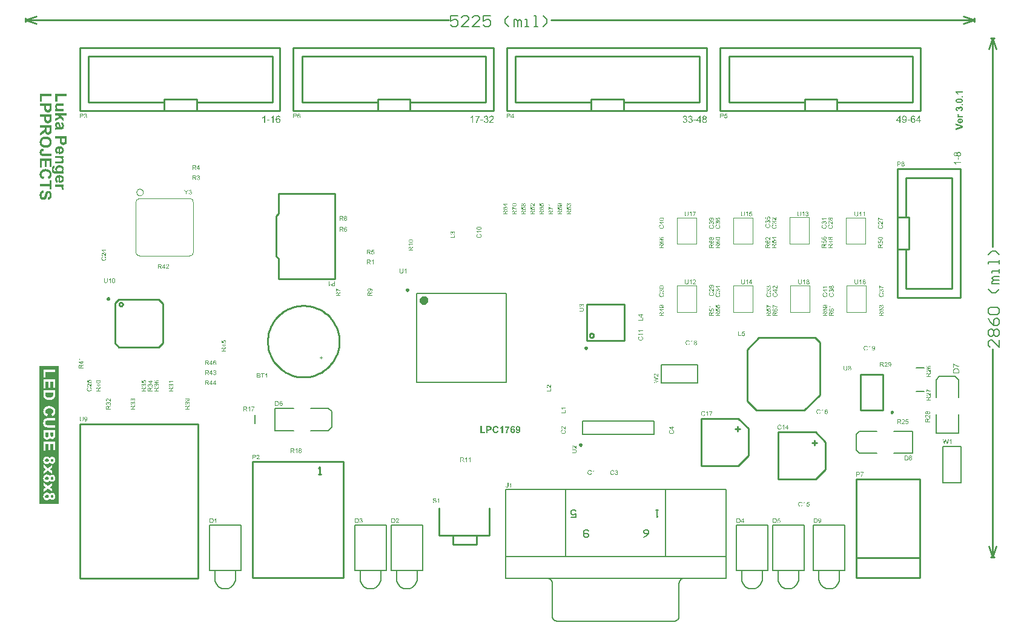
<source format=gto>
%FSLAX43Y43*%
%MOMM*%
%SFA1B1*%

%IPPOS*%
%ADD29C,0.253999*%
%ADD86C,0.250000*%
%ADD87C,0.127000*%
%ADD88C,0.200000*%
%ADD89C,0.599999*%
%ADD90C,0.100000*%
%ADD91C,0.152000*%
%ADD92C,0.150000*%
%LNlp_led_cube_8x8x8-1*%
%LPD*%
G36*
X138082Y80771D02*
X138002D01*
Y81279*
X138001Y81278*
X137996Y81275*
X137991Y81269*
X137981Y81263*
X137971Y81254*
X137958Y81245*
X137943Y81234*
X137926Y81224*
X137925*
X137924Y81223*
X137918Y81219*
X137909Y81215*
X137898Y81209*
X137885Y81202*
X137870Y81196*
X137856Y81189*
X137842Y81184*
Y81261*
X137843*
X137845Y81263*
X137849*
X137854Y81266*
X137859Y81269*
X137866Y81273*
X137882Y81282*
X137901Y81293*
X137919Y81306*
X137939Y81321*
X137959Y81337*
X137960Y81338*
X137961Y81339*
X137963Y81341*
X137967Y81344*
X137976Y81354*
X137987Y81365*
X137998Y81378*
X138010Y81393*
X138021Y81408*
X138030Y81424*
X138082*
Y80771*
G37*
G36*
X144357Y69358D02*
X144364Y69357D01*
X144373Y69356*
X144382Y69355*
X144391Y69353*
X144414Y69347*
X144437Y69338*
X144448Y69333*
X144459Y69326*
X144469Y69318*
X144480Y69309*
X144481Y69308*
X144482Y69307*
X144485Y69305*
X144488Y69301*
X144492Y69295*
X144497Y69290*
X144506Y69276*
X144516Y69258*
X144524Y69237*
X144531Y69213*
X144532Y69201*
Y69188*
Y69187*
Y69186*
Y69181*
Y69172*
X144530Y69162*
X144527Y69149*
X144522Y69135*
X144516Y69122*
X144508Y69109*
X144507Y69107*
X144503Y69104*
X144498Y69098*
X144490Y69090*
X144480Y69082*
X144468Y69073*
X144453Y69065*
X144437Y69057*
X144438*
X144439*
X144442Y69056*
X144446Y69054*
X144457Y69049*
X144470Y69042*
X144485Y69033*
X144500Y69023*
X144514Y69010*
X144527Y68995*
Y68994*
X144528Y68993*
X144532Y68987*
X144537Y68978*
X144543Y68965*
X144548Y68950*
X144554Y68932*
X144558Y68913*
X144559Y68891*
Y68890*
Y68887*
Y68883*
X144558Y68877*
X144557Y68870*
X144556Y68862*
X144554Y68853*
X144551Y68842*
X144545Y68821*
X144540Y68808*
X144533Y68797*
X144527Y68785*
X144519Y68774*
X144510Y68762*
X144500Y68751*
X144499Y68750*
X144497Y68748*
X144494Y68745*
X144489Y68743*
X144483Y68738*
X144476Y68733*
X144468Y68729*
X144458Y68723*
X144448Y68717*
X144436Y68713*
X144422Y68708*
X144409Y68703*
X144394Y68700*
X144378Y68698*
X144362Y68696*
X144344Y68695*
X144335*
X144329Y68696*
X144320Y68697*
X144311Y68698*
X144300Y68699*
X144289Y68702*
X144264Y68709*
X144250Y68714*
X144238Y68718*
X144225Y68725*
X144212Y68732*
X144200Y68741*
X144188Y68751*
Y68752*
X144186Y68754*
X144183Y68757*
X144179Y68761*
X144175Y68767*
X144170Y68774*
X144165Y68781*
X144159Y68791*
X144154Y68800*
X144149Y68811*
X144140Y68835*
X144136Y68849*
X144133Y68863*
X144131Y68878*
X144130Y68893*
Y68894*
Y68896*
Y68900*
X144131Y68903*
Y68909*
X144132Y68916*
X144134Y68931*
X144138Y68948*
X144143Y68964*
X144152Y68982*
X144162Y68999*
Y69000*
X144164Y69001*
X144168Y69006*
X144175Y69013*
X144186Y69023*
X144199Y69032*
X144215Y69042*
X144233Y69051*
X144254Y69057*
X144253*
X144252Y69058*
X144250Y69059*
X144246Y69061*
X144237Y69065*
X144226Y69071*
X144214Y69078*
X144202Y69088*
X144190Y69098*
X144180Y69109*
X144179Y69111*
X144176Y69115*
X144172Y69122*
X144169Y69132*
X144164Y69144*
X144160Y69158*
X144157Y69174*
Y69191*
Y69192*
Y69194*
Y69198*
Y69203*
X144158Y69209*
X144159Y69216*
X144163Y69232*
X144169Y69251*
X144178Y69271*
X144184Y69281*
X144190Y69292*
X144199Y69301*
X144207Y69310*
X144208Y69311*
X144210Y69312*
X144213Y69315*
X144217Y69318*
X144221Y69322*
X144228Y69325*
X144235Y69330*
X144243Y69335*
X144252Y69339*
X144263Y69344*
X144274Y69348*
X144286Y69352*
X144313Y69357*
X144328Y69358*
X144343Y69359*
X144351*
X144357Y69358*
G37*
G36*
X46706Y67248D02*
X46862D01*
Y67168*
X46706*
Y66886*
X46633*
X46212Y67183*
Y67248*
X46633*
Y67337*
X46706*
Y67248*
G37*
G36*
X44271Y64798D02*
X44279D01*
X44287Y64796*
X44297Y64794*
X44307Y64792*
X44330Y64784*
X44342Y64779*
X44353Y64773*
X44365Y64766*
X44378Y64757*
X44390Y64748*
X44401Y64736*
X44402*
X44404Y64734*
X44407Y64730*
X44410Y64725*
X44415Y64720*
X44420Y64712*
X44425Y64704*
X44430Y64693*
X44436Y64683*
X44441Y64671*
X44446Y64658*
X44451Y64644*
X44455Y64629*
X44457Y64613*
X44459Y64597*
X44460Y64580*
Y64579*
Y64576*
Y64571*
X44459Y64565*
X44458Y64558*
X44457Y64549*
X44456Y64540*
X44454Y64530*
X44448Y64507*
X44439Y64484*
X44433Y64471*
X44426Y64460*
X44418Y64449*
X44410Y64438*
X44409Y64437*
X44407Y64435*
X44404Y64432*
X44400Y64429*
X44395Y64424*
X44389Y64420*
X44382Y64414*
X44374Y64408*
X44364Y64403*
X44355Y64397*
X44332Y64387*
X44306Y64378*
X44292Y64376*
X44277Y64374*
X44267Y64454*
X44268*
X44270Y64455*
X44273*
X44278Y64456*
X44284Y64457*
X44290Y64459*
X44304Y64464*
X44321Y64470*
X44337Y64479*
X44352Y64488*
X44365Y64500*
X44366Y64502*
X44370Y64505*
X44375Y64513*
X44379Y64522*
X44385Y64533*
X44390Y64548*
X44394Y64564*
Y64580*
Y64581*
Y64583*
Y64586*
Y64590*
X44393Y64600*
X44390Y64613*
X44385Y64628*
X44379Y64644*
X44369Y64660*
X44356Y64675*
X44354Y64677*
X44348Y64682*
X44340Y64688*
X44329Y64695*
X44315Y64703*
X44299Y64708*
X44280Y64713*
X44259Y64715*
X44254*
X44250Y64714*
X44239Y64713*
X44227Y64710*
X44212Y64706*
X44197Y64700*
X44182Y64690*
X44168Y64678*
X44166Y64676*
X44162Y64672*
X44157Y64664*
X44150Y64654*
X44144Y64641*
X44138Y64625*
X44134Y64607*
X44132Y64587*
Y64586*
Y64583*
Y64579*
X44133Y64572*
X44134Y64564*
X44136Y64554*
X44138Y64543*
X44141Y64531*
X44070Y64540*
Y64541*
Y64545*
X44071Y64548*
Y64552*
Y64553*
Y64554*
Y64557*
Y64561*
X44069Y64571*
X44067Y64583*
X44065Y64597*
X44060Y64613*
X44053Y64628*
X44045Y64644*
Y64645*
X44044Y64646*
X44040Y64651*
X44034Y64658*
X44025Y64665*
X44013Y64673*
X43999Y64679*
X43983Y64684*
X43973Y64686*
X43956*
X43948Y64684*
X43938Y64682*
X43926Y64678*
X43914Y64673*
X43902Y64666*
X43891Y64656*
X43890Y64655*
X43886Y64650*
X43881Y64643*
X43876Y64635*
X43871Y64624*
X43866Y64611*
X43863Y64595*
X43862Y64579*
Y64578*
Y64577*
Y64571*
X43863Y64563*
X43865Y64551*
X43869Y64539*
X43874Y64527*
X43881Y64514*
X43891Y64502*
X43892Y64501*
X43896Y64497*
X43903Y64491*
X43912Y64485*
X43925Y64478*
X43940Y64471*
X43957Y64466*
X43978Y64462*
X43964Y64382*
X43963*
X43960Y64383*
X43957Y64384*
X43951Y64385*
X43944Y64387*
X43937Y64390*
X43919Y64395*
X43898Y64405*
X43878Y64416*
X43858Y64430*
X43840Y64448*
X43839Y64449*
X43838Y64451*
X43836Y64454*
X43833Y64457*
X43830Y64462*
X43826Y64469*
X43822Y64475*
X43817Y64484*
X43810Y64502*
X43802Y64524*
X43798Y64549*
X43796Y64563*
Y64577*
Y64578*
Y64580*
Y64582*
Y64586*
X43797Y64596*
X43799Y64609*
X43801Y64624*
X43806Y64641*
X43812Y64658*
X43819Y64674*
Y64675*
X43820Y64676*
X43823Y64682*
X43829Y64690*
X43835Y64700*
X43845Y64711*
X43855Y64722*
X43867Y64734*
X43881Y64743*
X43883Y64744*
X43888Y64747*
X43896Y64751*
X43907Y64755*
X43919Y64760*
X43933Y64764*
X43949Y64767*
X43965*
X43973*
X43980*
X43990Y64765*
X44003Y64762*
X44016Y64757*
X44029Y64752*
X44042Y64744*
X44044Y64743*
X44048Y64740*
X44054Y64735*
X44062Y64727*
X44070Y64718*
X44080Y64706*
X44088Y64693*
X44097Y64677*
Y64678*
X44098Y64680*
Y64683*
X44099Y64687*
X44103Y64697*
X44109Y64710*
X44116Y64725*
X44126Y64740*
X44138Y64754*
X44152Y64767*
X44154Y64768*
X44160Y64772*
X44169Y64778*
X44181Y64783*
X44196Y64789*
X44214Y64795*
X44235Y64798*
X44257Y64799*
X44266*
X44271Y64798*
G37*
G36*
Y64293D02*
X44279Y64292D01*
X44287Y64290*
X44297Y64288*
X44307Y64286*
X44330Y64279*
X44342Y64273*
X44353Y64268*
X44365Y64260*
X44378Y64252*
X44390Y64242*
X44401Y64231*
X44402Y64230*
X44404Y64228*
X44407Y64224*
X44410Y64220*
X44415Y64214*
X44420Y64206*
X44425Y64198*
X44430Y64188*
X44436Y64177*
X44441Y64165*
X44446Y64153*
X44451Y64139*
X44455Y64124*
X44457Y64108*
X44459Y64092*
X44460Y64074*
Y64073*
Y64070*
Y64065*
X44459Y64060*
X44458Y64052*
X44457Y64044*
X44456Y64034*
X44454Y64024*
X44448Y64002*
X44439Y63978*
X44433Y63966*
X44426Y63955*
X44418Y63943*
X44410Y63932*
X44409Y63931*
X44407Y63929*
X44404Y63926*
X44400Y63924*
X44395Y63919*
X44389Y63914*
X44382Y63909*
X44374Y63903*
X44364Y63897*
X44355Y63892*
X44332Y63881*
X44306Y63873*
X44292Y63870*
X44277Y63868*
X44267Y63948*
X44268*
X44270Y63949*
X44273Y63950*
X44278Y63951*
X44284Y63952*
X44290Y63954*
X44304Y63958*
X44321Y63965*
X44337Y63973*
X44352Y63983*
X44365Y63994*
X44366Y63996*
X44370Y64000*
X44375Y64007*
X44379Y64017*
X44385Y64028*
X44390Y64042*
X44394Y64058*
Y64075*
Y64076*
Y64078*
Y64080*
Y64084*
X44393Y64095*
X44390Y64108*
X44385Y64123*
X44379Y64139*
X44369Y64155*
X44356Y64170*
X44354Y64172*
X44348Y64176*
X44340Y64182*
X44329Y64189*
X44315Y64197*
X44299Y64203*
X44280Y64207*
X44259Y64209*
X44254*
X44250Y64208*
X44239Y64207*
X44227Y64205*
X44212Y64201*
X44197Y64194*
X44182Y64185*
X44168Y64173*
X44166Y64171*
X44162Y64166*
X44157Y64158*
X44150Y64148*
X44144Y64135*
X44138Y64119*
X44134Y64101*
X44132Y64081*
Y64080*
Y64078*
Y64073*
X44133Y64066*
X44134Y64058*
X44136Y64049*
X44138Y64037*
X44141Y64025*
X44070Y64034*
Y64035*
Y64039*
X44071Y64043*
Y64047*
Y64048*
Y64049*
Y64051*
Y64055*
X44069Y64065*
X44067Y64078*
X44065Y64092*
X44060Y64108*
X44053Y64123*
X44045Y64139*
Y64140*
X44044Y64141*
X44040Y64145*
X44034Y64152*
X44025Y64159*
X44013Y64167*
X43999Y64174*
X43983Y64178*
X43973Y64180*
X43956*
X43948Y64178*
X43938Y64176*
X43926Y64173*
X43914Y64168*
X43902Y64160*
X43891Y64150*
X43890Y64149*
X43886Y64144*
X43881Y64138*
X43876Y64129*
X43871Y64118*
X43866Y64105*
X43863Y64090*
X43862Y64073*
Y64072*
Y64071*
Y64065*
X43863Y64057*
X43865Y64046*
X43869Y64033*
X43874Y64021*
X43881Y64008*
X43891Y63996*
X43892Y63995*
X43896Y63991*
X43903Y63986*
X43912Y63979*
X43925Y63972*
X43940Y63966*
X43957Y63960*
X43978Y63956*
X43964Y63877*
X43963*
X43960*
X43957Y63878*
X43951Y63879*
X43944Y63881*
X43937Y63884*
X43919Y63890*
X43898Y63899*
X43878Y63910*
X43858Y63924*
X43840Y63942*
X43839Y63943*
X43838Y63945*
X43836Y63948*
X43833Y63952*
X43830Y63956*
X43826Y63963*
X43822Y63970*
X43817Y63978*
X43810Y63997*
X43802Y64018*
X43798Y64044*
X43796Y64057*
Y64071*
Y64072*
Y64074*
Y64077*
Y64080*
X43797Y64091*
X43799Y64103*
X43801Y64118*
X43806Y64135*
X43812Y64152*
X43819Y64169*
Y64170*
X43820Y64171*
X43823Y64176*
X43829Y64185*
X43835Y64194*
X43845Y64205*
X43855Y64217*
X43867Y64228*
X43881Y64237*
X43883Y64238*
X43888Y64241*
X43896Y64245*
X43907Y64250*
X43919Y64254*
X43933Y64258*
X43949Y64261*
X43965Y64262*
X43973*
X43980Y64261*
X43990Y64259*
X44003Y64256*
X44016Y64252*
X44029Y64246*
X44042Y64238*
X44044Y64237*
X44048Y64235*
X44054Y64229*
X44062Y64221*
X44070Y64212*
X44080Y64201*
X44088Y64188*
X44097Y64172*
Y64173*
X44098Y64174*
Y64177*
X44099Y64181*
X44103Y64191*
X44109Y64205*
X44116Y64220*
X44126Y64235*
X44138Y64249*
X44152Y64262*
X44154Y64263*
X44160Y64267*
X44169Y64272*
X44181Y64278*
X44196Y64283*
X44214Y64289*
X44235Y64293*
X44257Y64294*
X44266*
X44271Y64293*
G37*
G36*
X44449Y63709D02*
X44314Y63624D01*
X44313*
X44311Y63622*
X44308Y63620*
X44304Y63617*
X44294Y63611*
X44281Y63602*
X44267Y63592*
X44252Y63581*
X44238Y63571*
X44224Y63562*
X44223Y63561*
X44220Y63558*
X44214Y63553*
X44207Y63547*
X44193Y63533*
X44187Y63525*
X44181Y63518*
X44180Y63517*
X44179Y63515*
X44177Y63511*
X44175Y63505*
X44172Y63500*
X44169Y63493*
X44164Y63478*
Y63477*
X44163Y63475*
Y63471*
X44162Y63467*
X44161Y63460*
Y63453*
X44160Y63442*
Y63431*
Y63331*
X44449*
Y63245*
X43799*
Y63533*
Y63534*
Y63536*
Y63541*
Y63547*
X43800Y63554*
Y63563*
X43801Y63582*
X43803Y63603*
X43806Y63626*
X43811Y63646*
X43814Y63657*
X43817Y63665*
Y63666*
Y63667*
X43820Y63673*
X43824Y63681*
X43831Y63691*
X43839Y63703*
X43850Y63715*
X43863Y63726*
X43879Y63737*
X43880Y63738*
X43886Y63742*
X43895Y63746*
X43908Y63752*
X43922Y63756*
X43939Y63761*
X43957Y63764*
X43976Y63765*
X43983*
X43988Y63764*
X43994*
X44001Y63763*
X44017Y63759*
X44035Y63753*
X44055Y63746*
X44075Y63735*
X44084Y63727*
X44094Y63720*
X44095Y63719*
X44096Y63718*
X44098Y63715*
X44101Y63711*
X44105Y63706*
X44109Y63701*
X44113Y63693*
X44119Y63686*
X44124Y63676*
X44129Y63666*
X44134Y63655*
X44139Y63643*
X44143Y63628*
X44147Y63614*
X44150Y63598*
X44153Y63581*
X44154Y63583*
X44156Y63587*
X44160Y63593*
X44163Y63600*
X44174Y63617*
X44180Y63626*
X44186Y63633*
X44188Y63635*
X44192Y63640*
X44200Y63647*
X44209Y63657*
X44223Y63667*
X44237Y63679*
X44254Y63691*
X44272Y63705*
X44449Y63816*
Y63709*
G37*
G36*
X45768Y67343D02*
X45776Y67342D01*
X45784Y67341*
X45794Y67339*
X45805Y67338*
X45829Y67332*
X45855Y67323*
X45868Y67317*
X45880Y67309*
X45893Y67302*
X45905Y67292*
X45906*
X45909Y67290*
X45913Y67286*
X45918Y67281*
X45923Y67275*
X45931Y67267*
X45937Y67258*
X45945Y67247*
X45952Y67236*
X45959Y67223*
X45965Y67209*
X45972Y67194*
X45977Y67178*
X45981Y67160*
X45983Y67141*
X45984Y67121*
Y67120*
Y67118*
Y67113*
X45983Y67106*
X45982Y67099*
X45981Y67090*
Y67080*
X45978Y67070*
X45972Y67046*
X45964Y67023*
X45958Y67010*
X45951Y66998*
X45944Y66987*
X45935Y66976*
X45934Y66975*
Y66973*
X45930Y66971*
X45926Y66967*
X45921Y66963*
X45916Y66958*
X45908Y66952*
X45900Y66948*
X45891Y66942*
X45881Y66936*
X45858Y66926*
X45832Y66917*
X45818Y66915*
X45803Y66913*
X45796Y66996*
X45799*
X45802Y66997*
X45807Y66998*
X45817Y67001*
X45831Y67005*
X45845Y67010*
X45861Y67018*
X45875Y67027*
X45888Y67039*
X45889Y67041*
X45893Y67044*
X45898Y67052*
X45903Y67062*
X45909Y67073*
X45914Y67088*
X45918Y67104*
Y67121*
Y67122*
Y67124*
Y67127*
Y67131*
X45917Y67142*
X45913Y67155*
X45908Y67171*
X45901Y67187*
X45889Y67204*
X45883Y67212*
X45875Y67219*
X45874Y67220*
X45873Y67221*
X45871Y67223*
X45868Y67226*
X45857Y67232*
X45844Y67240*
X45828Y67246*
X45809Y67253*
X45785Y67258*
X45773Y67260*
X45753*
X45748Y67259*
X45743*
X45736Y67258*
X45721Y67255*
X45703Y67250*
X45685Y67244*
X45668Y67234*
X45653Y67221*
X45652*
X45651Y67219*
X45646Y67214*
X45639Y67206*
X45632Y67195*
X45625Y67180*
X45619Y67163*
X45614Y67143*
X45612Y67132*
Y67120*
Y67119*
Y67114*
X45613Y67106*
X45614Y67097*
X45617Y67086*
X45620Y67074*
X45624Y67062*
X45630Y67050*
X45631Y67049*
X45633Y67045*
X45637Y67040*
X45642Y67032*
X45649Y67025*
X45657Y67017*
X45666Y67009*
X45676Y67002*
X45666Y66927*
X45331Y66990*
Y67313*
X45407*
Y67053*
X45583Y67018*
X45582Y67019*
X45581Y67021*
X45579Y67024*
X45576Y67028*
X45574Y67034*
X45570Y67041*
X45562Y67056*
X45555Y67074*
X45548Y67095*
X45544Y67118*
X45542Y67129*
Y67141*
Y67142*
Y67145*
Y67150*
X45543Y67155*
X45544Y67163*
Y67171*
X45546Y67181*
X45549Y67191*
X45556Y67214*
X45560Y67226*
X45567Y67238*
X45574Y67250*
X45581Y67262*
X45590Y67274*
X45601Y67285*
X45602Y67286*
X45604Y67288*
X45606Y67291*
X45611Y67294*
X45618Y67299*
X45624Y67304*
X45633Y67309*
X45642Y67315*
X45653Y67320*
X45664Y67325*
X45677Y67330*
X45690Y67335*
X45704Y67338*
X45720Y67341*
X45736Y67343*
X45753Y67344*
X45762*
X45768Y67343*
G37*
G36*
X45795Y66833D02*
X45803Y66832D01*
X45811Y66830*
X45821Y66828*
X45831Y66826*
X45854Y66819*
X45866Y66813*
X45877Y66808*
X45889Y66800*
X45902Y66792*
X45914Y66782*
X45925Y66771*
X45926Y66770*
X45928Y66768*
X45931Y66764*
X45934Y66760*
X45939Y66754*
X45944Y66746*
X45950Y66738*
X45954Y66728*
X45960Y66717*
X45965Y66705*
X45970Y66693*
X45975Y66679*
X45979Y66664*
X45981Y66648*
X45983Y66632*
X45984Y66614*
Y66613*
Y66610*
Y66605*
X45983Y66600*
X45982Y66592*
X45981Y66584*
X45980Y66574*
X45978Y66564*
X45972Y66542*
X45963Y66518*
X45957Y66506*
X45950Y66495*
X45942Y66483*
X45934Y66472*
X45933Y66471*
X45931Y66469*
X45928Y66466*
X45924Y66464*
X45919Y66459*
X45913Y66454*
X45906Y66449*
X45898Y66443*
X45888Y66437*
X45879Y66432*
X45856Y66421*
X45830Y66413*
X45816Y66410*
X45801Y66408*
X45791Y66488*
X45792*
X45793Y66489*
X45797Y66490*
X45802Y66491*
X45808Y66492*
X45814Y66494*
X45828Y66498*
X45845Y66505*
X45861Y66513*
X45876Y66523*
X45889Y66534*
X45890Y66536*
X45894Y66540*
X45899Y66547*
X45903Y66557*
X45909Y66568*
X45914Y66582*
X45918Y66598*
Y66615*
Y66616*
Y66618*
Y66620*
Y66624*
X45917Y66635*
X45914Y66648*
X45909Y66663*
X45903Y66679*
X45893Y66695*
X45880Y66710*
X45878Y66712*
X45872Y66716*
X45864Y66722*
X45853Y66729*
X45839Y66737*
X45823Y66743*
X45804Y66747*
X45783Y66749*
X45778*
X45774Y66748*
X45763Y66747*
X45751Y66745*
X45736Y66741*
X45721Y66734*
X45706Y66725*
X45692Y66713*
X45690Y66711*
X45686Y66706*
X45681Y66698*
X45674Y66688*
X45668Y66675*
X45662Y66659*
X45658Y66641*
X45656Y66621*
Y66620*
Y66618*
Y66613*
X45657Y66606*
X45658Y66598*
X45660Y66589*
X45662Y66577*
X45665Y66565*
X45594Y66574*
Y66575*
Y66579*
X45595Y66583*
Y66587*
Y66588*
Y66589*
Y66591*
Y66595*
X45593Y66605*
X45591Y66618*
X45589Y66632*
X45584Y66648*
X45577Y66663*
X45569Y66679*
Y66680*
X45568Y66681*
X45564Y66685*
X45558Y66692*
X45549Y66699*
X45537Y66707*
X45523Y66714*
X45507Y66718*
X45497Y66720*
X45480*
X45472Y66718*
X45462Y66716*
X45450Y66713*
X45438Y66708*
X45426Y66700*
X45415Y66690*
X45414Y66689*
X45410Y66684*
X45405Y66678*
X45400Y66669*
X45395Y66658*
X45390Y66645*
X45387Y66630*
X45386Y66613*
Y66612*
Y66611*
Y66605*
X45388Y66597*
X45389Y66586*
X45393Y66573*
X45398Y66561*
X45405Y66548*
X45415Y66536*
X45416Y66535*
X45420Y66531*
X45427Y66526*
X45436Y66519*
X45449Y66512*
X45464Y66506*
X45481Y66500*
X45502Y66496*
X45488Y66417*
X45487*
X45484*
X45481Y66418*
X45475Y66419*
X45468Y66421*
X45461Y66424*
X45443Y66430*
X45422Y66439*
X45402Y66450*
X45382Y66464*
X45364Y66482*
X45363Y66483*
X45362Y66485*
X45360Y66488*
X45357Y66492*
X45354Y66496*
X45350Y66503*
X45346Y66510*
X45341Y66518*
X45334Y66537*
X45326Y66558*
X45322Y66584*
X45320Y66597*
Y66611*
Y66612*
Y66614*
Y66617*
Y66620*
X45321Y66631*
X45323Y66643*
X45325Y66658*
X45330Y66675*
X45336Y66692*
X45343Y66709*
Y66710*
X45344Y66711*
X45347Y66716*
X45353Y66725*
X45359Y66734*
X45369Y66745*
X45379Y66757*
X45391Y66768*
X45405Y66777*
X45407Y66778*
X45412Y66781*
X45420Y66785*
X45431Y66790*
X45443Y66794*
X45457Y66798*
X45473Y66801*
X45489Y66802*
X45497*
X45504Y66801*
X45514Y66799*
X45527Y66796*
X45540Y66792*
X45553Y66786*
X45566Y66778*
X45568Y66777*
X45572Y66775*
X45578Y66769*
X45586Y66761*
X45594Y66752*
X45604Y66741*
X45612Y66728*
X45621Y66712*
Y66713*
X45622Y66714*
Y66717*
X45623Y66721*
X45627Y66731*
X45633Y66745*
X45640Y66760*
X45650Y66775*
X45662Y66789*
X45676Y66802*
X45678Y66803*
X45684Y66807*
X45693Y66812*
X45705Y66818*
X45720Y66823*
X45738Y66829*
X45759Y66833*
X45781Y66834*
X45790*
X45795Y66833*
G37*
G36*
X45973Y66249D02*
X45838Y66164D01*
X45837*
X45835Y66162*
X45832Y66160*
X45828Y66157*
X45818Y66151*
X45805Y66142*
X45791Y66132*
X45776Y66121*
X45762Y66111*
X45748Y66102*
X45747Y66101*
X45744Y66098*
X45738Y66093*
X45731Y66087*
X45717Y66073*
X45711Y66065*
X45705Y66058*
X45704Y66057*
X45703Y66055*
X45701Y66051*
X45699Y66045*
X45696Y66040*
X45693Y66033*
X45688Y66018*
Y66017*
X45687Y66015*
Y66011*
X45686Y66007*
X45685Y66000*
Y65993*
X45684Y65982*
Y65971*
Y65871*
X45973*
Y65785*
X45323*
Y66073*
Y66074*
Y66076*
Y66081*
Y66087*
X45324Y66094*
Y66103*
X45325Y66122*
X45327Y66143*
X45330Y66166*
X45335Y66186*
X45338Y66197*
X45341Y66205*
Y66206*
Y66207*
X45344Y66213*
X45348Y66221*
X45355Y66231*
X45363Y66243*
X45374Y66255*
X45388Y66266*
X45403Y66277*
X45404Y66278*
X45410Y66282*
X45419Y66286*
X45432Y66292*
X45446Y66296*
X45463Y66301*
X45481Y66304*
X45500Y66305*
X45507*
X45512Y66304*
X45518*
X45525Y66303*
X45541Y66299*
X45559Y66293*
X45579Y66286*
X45599Y66275*
X45608Y66267*
X45618Y66260*
X45619Y66259*
X45620Y66258*
X45622Y66255*
X45625Y66251*
X45629Y66246*
X45633Y66241*
X45637Y66233*
X45643Y66226*
X45648Y66216*
X45653Y66206*
X45658Y66195*
X45663Y66183*
X45667Y66168*
X45671Y66154*
X45674Y66138*
X45677Y66121*
X45678Y66123*
X45680Y66127*
X45684Y66133*
X45687Y66140*
X45698Y66157*
X45704Y66166*
X45710Y66173*
X45712Y66175*
X45716Y66180*
X45724Y66187*
X45733Y66197*
X45747Y66207*
X45761Y66219*
X45778Y66231*
X45796Y66245*
X45973Y66356*
Y66249*
G37*
G36*
X46684Y66833D02*
X46692Y66832D01*
X46700Y66830*
X46710Y66828*
X46720Y66826*
X46743Y66819*
X46755Y66813*
X46766Y66808*
X46778Y66800*
X46791Y66792*
X46803Y66782*
X46814Y66771*
X46815Y66770*
X46817Y66768*
X46820Y66764*
X46823Y66760*
X46828Y66754*
X46833Y66746*
X46839Y66738*
X46843Y66728*
X46849Y66717*
X46854Y66705*
X46859Y66693*
X46864Y66679*
X46868Y66664*
X46870Y66648*
X46872Y66632*
X46873Y66614*
Y66613*
Y66610*
Y66605*
X46872Y66600*
X46871Y66592*
X46870Y66584*
X46869Y66574*
X46867Y66564*
X46861Y66542*
X46852Y66518*
X46846Y66506*
X46839Y66495*
X46831Y66483*
X46823Y66472*
X46822Y66471*
X46820Y66469*
X46817Y66466*
X46813Y66464*
X46808Y66459*
X46802Y66454*
X46795Y66449*
X46787Y66443*
X46777Y66437*
X46768Y66432*
X46745Y66421*
X46719Y66413*
X46705Y66410*
X46690Y66408*
X46680Y66488*
X46681*
X46682Y66489*
X46686Y66490*
X46691Y66491*
X46697Y66492*
X46703Y66494*
X46717Y66498*
X46734Y66505*
X46750Y66513*
X46765Y66523*
X46778Y66534*
X46779Y66536*
X46783Y66540*
X46788Y66547*
X46792Y66557*
X46798Y66568*
X46803Y66582*
X46807Y66598*
Y66615*
Y66616*
Y66618*
Y66620*
Y66624*
X46806Y66635*
X46803Y66648*
X46798Y66663*
X46792Y66679*
X46782Y66695*
X46769Y66710*
X46767Y66712*
X46761Y66716*
X46753Y66722*
X46742Y66729*
X46728Y66737*
X46712Y66743*
X46693Y66747*
X46672Y66749*
X46667*
X46663Y66748*
X46652Y66747*
X46640Y66745*
X46625Y66741*
X46610Y66734*
X46595Y66725*
X46581Y66713*
X46579Y66711*
X46575Y66706*
X46570Y66698*
X46563Y66688*
X46557Y66675*
X46551Y66659*
X46547Y66641*
X46545Y66621*
Y66620*
Y66618*
Y66613*
X46546Y66606*
X46547Y66598*
X46549Y66589*
X46551Y66577*
X46554Y66565*
X46483Y66574*
Y66575*
Y66579*
X46484Y66583*
Y66587*
Y66588*
Y66589*
Y66591*
Y66595*
X46482Y66605*
X46480Y66618*
X46478Y66632*
X46473Y66648*
X46466Y66663*
X46458Y66679*
Y66680*
X46457Y66681*
X46453Y66685*
X46447Y66692*
X46438Y66699*
X46426Y66707*
X46412Y66714*
X46396Y66718*
X46386Y66720*
X46369*
X46361Y66718*
X46351Y66716*
X46339Y66713*
X46327Y66708*
X46315Y66700*
X46304Y66690*
X46303Y66689*
X46299Y66684*
X46294Y66678*
X46289Y66669*
X46284Y66658*
X46279Y66645*
X46276Y66630*
X46275Y66613*
Y66612*
Y66611*
Y66605*
X46277Y66597*
X46278Y66586*
X46282Y66573*
X46287Y66561*
X46294Y66548*
X46304Y66536*
X46305Y66535*
X46309Y66531*
X46316Y66526*
X46325Y66519*
X46338Y66512*
X46353Y66506*
X46370Y66500*
X46391Y66496*
X46377Y66417*
X46376*
X46373*
X46370Y66418*
X46364Y66419*
X46357Y66421*
X46350Y66424*
X46332Y66430*
X46311Y66439*
X46291Y66450*
X46271Y66464*
X46253Y66482*
X46252Y66483*
X46251Y66485*
X46249Y66488*
X46246Y66492*
X46243Y66496*
X46239Y66503*
X46235Y66510*
X46230Y66518*
X46223Y66537*
X46215Y66558*
X46211Y66584*
X46209Y66597*
Y66611*
Y66612*
Y66614*
Y66617*
Y66620*
X46210Y66631*
X46212Y66643*
X46214Y66658*
X46219Y66675*
X46225Y66692*
X46232Y66709*
Y66710*
X46233Y66711*
X46236Y66716*
X46242Y66725*
X46248Y66734*
X46258Y66745*
X46268Y66757*
X46280Y66768*
X46294Y66777*
X46296Y66778*
X46301Y66781*
X46309Y66785*
X46320Y66790*
X46332Y66794*
X46346Y66798*
X46362Y66801*
X46378Y66802*
X46386*
X46393Y66801*
X46403Y66799*
X46416Y66796*
X46429Y66792*
X46442Y66786*
X46455Y66778*
X46457Y66777*
X46461Y66775*
X46467Y66769*
X46475Y66761*
X46483Y66752*
X46493Y66741*
X46501Y66728*
X46510Y66712*
Y66713*
X46511Y66714*
Y66717*
X46512Y66721*
X46516Y66731*
X46522Y66745*
X46529Y66760*
X46539Y66775*
X46551Y66789*
X46565Y66802*
X46567Y66803*
X46573Y66807*
X46582Y66812*
X46594Y66818*
X46609Y66823*
X46627Y66829*
X46648Y66833*
X46670Y66834*
X46679*
X46684Y66833*
G37*
G36*
X46862Y66249D02*
X46727Y66164D01*
X46726*
X46724Y66162*
X46721Y66160*
X46717Y66157*
X46707Y66151*
X46694Y66142*
X46680Y66132*
X46665Y66121*
X46651Y66111*
X46637Y66102*
X46636Y66101*
X46633Y66098*
X46627Y66093*
X46620Y66087*
X46606Y66073*
X46600Y66065*
X46594Y66058*
X46593Y66057*
X46592Y66055*
X46590Y66051*
X46588Y66045*
X46585Y66040*
X46582Y66033*
X46577Y66018*
Y66017*
X46576Y66015*
Y66011*
X46575Y66007*
X46574Y66000*
Y65993*
X46573Y65982*
Y65971*
Y65871*
X46862*
Y65785*
X46212*
Y66073*
Y66074*
Y66076*
Y66081*
Y66087*
X46213Y66094*
Y66103*
X46214Y66122*
X46216Y66143*
X46219Y66166*
X46224Y66186*
X46227Y66197*
X46230Y66205*
Y66206*
Y66207*
X46233Y66213*
X46237Y66221*
X46244Y66231*
X46252Y66243*
X46263Y66255*
X46277Y66266*
X46292Y66277*
X46293Y66278*
X46299Y66282*
X46308Y66286*
X46321Y66292*
X46335Y66296*
X46352Y66301*
X46370Y66304*
X46389Y66305*
X46396*
X46401Y66304*
X46407*
X46414Y66303*
X46430Y66299*
X46448Y66293*
X46468Y66286*
X46488Y66275*
X46497Y66267*
X46507Y66260*
X46508Y66259*
X46509Y66258*
X46511Y66255*
X46514Y66251*
X46518Y66246*
X46522Y66241*
X46526Y66233*
X46532Y66226*
X46537Y66216*
X46542Y66206*
X46547Y66195*
X46552Y66183*
X46556Y66168*
X46560Y66154*
X46563Y66138*
X46566Y66121*
X46567Y66123*
X46569Y66127*
X46573Y66133*
X46576Y66140*
X46587Y66157*
X46593Y66166*
X46599Y66173*
X46601Y66175*
X46605Y66180*
X46613Y66187*
X46622Y66197*
X46636Y66207*
X46650Y66219*
X46667Y66231*
X46685Y66245*
X46862Y66356*
Y66249*
G37*
G36*
X138512Y81423D02*
X138520Y81422D01*
X138528Y81421*
X138538Y81420*
X138547Y81418*
X138570Y81412*
X138592Y81403*
X138603Y81398*
X138615Y81391*
X138625Y81383*
X138635Y81374*
X138636Y81373*
X138637Y81372*
X138640Y81370*
X138644Y81366*
X138648Y81360*
X138652Y81355*
X138662Y81341*
X138671Y81323*
X138680Y81302*
X138686Y81278*
X138687Y81266*
X138688Y81253*
Y81252*
Y81251*
Y81246*
X138687Y81237*
X138685Y81227*
X138682Y81214*
X138678Y81200*
X138672Y81187*
X138664Y81174*
X138663Y81172*
X138659Y81169*
X138653Y81163*
X138646Y81155*
X138635Y81147*
X138623Y81138*
X138609Y81130*
X138592Y81122*
X138593*
X138595*
X138598Y81121*
X138602Y81119*
X138613Y81114*
X138626Y81107*
X138640Y81098*
X138655Y81088*
X138669Y81075*
X138682Y81060*
Y81059*
X138683Y81058*
X138687Y81052*
X138693Y81043*
X138698Y81030*
X138704Y81015*
X138710Y80997*
X138713Y80978*
X138714Y80956*
Y80955*
Y80952*
Y80948*
X138713Y80942*
X138712Y80935*
Y80927*
X138710Y80918*
X138707Y80907*
X138700Y80886*
X138696Y80873*
X138689Y80862*
X138682Y80850*
X138675Y80839*
X138666Y80827*
X138655Y80816*
X138654Y80815*
X138652Y80813*
X138650Y80810*
X138645Y80808*
X138638Y80803*
X138632Y80798*
X138623Y80794*
X138614Y80788*
X138603Y80782*
X138591Y80778*
X138578Y80773*
X138565Y80768*
X138550Y80765*
X138534Y80763*
X138518Y80761*
X138500Y80760*
X138491*
X138484Y80761*
X138476Y80762*
X138466Y80763*
X138456Y80764*
X138445Y80767*
X138419Y80774*
X138406Y80779*
X138394Y80783*
X138381Y80790*
X138368Y80797*
X138355Y80806*
X138344Y80816*
X138343Y80817*
X138341Y80819*
X138338Y80822*
X138335Y80826*
X138331Y80832*
X138325Y80839*
X138321Y80846*
X138315Y80856*
X138309Y80865*
X138305Y80876*
X138295Y80900*
X138291Y80914*
X138289Y80928*
X138287Y80943*
X138286Y80958*
Y80959*
Y80961*
Y80965*
X138287Y80968*
Y80974*
X138288Y80981*
X138290Y80996*
X138293Y81013*
X138299Y81029*
X138307Y81047*
X138318Y81064*
Y81065*
X138320Y81066*
X138323Y81071*
X138331Y81078*
X138341Y81088*
X138354Y81097*
X138370Y81107*
X138388Y81116*
X138410Y81122*
X138409*
X138408Y81123*
X138405Y81124*
X138401Y81126*
X138393Y81130*
X138382Y81136*
X138369Y81143*
X138357Y81153*
X138346Y81163*
X138336Y81174*
X138335Y81176*
X138332Y81180*
X138328Y81187*
X138324Y81197*
X138320Y81209*
X138316Y81223*
X138313Y81239*
X138312Y81256*
Y81257*
Y81259*
Y81263*
X138313Y81268*
X138314Y81274*
X138315Y81281*
X138319Y81297*
X138324Y81316*
X138334Y81336*
X138339Y81346*
X138346Y81356*
X138354Y81366*
X138363Y81375*
X138364Y81376*
X138366Y81377*
X138369Y81380*
X138372Y81383*
X138377Y81387*
X138384Y81390*
X138391Y81395*
X138399Y81400*
X138408Y81404*
X138418Y81409*
X138430Y81413*
X138442Y81417*
X138468Y81422*
X138483Y81423*
X138498Y81424*
X138507*
X138512Y81423*
G37*
G36*
X148898Y69863D02*
X148907D01*
X148926Y69862*
X148947Y69860*
X148970Y69857*
X148990Y69852*
X149001Y69849*
X149009Y69846*
X149010*
X149011*
X149017Y69843*
X149025Y69839*
X149035Y69832*
X149047Y69824*
X149059Y69813*
X149070Y69799*
X149081Y69784*
X149082Y69783*
X149086Y69777*
X149090Y69768*
X149096Y69755*
X149100Y69741*
X149105Y69724*
X149108Y69706*
X149109Y69687*
Y69686*
Y69684*
Y69680*
X149108Y69675*
Y69669*
X149107Y69662*
X149103Y69646*
X149097Y69628*
X149090Y69608*
X149079Y69588*
X149071Y69579*
X149064Y69569*
X149063Y69568*
X149062Y69567*
X149059Y69565*
X149055Y69562*
X149050Y69558*
X149045Y69554*
X149037Y69550*
X149030Y69544*
X149020Y69539*
X149010Y69534*
X148999Y69529*
X148987Y69524*
X148972Y69520*
X148958Y69516*
X148942Y69513*
X148925Y69510*
X148927Y69509*
X148931Y69507*
X148937Y69503*
X148944Y69500*
X148961Y69489*
X148970Y69483*
X148977Y69477*
X148979Y69475*
X148984Y69471*
X148991Y69463*
X149001Y69454*
X149011Y69440*
X149023Y69426*
X149035Y69409*
X149049Y69391*
X149160Y69214*
X149053*
X148968Y69349*
Y69350*
X148966Y69352*
X148964Y69355*
X148961Y69359*
X148955Y69369*
X148946Y69382*
X148936Y69396*
X148925Y69411*
X148915Y69425*
X148906Y69439*
X148905Y69440*
X148902Y69443*
X148897Y69449*
X148891Y69456*
X148877Y69470*
X148869Y69476*
X148862Y69482*
X148861Y69483*
X148859Y69484*
X148855Y69486*
X148849Y69488*
X148844Y69491*
X148837Y69494*
X148822Y69499*
X148821*
X148819Y69500*
X148815*
X148811Y69501*
X148804Y69502*
X148797*
X148786Y69503*
X148675*
Y69214*
X148589*
Y69864*
X148891*
X148898Y69863*
G37*
G36*
X49783Y67134D02*
X49275D01*
X49276Y67133*
X49279Y67128*
X49285Y67122*
X49291Y67113*
X49300Y67103*
X49309Y67089*
X49320Y67074*
X49330Y67057*
X49331Y67056*
X49335Y67050*
X49339Y67041*
X49345Y67029*
X49352Y67016*
X49358Y67002*
X49365Y66988*
X49370Y66974*
X49293*
Y66975*
X49291Y66977*
Y66980*
X49288Y66985*
X49285Y66991*
X49281Y66997*
X49272Y67013*
X49261Y67032*
X49248Y67051*
X49233Y67071*
X49217Y67090*
X49216Y67091*
X49215Y67092*
X49213Y67095*
X49210Y67099*
X49200Y67107*
X49189Y67119*
X49176Y67130*
X49161Y67142*
X49146Y67152*
X49130Y67162*
Y67214*
X49783*
Y67134*
G37*
G36*
X49605Y66833D02*
X49613Y66832D01*
X49621Y66830*
X49631Y66828*
X49641Y66826*
X49664Y66819*
X49676Y66813*
X49687Y66808*
X49699Y66800*
X49712Y66792*
X49724Y66782*
X49735Y66771*
X49736Y66770*
X49738Y66768*
X49741Y66764*
X49744Y66760*
X49749Y66754*
X49754Y66746*
X49760Y66738*
X49764Y66728*
X49770Y66717*
X49775Y66705*
X49780Y66693*
X49785Y66679*
X49789Y66664*
X49791Y66648*
X49793Y66632*
X49794Y66614*
Y66613*
Y66610*
Y66605*
X49793Y66600*
X49792Y66592*
X49791Y66584*
X49790Y66574*
X49788Y66564*
X49782Y66542*
X49773Y66518*
X49767Y66506*
X49760Y66495*
X49752Y66483*
X49744Y66472*
X49743Y66471*
X49741Y66469*
X49738Y66466*
X49734Y66464*
X49729Y66459*
X49723Y66454*
X49716Y66449*
X49708Y66443*
X49698Y66437*
X49689Y66432*
X49666Y66421*
X49640Y66413*
X49626Y66410*
X49611Y66408*
X49601Y66488*
X49602*
X49603Y66489*
X49607Y66490*
X49612Y66491*
X49618Y66492*
X49624Y66494*
X49638Y66498*
X49655Y66505*
X49671Y66513*
X49686Y66523*
X49699Y66534*
X49700Y66536*
X49704Y66540*
X49709Y66547*
X49713Y66557*
X49719Y66568*
X49724Y66582*
X49728Y66598*
Y66615*
Y66616*
Y66618*
Y66620*
Y66624*
X49727Y66635*
X49724Y66648*
X49719Y66663*
X49713Y66679*
X49703Y66695*
X49690Y66710*
X49688Y66712*
X49682Y66716*
X49674Y66722*
X49663Y66729*
X49649Y66737*
X49633Y66743*
X49614Y66747*
X49593Y66749*
X49588*
X49584Y66748*
X49573Y66747*
X49561Y66745*
X49546Y66741*
X49531Y66734*
X49516Y66725*
X49502Y66713*
X49500Y66711*
X49496Y66706*
X49491Y66698*
X49484Y66688*
X49478Y66675*
X49472Y66659*
X49468Y66641*
X49466Y66621*
Y66620*
Y66618*
Y66613*
X49467Y66606*
X49468Y66598*
X49470Y66589*
X49472Y66577*
X49475Y66565*
X49404Y66574*
Y66575*
Y66579*
X49405Y66583*
Y66587*
Y66588*
Y66589*
Y66591*
Y66595*
X49403Y66605*
X49401Y66618*
X49399Y66632*
X49394Y66648*
X49387Y66663*
X49379Y66679*
Y66680*
X49378Y66681*
X49374Y66685*
X49368Y66692*
X49359Y66699*
X49347Y66707*
X49333Y66714*
X49317Y66718*
X49307Y66720*
X49290*
X49282Y66718*
X49272Y66716*
X49260Y66713*
X49248Y66708*
X49236Y66700*
X49225Y66690*
X49224Y66689*
X49220Y66684*
X49215Y66678*
X49210Y66669*
X49205Y66658*
X49200Y66645*
X49197Y66630*
X49196Y66613*
Y66612*
Y66611*
Y66605*
X49198Y66597*
X49199Y66586*
X49203Y66573*
X49208Y66561*
X49215Y66548*
X49225Y66536*
X49226Y66535*
X49230Y66531*
X49237Y66526*
X49246Y66519*
X49259Y66512*
X49274Y66506*
X49291Y66500*
X49312Y66496*
X49298Y66417*
X49297*
X49294*
X49291Y66418*
X49285Y66419*
X49278Y66421*
X49271Y66424*
X49253Y66430*
X49232Y66439*
X49212Y66450*
X49192Y66464*
X49174Y66482*
X49173Y66483*
X49172Y66485*
X49170Y66488*
X49167Y66492*
X49164Y66496*
X49160Y66503*
X49156Y66510*
X49151Y66518*
X49144Y66537*
X49136Y66558*
X49132Y66584*
X49130Y66597*
Y66611*
Y66612*
Y66614*
Y66617*
Y66620*
X49131Y66631*
X49133Y66643*
X49135Y66658*
X49140Y66675*
X49146Y66692*
X49153Y66709*
Y66710*
X49154Y66711*
X49157Y66716*
X49163Y66725*
X49169Y66734*
X49179Y66745*
X49189Y66757*
X49201Y66768*
X49215Y66777*
X49217Y66778*
X49222Y66781*
X49230Y66785*
X49241Y66790*
X49253Y66794*
X49267Y66798*
X49283Y66801*
X49299Y66802*
X49307*
X49314Y66801*
X49324Y66799*
X49337Y66796*
X49350Y66792*
X49363Y66786*
X49376Y66778*
X49378Y66777*
X49382Y66775*
X49388Y66769*
X49396Y66761*
X49404Y66752*
X49414Y66741*
X49422Y66728*
X49431Y66712*
Y66713*
X49432Y66714*
Y66717*
X49433Y66721*
X49437Y66731*
X49443Y66745*
X49450Y66760*
X49460Y66775*
X49472Y66789*
X49486Y66802*
X49488Y66803*
X49494Y66807*
X49503Y66812*
X49515Y66818*
X49530Y66823*
X49548Y66829*
X49569Y66833*
X49591Y66834*
X49600*
X49605Y66833*
G37*
G36*
X40591Y81223D02*
Y81222D01*
Y81219*
Y81214*
Y81207*
Y81199*
Y81189*
X40590Y81178*
X40589Y81167*
X40586Y81141*
X40582Y81115*
X40576Y81090*
X40573Y81078*
X40569Y81066*
Y81065*
X40568Y81063*
X40566Y81061*
X40564Y81057*
X40559Y81047*
X40550Y81033*
X40539Y81018*
X40526Y81003*
X40509Y80987*
X40488Y80973*
X40487*
X40485Y80971*
X40482Y80970*
X40478Y80968*
X40472Y80965*
X40465Y80962*
X40457Y80959*
X40448Y80955*
X40437Y80952*
X40426Y80949*
X40414Y80946*
X40400Y80943*
X40386Y80941*
X40371Y80939*
X40337Y80938*
X40328*
X40322*
X40314*
X40305Y80939*
X40294Y80940*
X40284Y80941*
X40261Y80945*
X40235Y80951*
X40211Y80958*
X40187Y80969*
X40186*
X40185Y80970*
X40182Y80972*
X40178Y80974*
X40168Y80982*
X40155Y80992*
X40141Y81005*
X40128Y81020*
X40115Y81039*
X40105Y81060*
Y81061*
X40104Y81063*
X40103Y81066*
X40101Y81071*
X40099Y81077*
X40097Y81084*
X40094Y81093*
X40092Y81103*
X40091Y81114*
X40088Y81126*
X40086Y81140*
X40084Y81154*
X40082Y81170*
X40081Y81187*
X40080Y81204*
Y81223*
Y81599*
X40167*
Y81223*
Y81222*
Y81219*
Y81215*
Y81209*
X40168Y81203*
Y81194*
X40169Y81176*
X40170Y81156*
X40173Y81135*
X40177Y81115*
X40179Y81107*
X40182Y81098*
X40183Y81096*
X40185Y81092*
X40189Y81085*
X40195Y81076*
X40201Y81066*
X40211Y81056*
X40222Y81046*
X40235Y81037*
X40237Y81036*
X40242Y81033*
X40250Y81031*
X40262Y81027*
X40275Y81022*
X40292Y81019*
X40310Y81016*
X40329*
X40339*
X40344*
X40353*
X40361Y81017*
X40382Y81021*
X40404Y81026*
X40426Y81033*
X40447Y81044*
X40456Y81050*
X40465Y81058*
X40466Y81059*
Y81060*
X40468Y81063*
X40471Y81066*
X40474Y81072*
X40478Y81078*
X40481Y81086*
X40485Y81094*
X40489Y81105*
X40492Y81117*
X40496Y81131*
X40498Y81146*
X40501Y81163*
X40503Y81181*
X40505Y81202*
Y81223*
Y81599*
X40591*
Y81223*
G37*
G36*
X149932Y69866D02*
X149937D01*
X149943Y69865*
X149959Y69862*
X149977Y69859*
X149997Y69852*
X150017Y69844*
X150036Y69832*
X150037*
X150038Y69831*
X150041Y69829*
X150045Y69826*
X150054Y69818*
X150066Y69808*
X150079Y69794*
X150093Y69777*
X150105Y69757*
X150116Y69735*
Y69734*
X150117Y69732*
X150119Y69728*
X150121Y69723*
X150123Y69717*
X150126Y69708*
X150127Y69699*
X150130Y69689*
X150133Y69676*
X150136Y69662*
X150138Y69647*
X150140Y69631*
X150142Y69613*
X150143Y69595*
X150144Y69574*
Y69552*
Y69551*
Y69547*
Y69540*
Y69532*
X150143Y69521*
Y69509*
X150142Y69495*
X150141Y69481*
X150138Y69449*
X150133Y69415*
X150127Y69383*
X150122Y69367*
X150117Y69353*
Y69352*
X150116Y69350*
X150114Y69347*
X150112Y69341*
X150110Y69335*
X150106Y69328*
X150096Y69312*
X150085Y69294*
X150072Y69275*
X150055Y69257*
X150036Y69241*
X150035*
X150033Y69239*
X150031Y69238*
X150027Y69236*
X150021Y69233*
X150016Y69229*
X150008Y69225*
X150001Y69222*
X149983Y69215*
X149961Y69208*
X149938Y69205*
X149911Y69203*
X149904*
X149899Y69204*
X149892*
X149885Y69205*
X149867Y69208*
X149847Y69213*
X149827Y69221*
X149806Y69231*
X149796Y69238*
X149786Y69245*
X149785Y69246*
X149784Y69247*
X149782Y69250*
X149779Y69253*
X149775Y69257*
X149770Y69263*
X149761Y69276*
X149752Y69293*
X149742Y69314*
X149735Y69337*
X149729Y69364*
X149806Y69371*
Y69370*
X149807Y69368*
Y69366*
X149808Y69362*
X149811Y69352*
X149815Y69341*
X149819Y69328*
X149826Y69315*
X149833Y69302*
X149843Y69292*
X149844Y69291*
X149847Y69288*
X149854Y69284*
X149861Y69281*
X149872Y69276*
X149884Y69272*
X149898Y69269*
X149913*
X149920*
X149926*
X149935Y69270*
X149945Y69272*
X149955Y69275*
X149967Y69279*
X149977Y69284*
X149978Y69285*
X149982Y69287*
X149987Y69291*
X149993Y69297*
X150001Y69303*
X150008Y69311*
X150016Y69319*
X150023Y69330*
X150024Y69331*
X150026Y69335*
X150030Y69342*
X150033Y69350*
X150038Y69362*
X150043Y69375*
X150048Y69390*
X150052Y69407*
Y69408*
X150053Y69409*
Y69411*
X150054Y69415*
X150056Y69425*
X150059Y69437*
X150061Y69452*
X150063Y69468*
X150064Y69486*
Y69504*
Y69505*
Y69508*
Y69513*
Y69520*
Y69519*
X150060Y69514*
X150054Y69507*
X150048Y69498*
X150038Y69488*
X150027Y69478*
X150014Y69468*
X149999Y69458*
X149997Y69457*
X149991Y69455*
X149983Y69451*
X149972Y69447*
X149958Y69442*
X149943Y69439*
X149926Y69436*
X149908Y69435*
X149901*
X149895Y69436*
X149888Y69437*
X149880Y69438*
X149871Y69440*
X149861Y69442*
X149840Y69449*
X149829Y69454*
X149817Y69459*
X149805Y69466*
X149794Y69474*
X149783Y69483*
X149772Y69493*
X149771Y69494*
X149769Y69496*
X149768Y69499*
X149764Y69503*
X149759Y69510*
X149754Y69517*
X149750Y69525*
X149745Y69534*
X149739Y69545*
X149735Y69556*
X149730Y69569*
X149725Y69582*
X149721Y69597*
X149720Y69613*
X149718Y69629*
X149717Y69647*
Y69648*
Y69652*
Y69657*
X149718Y69663*
X149719Y69672*
X149720Y69682*
X149721Y69692*
X149724Y69705*
X149731Y69729*
X149736Y69742*
X149741Y69756*
X149748Y69769*
X149756Y69782*
X149765Y69795*
X149775Y69806*
X149776Y69807*
X149778Y69809*
X149781Y69812*
X149785Y69815*
X149791Y69820*
X149799Y69826*
X149806Y69831*
X149815Y69837*
X149825Y69843*
X149836Y69847*
X149861Y69858*
X149875Y69862*
X149890Y69864*
X149905Y69866*
X149921Y69867*
X149927*
X149932Y69866*
G37*
G36*
X149442D02*
X149450Y69865D01*
X149459Y69864*
X149470Y69862*
X149480Y69861*
X149504Y69854*
X149529Y69845*
X149541Y69839*
X149553Y69832*
X149565Y69824*
X149575Y69815*
X149576Y69814*
X149578Y69813*
X149580Y69809*
X149583Y69805*
X149588Y69800*
X149593Y69794*
X149597Y69787*
X149603Y69779*
X149612Y69761*
X149622Y69738*
X149626Y69727*
X149627Y69714*
X149629Y69701*
X149630Y69687*
Y69685*
Y69680*
X149629Y69673*
X149628Y69662*
X149627Y69651*
X149623Y69638*
X149619Y69624*
X149613Y69610*
X149612Y69608*
X149611Y69603*
X149607Y69596*
X149601Y69585*
X149594Y69574*
X149584Y69560*
X149573Y69546*
X149560Y69530*
X149558Y69528*
X149553Y69522*
X149549Y69518*
X149544Y69513*
X149538Y69507*
X149531Y69500*
X149523Y69492*
X149514Y69484*
X149504Y69474*
X149493Y69464*
X149481Y69454*
X149468Y69441*
X149453Y69429*
X149438Y69416*
X149437Y69415*
X149435Y69413*
X149431Y69410*
X149426Y69407*
X149421Y69401*
X149414Y69395*
X149399Y69383*
X149383Y69369*
X149368Y69355*
X149355Y69343*
X149349Y69338*
X149345Y69333*
X149344Y69332*
X149341Y69330*
X149337Y69326*
X149332Y69320*
X149328Y69314*
X149322Y69307*
X149311Y69291*
X149631*
Y69214*
X149200*
Y69215*
Y69219*
Y69224*
X149201Y69232*
X149202Y69240*
X149204Y69250*
X149206Y69259*
X149209Y69269*
Y69270*
X149210Y69271*
X149212Y69277*
X149216Y69285*
X149221Y69297*
X149229Y69310*
X149238Y69325*
X149249Y69340*
X149262Y69356*
Y69357*
X149264Y69358*
X149268Y69363*
X149277Y69372*
X149289Y69384*
X149303Y69398*
X149321Y69415*
X149343Y69434*
X149366Y69454*
X149367Y69455*
X149371Y69457*
X149377Y69462*
X149383Y69468*
X149392Y69475*
X149402Y69484*
X149412Y69493*
X149424Y69503*
X149448Y69526*
X149471Y69549*
X149483Y69560*
X149493Y69571*
X149502Y69581*
X149510Y69592*
Y69593*
X149512Y69594*
X149514Y69597*
X149516Y69600*
X149522Y69611*
X149530Y69623*
X149536Y69638*
X149543Y69654*
X149547Y69672*
X149549Y69689*
Y69690*
X149548Y69696*
X149547Y69706*
X149544Y69716*
X149540Y69729*
X149534Y69742*
X149525Y69755*
X149514Y69768*
X149512Y69770*
X149507Y69774*
X149501Y69779*
X149490Y69785*
X149477Y69791*
X149462Y69797*
X149444Y69800*
X149424Y69801*
X149419*
X149415Y69800*
X149404Y69799*
X149391Y69797*
X149377Y69793*
X149361Y69786*
X149346Y69778*
X149331Y69767*
X149330Y69765*
X149326Y69760*
X149320Y69753*
X149315Y69741*
X149308Y69728*
X149302Y69711*
X149299Y69692*
X149297Y69671*
X149215Y69679*
Y69680*
X149216Y69683*
Y69688*
X149217Y69694*
X149219Y69702*
X149221Y69710*
X149223Y69721*
X149226Y69731*
X149234Y69753*
X149245Y69776*
X149252Y69787*
X149260Y69799*
X149268Y69809*
X149278Y69818*
X149279Y69819*
X149281Y69820*
X149284Y69823*
X149288Y69826*
X149294Y69830*
X149300Y69833*
X149308Y69838*
X149317Y69843*
X149328Y69847*
X149339Y69852*
X149351Y69856*
X149364Y69860*
X149378Y69862*
X149393Y69865*
X149409Y69866*
X149426Y69867*
X149436*
X149442Y69866*
G37*
G36*
X40842Y64293D02*
X40850Y64292D01*
X40858Y64290*
X40868Y64288*
X40878Y64286*
X40901Y64279*
X40913Y64273*
X40924Y64268*
X40936Y64260*
X40949Y64252*
X40961Y64242*
X40972Y64231*
X40973Y64230*
X40975Y64228*
X40978Y64224*
X40981Y64220*
X40986Y64214*
X40991Y64206*
X40997Y64198*
X41001Y64188*
X41007Y64177*
X41012Y64165*
X41017Y64153*
X41022Y64139*
X41026Y64124*
X41028Y64108*
X41030Y64092*
X41031Y64074*
Y64073*
Y64070*
Y64065*
X41030Y64060*
X41029Y64052*
X41028Y64044*
X41027Y64034*
X41025Y64024*
X41019Y64002*
X41010Y63978*
X41004Y63966*
X40997Y63955*
X40989Y63943*
X40981Y63932*
X40980Y63931*
X40978Y63929*
X40975Y63926*
X40971Y63924*
X40966Y63919*
X40960Y63914*
X40953Y63909*
X40945Y63903*
X40935Y63897*
X40926Y63892*
X40903Y63881*
X40877Y63873*
X40863Y63870*
X40848Y63868*
X40838Y63948*
X40839*
X40840Y63949*
X40844Y63950*
X40849Y63951*
X40855Y63952*
X40861Y63954*
X40875Y63958*
X40892Y63965*
X40908Y63973*
X40923Y63983*
X40936Y63994*
X40937Y63996*
X40941Y64000*
X40946Y64007*
X40950Y64017*
X40956Y64028*
X40961Y64042*
X40965Y64058*
Y64075*
Y64076*
Y64078*
Y64080*
Y64084*
X40964Y64095*
X40961Y64108*
X40956Y64123*
X40950Y64139*
X40940Y64155*
X40927Y64170*
X40925Y64172*
X40919Y64176*
X40911Y64182*
X40900Y64189*
X40886Y64197*
X40870Y64203*
X40851Y64207*
X40830Y64209*
X40825*
X40821Y64208*
X40810Y64207*
X40798Y64205*
X40783Y64201*
X40768Y64194*
X40753Y64185*
X40739Y64173*
X40737Y64171*
X40733Y64166*
X40728Y64158*
X40721Y64148*
X40715Y64135*
X40709Y64119*
X40705Y64101*
X40703Y64081*
Y64080*
Y64078*
Y64073*
X40704Y64066*
X40705Y64058*
X40707Y64049*
X40709Y64037*
X40712Y64025*
X40641Y64034*
Y64035*
Y64039*
X40642Y64043*
Y64047*
Y64048*
Y64049*
Y64051*
Y64055*
X40640Y64065*
X40638Y64078*
X40636Y64092*
X40631Y64108*
X40624Y64123*
X40616Y64139*
Y64140*
X40615Y64141*
X40611Y64145*
X40605Y64152*
X40596Y64159*
X40584Y64167*
X40570Y64174*
X40554Y64178*
X40544Y64180*
X40527*
X40519Y64178*
X40509Y64176*
X40497Y64173*
X40485Y64168*
X40473Y64160*
X40462Y64150*
X40461Y64149*
X40457Y64144*
X40452Y64138*
X40447Y64129*
X40442Y64118*
X40437Y64105*
X40434Y64090*
X40433Y64073*
Y64072*
Y64071*
Y64065*
X40435Y64057*
X40436Y64046*
X40440Y64033*
X40445Y64021*
X40452Y64008*
X40462Y63996*
X40463Y63995*
X40467Y63991*
X40474Y63986*
X40483Y63979*
X40496Y63972*
X40511Y63966*
X40528Y63960*
X40549Y63956*
X40535Y63877*
X40534*
X40531*
X40528Y63878*
X40522Y63879*
X40515Y63881*
X40508Y63884*
X40490Y63890*
X40469Y63899*
X40449Y63910*
X40429Y63924*
X40411Y63942*
X40410Y63943*
X40409Y63945*
X40407Y63948*
X40404Y63952*
X40401Y63956*
X40397Y63963*
X40393Y63970*
X40388Y63978*
X40381Y63997*
X40373Y64018*
X40369Y64044*
X40367Y64057*
Y64071*
Y64072*
Y64074*
Y64077*
Y64080*
X40368Y64091*
X40370Y64103*
X40372Y64118*
X40377Y64135*
X40383Y64152*
X40390Y64169*
Y64170*
X40391Y64171*
X40394Y64176*
X40400Y64185*
X40406Y64194*
X40416Y64205*
X40426Y64217*
X40438Y64228*
X40452Y64237*
X40454Y64238*
X40459Y64241*
X40467Y64245*
X40478Y64250*
X40490Y64254*
X40504Y64258*
X40520Y64261*
X40536Y64262*
X40544*
X40551Y64261*
X40561Y64259*
X40574Y64256*
X40587Y64252*
X40600Y64246*
X40613Y64238*
X40615Y64237*
X40619Y64235*
X40625Y64229*
X40633Y64221*
X40641Y64212*
X40651Y64201*
X40659Y64188*
X40668Y64172*
Y64173*
X40669Y64174*
Y64177*
X40670Y64181*
X40674Y64191*
X40680Y64205*
X40687Y64220*
X40697Y64235*
X40709Y64249*
X40723Y64262*
X40725Y64263*
X40731Y64267*
X40740Y64272*
X40752Y64278*
X40767Y64283*
X40785Y64289*
X40806Y64293*
X40828Y64294*
X40837*
X40842Y64293*
G37*
G36*
X41020Y63709D02*
X40885Y63624D01*
X40884*
X40882Y63622*
X40879Y63620*
X40875Y63617*
X40865Y63611*
X40852Y63602*
X40838Y63592*
X40823Y63581*
X40809Y63571*
X40795Y63562*
X40794Y63561*
X40791Y63558*
X40785Y63553*
X40778Y63547*
X40764Y63533*
X40758Y63525*
X40752Y63518*
X40751Y63517*
X40750Y63515*
X40748Y63511*
X40746Y63505*
X40743Y63500*
X40740Y63493*
X40735Y63478*
Y63477*
X40734Y63475*
Y63471*
X40733Y63467*
X40732Y63460*
Y63453*
X40731Y63442*
Y63431*
Y63331*
X41020*
Y63245*
X40370*
Y63533*
Y63534*
Y63536*
Y63541*
Y63547*
X40371Y63554*
Y63563*
X40372Y63582*
X40374Y63603*
X40377Y63626*
X40382Y63646*
X40385Y63657*
X40388Y63665*
Y63666*
Y63667*
X40391Y63673*
X40395Y63681*
X40402Y63691*
X40410Y63703*
X40421Y63715*
X40435Y63726*
X40450Y63737*
X40451Y63738*
X40457Y63742*
X40466Y63746*
X40479Y63752*
X40493Y63756*
X40510Y63761*
X40528Y63764*
X40547Y63765*
X40554*
X40559Y63764*
X40565*
X40572Y63763*
X40588Y63759*
X40606Y63753*
X40626Y63746*
X40646Y63735*
X40655Y63727*
X40665Y63720*
X40666Y63719*
X40667Y63718*
X40669Y63715*
X40672Y63711*
X40676Y63706*
X40680Y63701*
X40684Y63693*
X40690Y63686*
X40695Y63676*
X40700Y63666*
X40705Y63655*
X40710Y63643*
X40714Y63628*
X40718Y63614*
X40721Y63598*
X40724Y63581*
X40725Y63583*
X40727Y63587*
X40731Y63593*
X40734Y63600*
X40745Y63617*
X40751Y63626*
X40757Y63633*
X40759Y63635*
X40763Y63640*
X40771Y63647*
X40780Y63657*
X40794Y63667*
X40808Y63679*
X40825Y63691*
X40843Y63705*
X41020Y63816*
Y63709*
G37*
G36*
X37213Y61868D02*
Y61867D01*
Y61864*
Y61859*
Y61852*
X37212Y61844*
Y61835*
X37211Y61823*
X37210Y61812*
X37208Y61787*
X37204Y61760*
X37198Y61735*
X37194Y61723*
X37191Y61711*
X37190Y61709*
X37188Y61706*
X37186Y61702*
X37180Y61692*
X37172Y61679*
X37161Y61664*
X37147Y61649*
X37131Y61633*
X37110Y61618*
X37109*
X37107Y61617*
X37104Y61616*
X37100Y61613*
X37094Y61610*
X37086Y61607*
X37079Y61604*
X37069Y61601*
X37059Y61597*
X37048Y61594*
X37036Y61591*
X37022Y61588*
X37007Y61586*
X36992Y61585*
X36959Y61583*
X36950*
X36944Y61584*
X36936*
X36927Y61585*
X36916Y61586*
X36906*
X36882Y61590*
X36857Y61596*
X36833Y61603*
X36809Y61614*
X36808*
X36806Y61616*
X36804Y61617*
X36800Y61619*
X36789Y61627*
X36777Y61637*
X36763Y61650*
X36750Y61665*
X36737Y61684*
X36726Y61705*
Y61706*
X36725Y61708*
Y61711*
X36723Y61716*
X36721Y61722*
X36719Y61729*
X36716Y61738*
X36714Y61748*
X36712Y61759*
X36710Y61772*
X36708Y61785*
X36706Y61799*
X36704Y61815*
X36703Y61832*
X36702Y61850*
Y61868*
Y62244*
X36788*
Y61868*
Y61867*
Y61865*
Y61860*
Y61854*
X36789Y61848*
Y61839*
X36790Y61821*
X36792Y61801*
X36795Y61780*
X36799Y61760*
X36801Y61752*
X36804Y61743*
Y61742*
X36806Y61737*
X36811Y61730*
X36817Y61721*
X36823Y61711*
X36833Y61701*
X36844Y61691*
X36857Y61682*
X36859Y61681*
X36864Y61679*
X36872Y61676*
X36883Y61672*
X36897Y61667*
X36913Y61664*
X36931Y61662*
X36951Y61661*
X36960*
X36966Y61662*
X36975*
X36983Y61663*
X37004Y61666*
X37026Y61671*
X37048Y61679*
X37069Y61689*
X37078Y61695*
X37086Y61703*
X37087Y61704*
X37088Y61705*
X37090Y61708*
X37093Y61711*
X37096Y61717*
X37100Y61723*
X37103Y61731*
X37107Y61740*
X37111Y61750*
X37114Y61762*
X37117Y61776*
X37120Y61791*
X37123Y61808*
X37125Y61826*
X37127Y61847*
Y61868*
Y62244*
X37213*
Y61868*
G37*
G36*
X49783Y66249D02*
X49648Y66164D01*
X49647*
X49645Y66162*
X49642Y66160*
X49638Y66157*
X49628Y66151*
X49615Y66142*
X49601Y66132*
X49586Y66121*
X49572Y66111*
X49558Y66102*
X49557Y66101*
X49554Y66098*
X49548Y66093*
X49541Y66087*
X49527Y66073*
X49521Y66065*
X49515Y66058*
X49514Y66057*
X49513Y66055*
X49511Y66051*
X49509Y66045*
X49506Y66040*
X49503Y66033*
X49498Y66018*
Y66017*
X49497Y66015*
Y66011*
X49496Y66007*
X49495Y66000*
Y65993*
X49494Y65982*
Y65971*
Y65871*
X49783*
Y65785*
X49133*
Y66073*
Y66074*
Y66076*
Y66081*
Y66087*
X49134Y66094*
Y66103*
X49135Y66122*
X49137Y66143*
X49140Y66166*
X49145Y66186*
X49148Y66197*
X49151Y66205*
Y66206*
Y66207*
X49154Y66213*
X49158Y66221*
X49165Y66231*
X49173Y66243*
X49184Y66255*
X49198Y66266*
X49213Y66277*
X49214Y66278*
X49220Y66282*
X49229Y66286*
X49242Y66292*
X49256Y66296*
X49273Y66301*
X49291Y66304*
X49310Y66305*
X49317*
X49322Y66304*
X49328*
X49335Y66303*
X49351Y66299*
X49369Y66293*
X49389Y66286*
X49409Y66275*
X49418Y66267*
X49428Y66260*
X49429Y66259*
X49430Y66258*
X49432Y66255*
X49435Y66251*
X49439Y66246*
X49443Y66241*
X49447Y66233*
X49453Y66226*
X49458Y66216*
X49463Y66206*
X49468Y66195*
X49473Y66183*
X49477Y66168*
X49481Y66154*
X49484Y66138*
X49487Y66121*
X49488Y66123*
X49490Y66127*
X49494Y66133*
X49497Y66140*
X49508Y66157*
X49514Y66166*
X49520Y66173*
X49522Y66175*
X49526Y66180*
X49534Y66187*
X49543Y66197*
X49557Y66207*
X49571Y66219*
X49588Y66231*
X49606Y66245*
X49783Y66356*
Y66249*
G37*
G36*
X37539Y62246D02*
X37544D01*
X37551Y62245*
X37567Y62242*
X37584Y62239*
X37604Y62232*
X37624Y62224*
X37644Y62212*
X37645*
X37646Y62211*
X37648Y62209*
X37652Y62206*
X37662Y62198*
X37674Y62188*
X37686Y62174*
X37700Y62157*
X37712Y62137*
X37724Y62115*
Y62114*
Y62112*
X37726Y62108*
X37728Y62103*
X37730Y62097*
X37733Y62088*
X37735Y62079*
X37738Y62069*
X37740Y62056*
X37743Y62042*
X37745Y62027*
X37747Y62011*
X37749Y61993*
X37751Y61975*
X37752Y61954*
Y61932*
Y61931*
Y61927*
Y61920*
Y61912*
X37751Y61901*
Y61889*
X37750Y61875*
X37748Y61861*
X37745Y61829*
X37740Y61795*
X37734Y61763*
X37729Y61747*
X37724Y61733*
Y61732*
Y61730*
X37722Y61727*
X37720Y61721*
X37717Y61715*
X37713Y61708*
X37704Y61692*
X37693Y61674*
X37679Y61655*
X37662Y61637*
X37644Y61621*
X37643*
X37641Y61619*
X37638Y61617*
X37634Y61616*
X37629Y61613*
X37623Y61609*
X37615Y61605*
X37608Y61602*
X37590Y61595*
X37568Y61588*
X37545Y61585*
X37519Y61583*
X37511*
X37506Y61584*
X37500*
X37492Y61585*
X37475Y61588*
X37455Y61593*
X37434Y61601*
X37413Y61611*
X37403Y61617*
X37394Y61625*
X37393Y61626*
X37392Y61627*
X37389Y61630*
X37386Y61633*
X37382Y61637*
X37378Y61643*
X37368Y61656*
X37359Y61673*
X37350Y61694*
X37342Y61717*
X37336Y61744*
X37413Y61751*
Y61750*
X37414Y61748*
Y61746*
X37415Y61742*
X37418Y61732*
X37422Y61721*
X37427Y61708*
X37433Y61695*
X37441Y61682*
X37450Y61672*
X37451Y61671*
X37455Y61668*
X37461Y61664*
X37469Y61661*
X37479Y61656*
X37491Y61652*
X37506Y61649*
X37521*
X37527*
X37534*
X37542Y61650*
X37553Y61652*
X37563Y61655*
X37574Y61659*
X37584Y61664*
X37585Y61665*
X37589Y61667*
X37595Y61671*
X37600Y61677*
X37608Y61683*
X37615Y61691*
X37623Y61699*
X37631Y61710*
Y61711*
X37633Y61715*
X37637Y61722*
X37641Y61730*
X37646Y61742*
X37650Y61755*
X37655Y61770*
X37660Y61787*
Y61788*
X37661Y61789*
Y61791*
X37662Y61795*
X37663Y61805*
X37666Y61817*
X37668Y61832*
X37670Y61848*
X37671Y61866*
X37672Y61884*
Y61885*
Y61888*
Y61893*
Y61900*
X37671Y61899*
X37667Y61894*
X37662Y61887*
X37655Y61878*
X37646Y61868*
X37634Y61858*
X37621Y61848*
X37606Y61838*
X37604Y61837*
X37599Y61835*
X37590Y61831*
X37580Y61827*
X37566Y61822*
X37551Y61819*
X37534Y61816*
X37516Y61815*
X37508*
X37503Y61816*
X37495Y61817*
X37488Y61818*
X37478Y61820*
X37469Y61822*
X37447Y61829*
X37436Y61834*
X37425Y61839*
X37412Y61846*
X37401Y61854*
X37390Y61863*
X37380Y61873*
X37379Y61874*
X37377Y61876*
X37375Y61879*
X37371Y61883*
X37366Y61890*
X37362Y61897*
X37357Y61905*
X37352Y61914*
X37347Y61925*
X37342Y61936*
X37337Y61949*
X37333Y61962*
X37329Y61977*
X37327Y61993*
X37325Y62009*
X37324Y62027*
Y62028*
Y62032*
Y62037*
X37325Y62043*
X37326Y62052*
X37327Y62062*
X37329Y62072*
X37332Y62085*
X37338Y62109*
X37343Y62122*
X37349Y62136*
X37355Y62149*
X37364Y62162*
X37372Y62175*
X37382Y62186*
X37383Y62187*
X37385Y62189*
X37388Y62192*
X37393Y62195*
X37398Y62200*
X37406Y62206*
X37413Y62211*
X37423Y62217*
X37432Y62223*
X37443Y62227*
X37469Y62238*
X37482Y62242*
X37497Y62244*
X37512Y62246*
X37528Y62247*
X37535*
X37539Y62246*
G37*
G36*
X41020Y64361D02*
X41010D01*
X41002Y64362*
X40994Y64363*
X40984Y64365*
X40975Y64367*
X40965Y64371*
X40964*
X40963Y64372*
X40957Y64374*
X40949Y64377*
X40937Y64383*
X40924Y64391*
X40909Y64400*
X40894Y64410*
X40878Y64424*
X40877*
X40876Y64425*
X40871Y64430*
X40862Y64439*
X40850Y64451*
X40836Y64465*
X40819Y64483*
X40800Y64504*
X40780Y64528*
X40779Y64529*
X40777Y64533*
X40772Y64538*
X40766Y64545*
X40759Y64553*
X40750Y64564*
X40741Y64574*
X40731Y64586*
X40708Y64610*
X40685Y64633*
X40674Y64644*
X40663Y64655*
X40653Y64664*
X40642Y64672*
X40641*
X40640Y64673*
X40638Y64675*
X40634Y64677*
X40623Y64684*
X40611Y64691*
X40596Y64698*
X40580Y64705*
X40562Y64708*
X40545Y64710*
X40544*
X40538Y64709*
X40528Y64708*
X40518Y64705*
X40505Y64702*
X40492Y64695*
X40479Y64687*
X40466Y64675*
X40464Y64673*
X40460Y64669*
X40455Y64662*
X40449Y64652*
X40443Y64639*
X40437Y64624*
X40434Y64606*
X40433Y64586*
Y64585*
Y64583*
Y64580*
X40434Y64577*
X40435Y64565*
X40437Y64552*
X40441Y64538*
X40448Y64522*
X40456Y64507*
X40467Y64493*
X40469Y64491*
X40474Y64487*
X40481Y64482*
X40493Y64476*
X40506Y64470*
X40523Y64464*
X40542Y64460*
X40563Y64458*
X40555Y64377*
X40554*
X40551*
X40546*
X40540Y64378*
X40532Y64380*
X40524Y64382*
X40513Y64385*
X40503Y64388*
X40481Y64395*
X40458Y64407*
X40447Y64413*
X40435Y64422*
X40425Y64430*
X40416Y64439*
X40415Y64440*
X40414Y64442*
X40411Y64445*
X40408Y64450*
X40404Y64455*
X40401Y64462*
X40396Y64470*
X40391Y64479*
X40387Y64489*
X40382Y64501*
X40378Y64513*
X40374Y64526*
X40372Y64540*
X40369Y64555*
X40368Y64571*
X40367Y64588*
Y64589*
Y64592*
Y64597*
X40368Y64604*
X40369Y64611*
X40370Y64621*
X40372Y64631*
X40373Y64642*
X40380Y64666*
X40389Y64690*
X40395Y64703*
X40402Y64715*
X40410Y64726*
X40419Y64736*
X40420Y64737*
X40421Y64739*
X40425Y64741*
X40429Y64745*
X40434Y64750*
X40440Y64754*
X40447Y64759*
X40455Y64765*
X40473Y64774*
X40496Y64783*
X40507Y64787*
X40520Y64789*
X40533Y64791*
X40547Y64792*
X40554*
X40561Y64791*
X40572Y64790*
X40583Y64788*
X40596Y64784*
X40610Y64781*
X40624Y64775*
X40626Y64774*
X40631Y64772*
X40638Y64768*
X40649Y64763*
X40660Y64755*
X40674Y64746*
X40688Y64735*
X40704Y64721*
X40706Y64720*
X40712Y64715*
X40716Y64710*
X40721Y64705*
X40727Y64700*
X40734Y64692*
X40742Y64685*
X40750Y64675*
X40760Y64666*
X40770Y64655*
X40780Y64642*
X40793Y64629*
X40805Y64614*
X40818Y64599*
X40819Y64598*
X40821Y64596*
X40824Y64593*
X40827Y64588*
X40833Y64582*
X40839Y64576*
X40851Y64561*
X40865Y64545*
X40879Y64530*
X40891Y64517*
X40896Y64511*
X40901Y64506*
X40902Y64505*
X40904Y64502*
X40908Y64499*
X40914Y64494*
X40920Y64489*
X40927Y64484*
X40943Y64472*
Y64793*
X41020*
Y64361*
G37*
G36*
X144020Y68980D02*
Y68979D01*
Y68976*
Y68971*
Y68964*
X144019Y68956*
Y68947*
X144018Y68935*
X144017Y68924*
X144015Y68899*
X144011Y68872*
X144005Y68847*
X144001Y68835*
X143998Y68823*
X143997Y68821*
X143995Y68818*
X143993Y68814*
X143987Y68804*
X143979Y68791*
X143968Y68776*
X143954Y68761*
X143938Y68745*
X143917Y68730*
X143916*
X143914Y68729*
X143911Y68728*
X143907Y68725*
X143901Y68722*
X143893Y68719*
X143886Y68716*
X143876Y68713*
X143866Y68709*
X143855Y68706*
X143843Y68703*
X143829Y68700*
X143814Y68698*
X143799Y68697*
X143766Y68695*
X143757*
X143751Y68696*
X143743*
X143734Y68697*
X143723Y68698*
X143713*
X143689Y68702*
X143664Y68708*
X143640Y68715*
X143616Y68726*
X143615*
X143613Y68728*
X143610Y68729*
X143607Y68731*
X143596Y68739*
X143584Y68749*
X143570Y68762*
X143557Y68777*
X143544Y68796*
X143533Y68817*
Y68818*
X143532Y68820*
Y68823*
X143530Y68828*
X143528Y68834*
X143526Y68841*
X143523Y68850*
X143521Y68860*
X143519Y68871*
X143517Y68884*
X143515Y68897*
X143513Y68911*
X143511Y68927*
X143510Y68944*
X143509Y68962*
Y68980*
Y69356*
X143595*
Y68980*
Y68979*
Y68977*
Y68972*
Y68966*
X143596Y68960*
Y68951*
X143597Y68933*
X143599Y68913*
X143602Y68892*
X143606Y68872*
X143608Y68864*
X143610Y68855*
X143611Y68854*
X143613Y68849*
X143618Y68842*
X143624Y68833*
X143630Y68823*
X143640Y68813*
X143651Y68803*
X143664Y68794*
X143666Y68793*
X143671Y68791*
X143679Y68788*
X143690Y68784*
X143704Y68779*
X143720Y68776*
X143738Y68774*
X143758Y68773*
X143767*
X143773Y68774*
X143782*
X143790Y68775*
X143811Y68778*
X143833Y68783*
X143855Y68791*
X143876Y68801*
X143885Y68808*
X143893Y68815*
X143894Y68816*
X143895Y68817*
X143897Y68820*
X143900Y68823*
X143903Y68829*
X143907Y68835*
X143910Y68843*
X143914Y68852*
X143918Y68862*
X143921Y68874*
X143924Y68888*
X143927Y68903*
X143930Y68920*
X143932Y68938*
X143934Y68959*
Y68980*
Y69356*
X144020*
Y68980*
G37*
G36*
X160146Y105794D02*
X159959D01*
Y105981*
X160146*
Y105794*
G37*
G36*
X37210Y70309D02*
X36702D01*
X36703Y70308*
X36706Y70303*
X36712Y70297*
X36718Y70288*
X36727Y70278*
X36736Y70264*
X36747Y70249*
X36757Y70232*
X36758Y70231*
X36762Y70225*
X36766Y70216*
X36772Y70204*
X36779Y70191*
X36785Y70177*
X36792Y70163*
X36797Y70149*
X36720*
Y70150*
X36718Y70152*
Y70155*
X36715Y70160*
X36712Y70166*
X36708Y70172*
X36699Y70188*
X36688Y70207*
X36675Y70226*
X36660Y70246*
X36644Y70265*
X36643Y70266*
X36642Y70267*
X36640Y70270*
X36637Y70274*
X36627Y70282*
X36616Y70294*
X36603Y70305*
X36588Y70317*
X36573Y70327*
X36557Y70337*
Y70389*
X37210*
Y70309*
G37*
G36*
X159710Y106765D02*
X159733Y106763D01*
X159760Y106761*
X159788Y106758*
X159819Y106755*
X159851Y106749*
X159885Y106742*
X159918Y106735*
X159950Y106725*
X159982Y106716*
X160012Y106701*
X160040Y106687*
X160064Y106670*
X160066Y106669*
X160068Y106666*
X160074Y106662*
X160080Y106656*
X160087Y106648*
X160095Y106638*
X160105Y106625*
X160114Y106613*
X160123Y106597*
X160133Y106582*
X160142Y106563*
X160149Y106544*
X160154Y106522*
X160160Y106498*
X160163Y106475*
X160164Y106449*
Y106448*
Y106443*
X160163Y106435*
Y106425*
X160162Y106414*
X160159Y106400*
X160156Y106384*
X160150Y106367*
X160145Y106349*
X160138Y106331*
X160129Y106311*
X160118Y106293*
X160107Y106273*
X160091Y106255*
X160076Y106236*
X160056Y106219*
X160054Y106218*
X160050Y106215*
X160043Y106211*
X160035Y106207*
X160022Y106200*
X160006Y106193*
X159987Y106184*
X159966Y106177*
X159940Y106169*
X159912Y106160*
X159880Y106153*
X159844Y106147*
X159805Y106142*
X159761Y106138*
X159715Y106135*
X159664Y106133*
X159637*
X159619Y106135*
X159596Y106136*
X159569Y106139*
X159541Y106142*
X159510Y106145*
X159478Y106150*
X159445Y106156*
X159412Y106164*
X159379Y106173*
X159348Y106184*
X159319Y106197*
X159290Y106211*
X159266Y106228*
X159265Y106229*
X159262Y106232*
X159256Y106236*
X159251Y106243*
X159242Y106250*
X159234Y106260*
X159225Y106273*
X159216Y106286*
X159206Y106301*
X159197Y106317*
X159189Y106335*
X159180Y106355*
X159175Y106376*
X159169Y106400*
X159166Y106424*
X159165Y106449*
Y106451*
Y106455*
Y106463*
X159166Y106473*
X159168Y106484*
X159170Y106498*
X159173Y106513*
X159178Y106529*
X159183Y106548*
X159190Y106565*
X159197Y106583*
X159207Y106601*
X159220Y106620*
X159233Y106638*
X159248Y106655*
X159266Y106670*
X159268Y106672*
X159272Y106675*
X159279Y106679*
X159289Y106686*
X159303Y106693*
X159320Y106701*
X159338Y106710*
X159362Y106718*
X159388Y106727*
X159417Y106737*
X159450Y106744*
X159486Y106751*
X159526Y106758*
X159568Y106762*
X159615Y106765*
X159665Y106766*
X159692*
X159710Y106765*
G37*
G36*
X159875Y105636D02*
X159887Y105634D01*
X159899Y105631*
X159915Y105629*
X159930Y105626*
X159964Y105615*
X159982Y105606*
X160002Y105598*
X160021Y105586*
X160039Y105574*
X160057Y105560*
X160074Y105543*
X160076Y105541*
X160078Y105538*
X160083Y105533*
X160088Y105526*
X160095Y105516*
X160102Y105506*
X160111Y105492*
X160119Y105478*
X160128Y105462*
X160136Y105444*
X160143Y105424*
X160150Y105405*
X160156Y105382*
X160160Y105359*
X160163Y105334*
X160164Y105309*
Y105307*
Y105303*
Y105296*
X160163Y105286*
X160162Y105275*
X160160Y105262*
X160157Y105248*
X160154Y105231*
X160146Y105197*
X160132Y105161*
X160123Y105141*
X160114Y105124*
X160101Y105106*
X160088Y105089*
X160087Y105087*
X160084Y105085*
X160080Y105080*
X160074Y105075*
X160067Y105068*
X160057Y105061*
X160047Y105052*
X160035Y105044*
X160021Y105035*
X160006Y105025*
X159973Y105010*
X159933Y104997*
X159912Y104992*
X159889Y104989*
X159867Y105169*
X159870*
X159878Y105171*
X159891Y105173*
X159906Y105178*
X159923Y105185*
X159942Y105192*
X159959Y105203*
X159974Y105216*
X159975Y105217*
X159980Y105223*
X159985Y105231*
X159991Y105241*
X159998Y105255*
X160004Y105271*
X160008Y105288*
X160009Y105307*
Y105310*
X160008Y105317*
X160006Y105327*
X160004Y105341*
X159998Y105357*
X159991Y105372*
X159980Y105389*
X159966Y105405*
X159964Y105406*
X159957Y105412*
X159947Y105417*
X159935Y105426*
X159918Y105433*
X159896Y105440*
X159873Y105444*
X159846Y105445*
X159834*
X159822Y105444*
X159805Y105441*
X159787Y105436*
X159768Y105429*
X159750Y105419*
X159733Y105406*
X159732Y105405*
X159726Y105399*
X159719Y105390*
X159712Y105381*
X159703Y105366*
X159698Y105351*
X159692Y105334*
X159691Y105314*
Y105313*
Y105307*
Y105300*
X159692Y105290*
X159693Y105278*
X159696Y105262*
X159701Y105247*
X159705Y105228*
X159554Y105248*
Y105249*
Y105251*
Y105255*
Y105261*
X159553Y105275*
X159551Y105292*
X159547Y105310*
X159541Y105330*
X159533Y105348*
X159522Y105365*
X159520Y105366*
X159514Y105372*
X159507Y105378*
X159496Y105386*
X159483Y105393*
X159468Y105400*
X159450Y105405*
X159428Y105406*
X159420*
X159412Y105405*
X159400Y105402*
X159388Y105399*
X159375Y105393*
X159361Y105386*
X159350Y105376*
X159348Y105375*
X159345Y105371*
X159340Y105365*
X159334Y105355*
X159330Y105344*
X159324Y105331*
X159321Y105314*
X159320Y105297*
Y105296*
Y105289*
X159321Y105280*
X159324Y105269*
X159328Y105257*
X159334Y105242*
X159342Y105228*
X159354Y105216*
X159355Y105214*
X159359Y105210*
X159368Y105204*
X159379Y105197*
X159392Y105190*
X159409Y105185*
X159428Y105179*
X159451Y105175*
X159423Y105003*
X159421*
X159419Y105004*
X159414*
X159407Y105006*
X159392Y105010*
X159371Y105015*
X159348Y105024*
X159324Y105032*
X159302Y105044*
X159280Y105056*
X159278Y105058*
X159272Y105063*
X159262Y105072*
X159249Y105083*
X159237Y105097*
X159223Y105114*
X159209Y105135*
X159196Y105158*
Y105159*
X159194Y105161*
X159192Y105169*
X159186Y105183*
X159180Y105200*
X159175Y105221*
X159169Y105247*
X159166Y105273*
X159165Y105303*
Y105304*
Y105309*
Y105316*
X159166Y105326*
X159168Y105338*
X159169Y105351*
X159172Y105366*
X159176Y105382*
X159186Y105417*
X159193Y105436*
X159203Y105455*
X159213Y105474*
X159224Y105491*
X159238Y105509*
X159254Y105524*
X159255Y105526*
X159256Y105527*
X159261Y105531*
X159266Y105536*
X159280Y105547*
X159300Y105560*
X159324Y105572*
X159352Y105582*
X159383Y105591*
X159399Y105592*
X159416Y105593*
X159421*
X159428Y105592*
X159437Y105591*
X159448Y105589*
X159461Y105586*
X159475Y105582*
X159490Y105577*
X159506Y105568*
X159523Y105560*
X159540Y105548*
X159557Y105534*
X159574Y105517*
X159591Y105499*
X159606Y105478*
X159622Y105452*
Y105454*
X159623Y105457*
Y105461*
X159626Y105467*
X159630Y105482*
X159639Y105500*
X159650Y105522*
X159664Y105544*
X159682Y105567*
X159703Y105586*
X159706Y105589*
X159715Y105595*
X159727Y105602*
X159746Y105612*
X159767Y105622*
X159794Y105629*
X159822Y105634*
X159854Y105637*
X159867*
X159875Y105636*
G37*
G36*
X39467Y66743D02*
X39623D01*
Y66663*
X39467*
Y66380*
X39394*
X38973Y66678*
Y66743*
X39394*
Y66831*
X39467*
Y66743*
G37*
G36*
X39623Y66249D02*
X39488Y66164D01*
X39487*
X39485Y66162*
X39482Y66160*
X39478Y66157*
X39468Y66151*
X39455Y66142*
X39441Y66132*
X39426Y66121*
X39412Y66111*
X39398Y66102*
X39397Y66101*
X39394Y66098*
X39388Y66093*
X39381Y66087*
X39367Y66073*
X39361Y66065*
X39355Y66058*
X39354Y66057*
X39353Y66055*
X39351Y66051*
X39349Y66045*
X39346Y66040*
X39343Y66033*
X39338Y66018*
Y66017*
X39337Y66015*
Y66011*
X39336Y66007*
X39335Y66000*
Y65993*
X39334Y65982*
Y65971*
Y65871*
X39623*
Y65785*
X38973*
Y66073*
Y66074*
Y66076*
Y66081*
Y66087*
X38974Y66094*
Y66103*
X38975Y66122*
X38977Y66143*
X38980Y66166*
X38985Y66186*
X38988Y66197*
X38991Y66205*
Y66206*
Y66207*
X38994Y66213*
X38998Y66221*
X39005Y66231*
X39013Y66243*
X39024Y66255*
X39038Y66266*
X39053Y66277*
X39054Y66278*
X39060Y66282*
X39069Y66286*
X39082Y66292*
X39096Y66296*
X39113Y66301*
X39131Y66304*
X39150Y66305*
X39157*
X39162Y66304*
X39168*
X39175Y66303*
X39191Y66299*
X39209Y66293*
X39229Y66286*
X39249Y66275*
X39258Y66267*
X39268Y66260*
X39269Y66259*
X39270Y66258*
X39272Y66255*
X39275Y66251*
X39279Y66246*
X39283Y66241*
X39287Y66233*
X39293Y66226*
X39298Y66216*
X39303Y66206*
X39308Y66195*
X39313Y66183*
X39317Y66168*
X39321Y66154*
X39324Y66138*
X39327Y66121*
X39328Y66123*
X39330Y66127*
X39334Y66133*
X39337Y66140*
X39348Y66157*
X39354Y66166*
X39360Y66173*
X39362Y66175*
X39366Y66180*
X39374Y66187*
X39383Y66197*
X39397Y66207*
X39411Y66219*
X39428Y66231*
X39446Y66245*
X39623Y66356*
Y66249*
G37*
G36*
X160146Y106931D02*
X159959D01*
Y107119*
X160146*
Y106931*
G37*
G36*
Y107561D02*
X159440D01*
X159441Y107560*
X159444Y107557*
X159448Y107552*
X159455Y107543*
X159464Y107533*
X159472Y107522*
X159482Y107508*
X159493Y107492*
X159505Y107475*
X159516Y107457*
X159529Y107437*
X159540Y107416*
X159561Y107371*
X159581Y107320*
X159412*
Y107322*
X159410Y107323*
X159409Y107327*
X159407Y107333*
X159400Y107347*
X159392Y107367*
X159381Y107391*
X159365Y107418*
X159345Y107447*
X159323Y107478*
X159321Y107480*
X159320Y107482*
X159316Y107487*
X159310Y107492*
X159296Y107508*
X159278Y107525*
X159255Y107544*
X159227Y107564*
X159197Y107583*
X159165Y107597*
Y107749*
X160146*
Y107561*
G37*
G36*
X48983Y83582D02*
X48990Y83581D01*
X49000Y83580*
X49010Y83578*
X49021Y83577*
X49045Y83570*
X49069Y83561*
X49082Y83555*
X49094Y83548*
X49105Y83540*
X49115Y83531*
X49116Y83530*
X49118Y83529*
X49120Y83525*
X49124Y83521*
X49129Y83516*
X49133Y83510*
X49138Y83503*
X49144Y83495*
X49153Y83477*
X49162Y83454*
X49166Y83443*
X49168Y83430*
X49170Y83417*
X49171Y83403*
Y83401*
Y83396*
X49170Y83389*
X49169Y83378*
X49167Y83367*
X49163Y83354*
X49160Y83340*
X49154Y83326*
X49153Y83324*
X49151Y83319*
X49147Y83312*
X49142Y83301*
X49134Y83290*
X49125Y83276*
X49114Y83262*
X49100Y83246*
X49099Y83244*
X49094Y83238*
X49089Y83234*
X49084Y83229*
X49079Y83223*
X49071Y83216*
X49064Y83208*
X49054Y83200*
X49045Y83190*
X49034Y83180*
X49021Y83170*
X49008Y83157*
X48993Y83145*
X48978Y83132*
X48977Y83131*
X48975Y83129*
X48972Y83126*
X48967Y83123*
X48961Y83117*
X48955Y83111*
X48940Y83099*
X48924Y83085*
X48909Y83071*
X48896Y83059*
X48890Y83054*
X48885Y83049*
X48884Y83048*
X48881Y83046*
X48878Y83042*
X48873Y83036*
X48868Y83030*
X48863Y83023*
X48851Y83007*
X49172*
Y82930*
X48740*
Y82931*
Y82935*
Y82940*
X48741Y82948*
X48742Y82956*
X48744Y82966*
X48746Y82975*
X48750Y82985*
Y82986*
X48751Y82987*
X48753Y82993*
X48756Y83001*
X48762Y83013*
X48770Y83026*
X48779Y83041*
X48789Y83056*
X48803Y83072*
Y83073*
X48804Y83074*
X48809Y83079*
X48818Y83088*
X48830Y83100*
X48844Y83114*
X48862Y83131*
X48883Y83150*
X48907Y83170*
X48908Y83171*
X48912Y83173*
X48917Y83178*
X48924Y83184*
X48932Y83191*
X48943Y83200*
X48953Y83209*
X48965Y83219*
X48989Y83242*
X49012Y83265*
X49023Y83276*
X49034Y83287*
X49043Y83297*
X49051Y83308*
Y83309*
X49053Y83310*
X49054Y83312*
X49056Y83316*
X49063Y83327*
X49070Y83339*
X49077Y83354*
X49084Y83370*
X49087Y83388*
X49089Y83405*
Y83406*
X49088Y83412*
X49087Y83422*
X49084Y83432*
X49081Y83445*
X49074Y83458*
X49066Y83471*
X49054Y83484*
X49053Y83486*
X49048Y83490*
X49041Y83495*
X49031Y83501*
X49018Y83507*
X49003Y83513*
X48985Y83516*
X48965Y83517*
X48959*
X48956Y83516*
X48944*
X48931Y83513*
X48917Y83509*
X48901Y83502*
X48886Y83494*
X48872Y83483*
X48870Y83481*
X48866Y83476*
X48861Y83469*
X48855Y83457*
X48849Y83444*
X48843Y83427*
X48839Y83408*
X48837Y83387*
X48756Y83395*
Y83396*
Y83399*
Y83404*
X48757Y83410*
X48759Y83418*
X48761Y83426*
X48764Y83437*
X48767Y83447*
X48774Y83469*
X48786Y83492*
X48792Y83503*
X48801Y83515*
X48809Y83525*
X48818Y83534*
X48819Y83535*
X48821Y83536*
X48824Y83539*
X48829Y83542*
X48834Y83546*
X48841Y83549*
X48849Y83554*
X48858Y83559*
X48868Y83563*
X48880Y83568*
X48892Y83572*
X48905Y83576*
X48919Y83578*
X48934Y83581*
X48950Y83582*
X48967Y83583*
X48976*
X48983Y83582*
G37*
G36*
X37054Y69918D02*
X37210D01*
Y69838*
X37054*
Y69555*
X36981*
X36560Y69853*
Y69918*
X36981*
Y70006*
X37054*
Y69918*
G37*
G36*
X37210Y69424D02*
X37075Y69339D01*
X37074*
X37072Y69337*
X37069Y69335*
X37065Y69332*
X37055Y69326*
X37042Y69317*
X37028Y69307*
X37013Y69296*
X36999Y69286*
X36985Y69277*
X36984Y69276*
X36981Y69273*
X36975Y69268*
X36968Y69262*
X36954Y69248*
X36948Y69240*
X36942Y69233*
X36941Y69232*
X36940Y69230*
X36938Y69226*
X36936Y69220*
X36933Y69215*
X36930Y69208*
X36925Y69193*
Y69192*
X36924Y69190*
Y69186*
X36923Y69182*
X36922Y69175*
Y69168*
X36921Y69157*
Y69146*
Y69046*
X37210*
Y68960*
X36560*
Y69248*
Y69249*
Y69251*
Y69256*
Y69262*
X36561Y69269*
Y69278*
X36562Y69297*
X36564Y69318*
X36567Y69341*
X36572Y69361*
X36575Y69372*
X36578Y69380*
Y69381*
Y69382*
X36581Y69388*
X36585Y69396*
X36592Y69406*
X36600Y69418*
X36611Y69430*
X36624Y69441*
X36640Y69452*
X36641Y69453*
X36647Y69457*
X36656Y69461*
X36669Y69467*
X36683Y69471*
X36700Y69476*
X36718Y69479*
X36737Y69480*
X36744*
X36749Y69479*
X36755*
X36762Y69478*
X36778Y69474*
X36796Y69468*
X36816Y69461*
X36836Y69450*
X36845Y69442*
X36855Y69435*
X36856Y69434*
X36857Y69433*
X36859Y69430*
X36862Y69426*
X36866Y69421*
X36870Y69416*
X36874Y69408*
X36880Y69401*
X36885Y69391*
X36890Y69381*
X36895Y69370*
X36900Y69358*
X36904Y69343*
X36908Y69329*
X36911Y69313*
X36914Y69296*
X36915Y69298*
X36917Y69302*
X36921Y69308*
X36924Y69315*
X36935Y69332*
X36941Y69341*
X36947Y69348*
X36949Y69350*
X36953Y69355*
X36961Y69362*
X36970Y69372*
X36984Y69382*
X36998Y69394*
X37015Y69406*
X37033Y69420*
X37210Y69531*
Y69424*
G37*
G36*
X107009Y78009D02*
X107017Y78008D01*
X107025Y78006*
X107035Y78004*
X107045Y78002*
X107068Y77995*
X107080Y77989*
X107091Y77983*
X107103Y77976*
X107116Y77968*
X107128Y77958*
X107139Y77947*
X107140Y77946*
X107142Y77944*
X107145Y77940*
X107148Y77936*
X107153Y77930*
X107158Y77922*
X107163Y77914*
X107168Y77904*
X107174Y77893*
X107179Y77881*
X107184Y77869*
X107189Y77855*
X107193Y77840*
X107195Y77824*
X107197Y77808*
X107198Y77790*
Y77789*
Y77786*
Y77781*
X107197Y77776*
X107196Y77768*
X107195Y77760*
X107194Y77750*
X107192Y77740*
X107186Y77718*
X107177Y77694*
X107171Y77682*
X107164Y77671*
X107156Y77659*
X107148Y77648*
X107147Y77647*
X107145Y77645*
X107142Y77642*
X107138Y77640*
X107133Y77635*
X107127Y77630*
X107120Y77625*
X107112Y77619*
X107102Y77613*
X107093Y77608*
X107070Y77597*
X107044Y77589*
X107030Y77586*
X107015Y77584*
X107005Y77664*
X107006*
X107007Y77665*
X107011Y77666*
X107016Y77667*
X107022Y77668*
X107028Y77670*
X107042Y77674*
X107059Y77681*
X107075Y77689*
X107090Y77699*
X107103Y77710*
X107104Y77712*
X107108Y77716*
X107113Y77723*
X107117Y77733*
X107123Y77744*
X107128Y77758*
X107132Y77774*
Y77791*
Y77792*
Y77794*
Y77796*
Y77800*
X107131Y77811*
X107128Y77824*
X107123Y77839*
X107117Y77855*
X107107Y77871*
X107094Y77886*
X107092Y77888*
X107086Y77892*
X107078Y77898*
X107067Y77906*
X107053Y77913*
X107037Y77919*
X107018Y77923*
X106997Y77925*
X106992*
X106988Y77924*
X106977Y77923*
X106965Y77921*
X106950Y77917*
X106935Y77910*
X106920Y77901*
X106906Y77889*
X106904Y77887*
X106900Y77882*
X106895Y77874*
X106888Y77864*
X106882Y77851*
X106876Y77835*
X106872Y77817*
X106870Y77797*
Y77796*
Y77794*
Y77789*
X106871Y77782*
X106872Y77774*
X106874Y77765*
X106876Y77753*
X106879Y77741*
X106808Y77750*
Y77751*
Y77755*
X106809Y77759*
Y77763*
Y77764*
Y77765*
Y77767*
Y77771*
X106807Y77781*
X106805Y77794*
X106803Y77808*
X106798Y77824*
X106791Y77839*
X106783Y77855*
Y77856*
X106782Y77857*
X106778Y77861*
X106772Y77868*
X106763Y77875*
X106751Y77883*
X106737Y77890*
X106721Y77894*
X106711Y77896*
X106694*
X106686Y77894*
X106676Y77892*
X106664Y77889*
X106652Y77884*
X106640Y77876*
X106629Y77866*
X106628Y77865*
X106624Y77860*
X106619Y77854*
X106614Y77845*
X106609Y77834*
X106604Y77821*
X106601Y77806*
X106600Y77789*
Y77788*
Y77787*
Y77781*
X106602Y77773*
X106603Y77762*
X106607Y77749*
X106612Y77737*
X106619Y77724*
X106629Y77712*
X106630Y77711*
X106634Y77707*
X106641Y77702*
X106650Y77695*
X106663Y77688*
X106678Y77682*
X106695Y77676*
X106716Y77672*
X106702Y77593*
X106701*
X106698*
X106695Y77594*
X106689Y77595*
X106682Y77597*
X106675Y77600*
X106657Y77606*
X106636Y77615*
X106616Y77626*
X106596Y77640*
X106578Y77658*
X106577Y77659*
X106576Y77661*
X106574Y77664*
X106571Y77668*
X106568Y77672*
X106564Y77679*
X106560Y77686*
X106555Y77694*
X106548Y77713*
X106540Y77734*
X106536Y77760*
X106534Y77773*
Y77787*
Y77788*
Y77790*
Y77793*
Y77796*
X106535Y77807*
X106537Y77819*
X106539Y77834*
X106544Y77851*
X106550Y77868*
X106557Y77885*
Y77886*
X106558Y77887*
X106561Y77892*
X106567Y77901*
X106573Y77910*
X106583Y77921*
X106593Y77933*
X106605Y77944*
X106619Y77953*
X106621Y77954*
X106626Y77957*
X106634Y77961*
X106645Y77966*
X106657Y77970*
X106671Y77974*
X106687Y77977*
X106703Y77978*
X106711*
X106718Y77977*
X106728Y77975*
X106741Y77972*
X106754Y77968*
X106767Y77962*
X106780Y77954*
X106782Y77953*
X106786Y77951*
X106792Y77945*
X106800Y77937*
X106808Y77928*
X106818Y77917*
X106826Y77904*
X106835Y77888*
Y77889*
X106836Y77890*
Y77893*
X106837Y77897*
X106841Y77907*
X106847Y77921*
X106854Y77936*
X106864Y77951*
X106876Y77965*
X106890Y77978*
X106892Y77979*
X106898Y77983*
X106907Y77988*
X106919Y77994*
X106934Y77999*
X106952Y78005*
X106973Y78009*
X106995Y78010*
X107004*
X107009Y78009*
G37*
G36*
X47751Y66249D02*
X47616Y66164D01*
X47615*
X47613Y66162*
X47610Y66160*
X47606Y66157*
X47596Y66151*
X47583Y66142*
X47569Y66132*
X47554Y66121*
X47540Y66111*
X47526Y66102*
X47525Y66101*
X47522Y66098*
X47516Y66093*
X47509Y66087*
X47495Y66073*
X47489Y66065*
X47483Y66058*
X47482Y66057*
X47481Y66055*
X47479Y66051*
X47477Y66045*
X47474Y66040*
X47471Y66033*
X47466Y66018*
Y66017*
X47465Y66015*
Y66011*
X47464Y66007*
X47463Y66000*
Y65993*
X47462Y65982*
Y65971*
Y65871*
X47751*
Y65785*
X47101*
Y66073*
Y66074*
Y66076*
Y66081*
Y66087*
X47102Y66094*
Y66103*
X47103Y66122*
X47105Y66143*
X47108Y66166*
X47113Y66186*
X47116Y66197*
X47119Y66205*
Y66206*
Y66207*
X47122Y66213*
X47126Y66221*
X47133Y66231*
X47141Y66243*
X47152Y66255*
X47166Y66266*
X47181Y66277*
X47182Y66278*
X47188Y66282*
X47197Y66286*
X47210Y66292*
X47224Y66296*
X47241Y66301*
X47259Y66304*
X47278Y66305*
X47285*
X47290Y66304*
X47296*
X47303Y66303*
X47319Y66299*
X47337Y66293*
X47357Y66286*
X47377Y66275*
X47386Y66267*
X47396Y66260*
X47397Y66259*
X47398Y66258*
X47400Y66255*
X47403Y66251*
X47407Y66246*
X47411Y66241*
X47415Y66233*
X47421Y66226*
X47426Y66216*
X47431Y66206*
X47436Y66195*
X47441Y66183*
X47445Y66168*
X47449Y66154*
X47452Y66138*
X47455Y66121*
X47456Y66123*
X47458Y66127*
X47462Y66133*
X47465Y66140*
X47476Y66157*
X47482Y66166*
X47488Y66173*
X47490Y66175*
X47494Y66180*
X47502Y66187*
X47511Y66197*
X47525Y66207*
X47539Y66219*
X47556Y66231*
X47574Y66245*
X47751Y66356*
Y66249*
G37*
G36*
X160146Y102923D02*
Y102711D01*
X159170Y102361*
Y102574*
X159892Y102822*
X159170Y103060*
Y103270*
X160146Y102923*
G37*
G36*
X159847Y103506D02*
X159856D01*
X159861Y103507*
X159875Y103508*
X159895Y103511*
X159915Y103517*
X159937Y103525*
X159959Y103535*
X159977Y103549*
X159978Y103551*
X159984Y103558*
X159991Y103566*
X159999Y103579*
X160008Y103594*
X160015Y103614*
X160021Y103635*
X160022Y103658*
Y103659*
Y103665*
X160021Y103673*
X160019Y103683*
X160016Y103695*
X160012Y103707*
X160006Y103720*
X159998Y103731*
X159997Y103733*
X159994Y103737*
X159988Y103743*
X159980Y103748*
X159968Y103757*
X159956Y103764*
X159939Y103771*
X159920Y103778*
X159951Y103964*
X159953*
X159956Y103962*
X159961Y103960*
X159968Y103957*
X159977Y103953*
X159987Y103948*
X160009Y103936*
X160035Y103920*
X160061Y103900*
X160085Y103876*
X160108Y103850*
Y103848*
X160111Y103847*
X160112Y103841*
X160116Y103836*
X160121Y103828*
X160125Y103819*
X160129Y103809*
X160135Y103796*
X160145Y103768*
X160153Y103735*
X160159Y103697*
X160162Y103657*
Y103655*
Y103648*
X160160Y103640*
Y103627*
X160157Y103611*
X160154Y103593*
X160152Y103573*
X160146Y103554*
X160140Y103531*
X160132Y103508*
X160122Y103486*
X160111Y103463*
X160097Y103441*
X160081Y103420*
X160063Y103401*
X160042Y103383*
X160040Y103382*
X160037Y103380*
X160032Y103377*
X160025Y103372*
X160015Y103368*
X160004Y103362*
X159991Y103355*
X159975Y103349*
X159959Y103342*
X159940Y103337*
X159920Y103329*
X159898Y103325*
X159875Y103321*
X159851Y103317*
X159825Y103315*
X159798Y103314*
X159781*
X159768Y103315*
X159754Y103317*
X159737Y103318*
X159719Y103321*
X159698Y103325*
X159654Y103337*
X159631Y103344*
X159607Y103352*
X159585Y103363*
X159564Y103376*
X159543Y103390*
X159523Y103406*
X159522Y103407*
X159519Y103410*
X159513Y103415*
X159507Y103423*
X159500Y103431*
X159492Y103442*
X159482Y103455*
X159472Y103469*
X159464Y103485*
X159454Y103503*
X159445Y103521*
X159438Y103542*
X159433Y103563*
X159427Y103587*
X159424Y103611*
X159423Y103637*
Y103638*
Y103644*
Y103652*
X159424Y103664*
X159426Y103676*
X159428Y103692*
X159431Y103709*
X159436Y103727*
X159441Y103747*
X159448Y103766*
X159457Y103788*
X159468Y103809*
X159479Y103828*
X159493Y103848*
X159510Y103868*
X159529Y103885*
X159530Y103886*
X159533Y103889*
X159540Y103893*
X159548Y103899*
X159560Y103906*
X159572Y103913*
X159589Y103922*
X159607Y103930*
X159629Y103938*
X159653Y103947*
X159678Y103954*
X159708Y103961*
X159739Y103967*
X159772Y103971*
X159808Y103974*
X159847*
Y103506*
G37*
G36*
X158011Y58419D02*
X157926D01*
X157790Y58914*
Y58915*
X157789Y58917*
X157788Y58920*
X157787Y58925*
X157784Y58935*
X157781Y58947*
X157778Y58960*
X157774Y58973*
X157771Y58983*
X157770Y58988*
X157769Y58990*
Y58989*
X157768*
X157767Y58983*
X157766Y58974*
X157763Y58964*
X157760Y58953*
X157756Y58940*
X157753Y58926*
X157750Y58914*
X157612Y58419*
X157522*
X157352Y59069*
X157441*
X157538Y58643*
Y58642*
X157539Y58640*
X157540Y58636*
X157541Y58631*
X157542Y58625*
X157544Y58618*
X157546Y58610*
X157547Y58600*
X157552Y58581*
X157557Y58558*
X157562Y58534*
X157566Y58509*
Y58510*
X157567Y58514*
X157569Y58519*
X157570Y58526*
X157572Y58534*
X157575Y58543*
X157579Y58564*
X157585Y58584*
X157587Y58595*
X157590Y58604*
X157592Y58613*
X157594Y58620*
X157595Y58626*
X157596Y58630*
X157719Y59069*
X157824*
X157916Y58739*
X157918Y58734*
X157920Y58727*
X157922Y58719*
X157924Y58708*
X157928Y58695*
X157932Y58681*
X157936Y58665*
X157940Y58647*
X157944Y58630*
X157953Y58591*
X157961Y58551*
X157968Y58509*
Y58510*
X157969Y58512*
Y58516*
X157970Y58520*
X157971Y58526*
X157973Y58533*
X157974Y58541*
X157977Y58551*
X157982Y58571*
X157987Y58596*
X157993Y58622*
X158000Y58651*
X158102Y59069*
X158189*
X158011Y58419*
G37*
G36*
X47556Y67338D02*
X47562D01*
X47577Y67336*
X47595Y67333*
X47614Y67328*
X47634Y67322*
X47654Y67312*
X47655*
X47656Y67311*
X47659Y67309*
X47663Y67307*
X47672Y67302*
X47684Y67293*
X47697Y67283*
X47711Y67271*
X47724Y67256*
X47735Y67240*
Y67239*
X47736Y67238*
X47738Y67235*
X47739Y67231*
X47743Y67222*
X47748Y67210*
X47754Y67194*
X47758Y67176*
X47761Y67156*
X47762Y67135*
Y67134*
Y67130*
X47761Y67125*
Y67118*
X47760Y67109*
X47759Y67100*
X47756Y67089*
X47753Y67077*
X47749Y67064*
X47744Y67051*
X47739Y67038*
X47731Y67024*
X47723Y67010*
X47713Y66997*
X47702Y66984*
X47689Y66972*
X47688Y66971*
X47685Y66969*
X47681Y66966*
X47675Y66963*
X47666Y66957*
X47657Y66952*
X47645Y66947*
X47632Y66941*
X47616Y66934*
X47598Y66929*
X47578Y66924*
X47556Y66919*
X47532Y66915*
X47506Y66912*
X47478Y66910*
X47447Y66909*
X47439*
X47430Y66910*
X47416*
X47401Y66911*
X47384Y66913*
X47364Y66915*
X47342Y66917*
X47321Y66921*
X47297Y66926*
X47275Y66932*
X47252Y66938*
X47230Y66947*
X47210Y66956*
X47190Y66966*
X47173Y66979*
X47172*
X47170Y66981*
X47166Y66985*
X47161Y66990*
X47155Y66995*
X47150Y67003*
X47142Y67012*
X47135Y67022*
X47129Y67033*
X47121Y67045*
X47116Y67059*
X47109Y67073*
X47104Y67089*
X47101Y67106*
X47099Y67124*
X47098Y67143*
Y67144*
Y67147*
Y67151*
X47099Y67156*
Y67163*
X47100Y67170*
X47103Y67188*
X47108Y67208*
X47116Y67229*
X47127Y67249*
X47134Y67260*
X47141Y67269*
X47142Y67270*
X47143Y67271*
X47146Y67274*
X47149Y67276*
X47153Y67281*
X47159Y67285*
X47172Y67295*
X47189Y67306*
X47210Y67315*
X47233Y67323*
X47259Y67329*
X47266Y67249*
X47265*
X47264Y67248*
X47259Y67247*
X47250Y67245*
X47240Y67241*
X47228Y67237*
X47217Y67231*
X47207Y67225*
X47198Y67218*
X47197Y67216*
X47193Y67213*
X47187Y67206*
X47181Y67197*
X47175Y67184*
X47169Y67171*
X47166Y67155*
X47164Y67138*
Y67136*
Y67132*
X47165Y67124*
X47166Y67116*
X47169Y67104*
X47173Y67093*
X47178Y67082*
X47185Y67071*
X47186Y67069*
X47190Y67064*
X47197Y67057*
X47206Y67049*
X47217Y67040*
X47230Y67029*
X47247Y67020*
X47266Y67010*
X47267*
X47269*
X47272Y67009*
X47275Y67007*
X47281Y67006*
X47288Y67004*
X47295Y67002*
X47305Y67000*
X47315Y66997*
X47326Y66995*
X47338Y66994*
X47352Y66993*
X47367Y66991*
X47382Y66990*
X47399Y66989*
X47415*
Y66990*
X47409Y66994*
X47401Y67000*
X47392Y67009*
X47381Y67018*
X47370Y67030*
X47360Y67043*
X47351Y67058*
Y67059*
X47350Y67060*
X47347Y67066*
X47344Y67074*
X47339Y67086*
X47336Y67099*
X47333Y67114*
X47330Y67130*
X47329Y67147*
Y67148*
Y67151*
Y67154*
X47330Y67160*
X47331Y67167*
X47332Y67175*
X47334Y67184*
X47337Y67194*
X47343Y67215*
X47348Y67227*
X47354Y67238*
X47361Y67249*
X47368Y67261*
X47378Y67273*
X47388Y67283*
X47389Y67284*
X47391Y67286*
X47394Y67289*
X47399Y67292*
X47405Y67296*
X47412Y67301*
X47420Y67306*
X47430Y67311*
X47440Y67317*
X47451Y67322*
X47464Y67326*
X47478Y67331*
X47492Y67334*
X47508Y67337*
X47524Y67338*
X47540Y67339*
X47551*
X47556Y67338*
G37*
G36*
X47573Y66833D02*
X47581Y66832D01*
X47589Y66830*
X47599Y66828*
X47609Y66826*
X47632Y66819*
X47644Y66813*
X47655Y66808*
X47667Y66800*
X47680Y66792*
X47692Y66782*
X47703Y66771*
X47704Y66770*
X47706Y66768*
X47709Y66764*
X47712Y66760*
X47717Y66754*
X47722Y66746*
X47728Y66738*
X47732Y66728*
X47738Y66717*
X47743Y66705*
X47748Y66693*
X47753Y66679*
X47757Y66664*
X47759Y66648*
X47761Y66632*
X47762Y66614*
Y66613*
Y66610*
Y66605*
X47761Y66600*
X47760Y66592*
X47759Y66584*
X47758Y66574*
X47756Y66564*
X47750Y66542*
X47741Y66518*
X47735Y66506*
X47728Y66495*
X47720Y66483*
X47712Y66472*
X47711Y66471*
X47709Y66469*
X47706Y66466*
X47702Y66464*
X47697Y66459*
X47691Y66454*
X47684Y66449*
X47676Y66443*
X47666Y66437*
X47657Y66432*
X47634Y66421*
X47608Y66413*
X47594Y66410*
X47579Y66408*
X47569Y66488*
X47570*
X47571Y66489*
X47575Y66490*
X47580Y66491*
X47586Y66492*
X47592Y66494*
X47606Y66498*
X47623Y66505*
X47639Y66513*
X47654Y66523*
X47667Y66534*
X47668Y66536*
X47672Y66540*
X47677Y66547*
X47681Y66557*
X47687Y66568*
X47692Y66582*
X47696Y66598*
Y66615*
Y66616*
Y66618*
Y66620*
Y66624*
X47695Y66635*
X47692Y66648*
X47687Y66663*
X47681Y66679*
X47671Y66695*
X47658Y66710*
X47656Y66712*
X47650Y66716*
X47642Y66722*
X47631Y66729*
X47617Y66737*
X47601Y66743*
X47582Y66747*
X47561Y66749*
X47556*
X47552Y66748*
X47541Y66747*
X47529Y66745*
X47514Y66741*
X47499Y66734*
X47484Y66725*
X47470Y66713*
X47468Y66711*
X47464Y66706*
X47459Y66698*
X47452Y66688*
X47446Y66675*
X47440Y66659*
X47436Y66641*
X47434Y66621*
Y66620*
Y66618*
Y66613*
X47435Y66606*
X47436Y66598*
X47438Y66589*
X47440Y66577*
X47443Y66565*
X47372Y66574*
Y66575*
Y66579*
X47373Y66583*
Y66587*
Y66588*
Y66589*
Y66591*
Y66595*
X47371Y66605*
X47369Y66618*
X47367Y66632*
X47362Y66648*
X47355Y66663*
X47347Y66679*
Y66680*
X47346Y66681*
X47342Y66685*
X47336Y66692*
X47327Y66699*
X47315Y66707*
X47301Y66714*
X47285Y66718*
X47275Y66720*
X47258*
X47250Y66718*
X47240Y66716*
X47228Y66713*
X47216Y66708*
X47204Y66700*
X47193Y66690*
X47192Y66689*
X47188Y66684*
X47183Y66678*
X47178Y66669*
X47173Y66658*
X47168Y66645*
X47165Y66630*
X47164Y66613*
Y66612*
Y66611*
Y66605*
X47166Y66597*
X47167Y66586*
X47171Y66573*
X47176Y66561*
X47183Y66548*
X47193Y66536*
X47194Y66535*
X47198Y66531*
X47205Y66526*
X47214Y66519*
X47227Y66512*
X47242Y66506*
X47259Y66500*
X47280Y66496*
X47266Y66417*
X47265*
X47262*
X47259Y66418*
X47253Y66419*
X47246Y66421*
X47239Y66424*
X47221Y66430*
X47200Y66439*
X47180Y66450*
X47160Y66464*
X47142Y66482*
X47141Y66483*
X47140Y66485*
X47138Y66488*
X47135Y66492*
X47132Y66496*
X47128Y66503*
X47124Y66510*
X47119Y66518*
X47112Y66537*
X47104Y66558*
X47100Y66584*
X47098Y66597*
Y66611*
Y66612*
Y66614*
Y66617*
Y66620*
X47099Y66631*
X47101Y66643*
X47103Y66658*
X47108Y66675*
X47114Y66692*
X47121Y66709*
Y66710*
X47122Y66711*
X47125Y66716*
X47131Y66725*
X47137Y66734*
X47147Y66745*
X47157Y66757*
X47169Y66768*
X47183Y66777*
X47185Y66778*
X47190Y66781*
X47198Y66785*
X47209Y66790*
X47221Y66794*
X47235Y66798*
X47251Y66801*
X47267Y66802*
X47275*
X47282Y66801*
X47292Y66799*
X47305Y66796*
X47318Y66792*
X47331Y66786*
X47344Y66778*
X47346Y66777*
X47350Y66775*
X47356Y66769*
X47364Y66761*
X47372Y66752*
X47382Y66741*
X47390Y66728*
X47399Y66712*
Y66713*
X47400Y66714*
Y66717*
X47401Y66721*
X47405Y66731*
X47411Y66745*
X47418Y66760*
X47428Y66775*
X47440Y66789*
X47454Y66802*
X47456Y66803*
X47462Y66807*
X47471Y66812*
X47483Y66818*
X47498Y66823*
X47516Y66829*
X47537Y66833*
X47559Y66834*
X47568*
X47573Y66833*
G37*
G36*
X106937Y77471D02*
X106946D01*
X106958Y77470*
X106969Y77469*
X106994Y77467*
X107021Y77463*
X107046Y77457*
X107058Y77453*
X107070Y77450*
X107072Y77449*
X107075Y77447*
X107079Y77445*
X107089Y77439*
X107102Y77431*
X107117Y77420*
X107132Y77406*
X107148Y77390*
X107163Y77369*
Y77368*
X107164Y77366*
X107165Y77363*
X107168Y77359*
X107171Y77353*
X107174Y77345*
X107177Y77338*
X107180Y77328*
X107184Y77318*
X107187Y77307*
X107190Y77295*
X107193Y77281*
X107195Y77266*
X107196Y77251*
X107198Y77218*
Y77217*
Y77214*
Y77209*
X107197Y77203*
Y77195*
X107196Y77186*
X107195Y77175*
Y77165*
X107191Y77141*
X107185Y77116*
X107178Y77092*
X107167Y77068*
Y77067*
X107165Y77065*
X107163Y77062*
X107162Y77059*
X107154Y77048*
X107144Y77036*
X107131Y77022*
X107116Y77009*
X107097Y76996*
X107076Y76985*
X107075*
X107073Y76984*
X107070*
X107065Y76982*
X107059Y76980*
X107052Y76978*
X107043Y76975*
X107033Y76973*
X107022Y76971*
X107009Y76969*
X106996Y76967*
X106982Y76965*
X106966Y76963*
X106949Y76962*
X106931Y76961*
X106537*
Y77047*
X106927*
X106933Y77048*
X106942*
X106960Y77049*
X106980Y77051*
X107001Y77054*
X107021Y77058*
X107029Y77060*
X107038Y77062*
X107039Y77063*
X107044Y77065*
X107051Y77070*
X107060Y77076*
X107070Y77082*
X107080Y77092*
X107090Y77103*
X107099Y77116*
X107100Y77118*
X107102Y77123*
X107105Y77131*
X107109Y77142*
X107114Y77156*
X107117Y77172*
X107119Y77190*
X107120Y77210*
Y77211*
Y77214*
Y77219*
X107119Y77225*
Y77234*
X107118Y77242*
X107115Y77263*
X107110Y77285*
X107102Y77307*
X107092Y77328*
X107086Y77337*
X107078Y77345*
X107077Y77346*
X107076Y77347*
X107073Y77349*
X107070Y77352*
X107064Y77355*
X107058Y77359*
X107050Y77362*
X107041Y77366*
X107031Y77370*
X107019Y77373*
X107005Y77376*
X106990Y77379*
X106973Y77382*
X106955Y77384*
X106934Y77386*
X106537*
Y77472*
X106929*
X106937Y77471*
G37*
G36*
X159622Y104516D02*
X159620Y104515D01*
X159617Y104508*
X159612Y104500*
X159606Y104488*
X159600Y104474*
X159595Y104460*
X159592Y104445*
X159591Y104429*
Y104428*
Y104423*
X159592Y104415*
X159593Y104406*
X159596Y104397*
X159600Y104385*
X159606Y104374*
X159613Y104363*
X159615Y104361*
X159617Y104359*
X159623Y104353*
X159631Y104347*
X159641Y104340*
X159655Y104333*
X159672Y104326*
X159692Y104320*
X159695*
X159699Y104319*
X159703Y104318*
X159710*
X159719Y104316*
X159730Y104315*
X159743Y104313*
X159757Y104312*
X159775Y104311*
X159794Y104309*
X159816*
X159840Y104308*
X159867Y104306*
X160146*
Y104119*
X159438*
Y104292*
X159538*
X159537Y104294*
X159529Y104299*
X159516Y104308*
X159500Y104319*
X159485Y104330*
X159469Y104344*
X159455Y104357*
X159445Y104371*
X159444Y104373*
X159441Y104377*
X159438Y104385*
X159434Y104395*
X159430Y104406*
X159426Y104421*
X159424Y104435*
X159423Y104452*
Y104453*
Y104454*
Y104463*
X159424Y104476*
X159427Y104491*
X159431Y104511*
X159438Y104532*
X159447Y104553*
X159459Y104576*
X159622Y104516*
G37*
G36*
X39332Y67337D02*
X39343D01*
X39355Y67336*
X39368Y67335*
X39398Y67332*
X39429Y67327*
X39459Y67322*
X39474Y67318*
X39488Y67313*
X39489*
X39490Y67312*
X39494Y67310*
X39499Y67308*
X39506Y67307*
X39512Y67303*
X39528Y67295*
X39545Y67286*
X39564Y67274*
X39581Y67260*
X39597Y67243*
Y67242*
X39599Y67241*
X39600Y67238*
X39602Y67234*
X39605Y67229*
X39609Y67225*
X39615Y67211*
X39622Y67194*
X39629Y67174*
X39632Y67151*
X39634Y67125*
Y67124*
Y67121*
Y67116*
X39633Y67109*
X39632Y67102*
X39631Y67092*
X39629Y67082*
X39626Y67071*
X39622Y67059*
X39618Y67047*
X39613Y67035*
X39606Y67023*
X39599Y67010*
X39589Y66998*
X39579Y66987*
X39568Y66977*
X39567Y66976*
X39564Y66974*
X39559Y66971*
X39552Y66966*
X39543Y66962*
X39532Y66957*
X39519Y66950*
X39504Y66945*
X39487Y66939*
X39467Y66933*
X39445Y66928*
X39421Y66923*
X39395Y66918*
X39366Y66916*
X39335Y66914*
X39303Y66913*
X39284*
X39273Y66914*
X39262*
X39250Y66915*
X39236Y66916*
X39207Y66918*
X39176Y66923*
X39145Y66929*
X39131Y66933*
X39116Y66936*
X39114Y66937*
X39110Y66939*
X39105Y66941*
X39099Y66943*
X39092Y66947*
X39076Y66954*
X39059Y66964*
X39041Y66976*
X39023Y66990*
X39008Y67007*
Y67008*
X39006Y67009*
X39005Y67011*
X39003Y67015*
X38999Y67020*
X38996Y67026*
X38989Y67040*
X38982Y67057*
X38975Y67076*
X38972Y67100*
X38970Y67125*
Y67126*
Y67127*
Y67130*
Y67134*
X38971Y67144*
X38973Y67156*
X38975Y67170*
X38979Y67185*
X38984Y67201*
X38991Y67216*
Y67217*
X38992Y67218*
X38995Y67223*
X39000Y67230*
X39006Y67240*
X39016Y67250*
X39026Y67261*
X39038Y67272*
X39053Y67282*
X39054Y67283*
X39059Y67287*
X39068Y67291*
X39080Y67297*
X39094Y67303*
X39110Y67310*
X39129Y67317*
X39149Y67323*
X39150*
X39152*
X39155Y67324*
X39160Y67325*
X39165Y67326*
X39172Y67327*
X39180Y67329*
X39190Y67330*
X39200Y67332*
X39211Y67333*
X39225Y67334*
X39238Y67336*
X39253Y67337*
X39268*
X39285Y67338*
X39321*
X39332Y67337*
G37*
G36*
X51762Y64799D02*
X51774D01*
X51788Y64798*
X51802Y64797*
X51834Y64794*
X51868Y64789*
X51900Y64783*
X51916Y64778*
X51930Y64773*
X51931*
X51933Y64772*
X51936Y64770*
X51942Y64768*
X51948Y64766*
X51955Y64762*
X51971Y64752*
X51989Y64741*
X52008Y64728*
X52026Y64711*
X52042Y64692*
Y64691*
X52044Y64689*
X52046Y64687*
X52047Y64683*
X52050Y64677*
X52054Y64672*
X52058Y64664*
X52061Y64657*
X52068Y64639*
X52075Y64617*
X52078Y64594*
X52080Y64567*
Y64566*
Y64564*
Y64560*
X52079Y64555*
Y64548*
X52078Y64541*
X52075Y64523*
X52070Y64503*
X52062Y64483*
X52052Y64462*
X52046Y64452*
X52038Y64442*
X52037Y64441*
X52036Y64440*
X52033Y64438*
X52030Y64435*
X52026Y64431*
X52020Y64426*
X52007Y64417*
X51990Y64408*
X51969Y64398*
X51946Y64391*
X51919Y64385*
X51912Y64462*
X51913*
X51915Y64463*
X51917*
X51921Y64464*
X51931Y64467*
X51942Y64470*
X51955Y64475*
X51968Y64482*
X51981Y64489*
X51991Y64499*
X51992Y64500*
X51995Y64503*
X51999Y64510*
X52002Y64517*
X52007Y64528*
X52011Y64540*
X52014Y64554*
Y64569*
Y64571*
Y64576*
Y64582*
X52013Y64591*
X52011Y64601*
X52008Y64611*
X52004Y64623*
X51999Y64633*
X51998Y64634*
X51996Y64638*
X51992Y64643*
X51986Y64649*
X51980Y64657*
X51972Y64664*
X51964Y64672*
X51953Y64679*
X51952Y64680*
X51948Y64682*
X51941Y64686*
X51933Y64689*
X51921Y64694*
X51908Y64699*
X51893Y64704*
X51876Y64708*
X51875*
X51874Y64709*
X51872*
X51868Y64710*
X51858Y64712*
X51846Y64715*
X51831Y64717*
X51815Y64719*
X51797Y64720*
X51779*
X51763*
X51764*
X51769Y64716*
X51776Y64710*
X51785Y64704*
X51795Y64694*
X51805Y64683*
X51815Y64670*
X51825Y64655*
X51826Y64653*
X51828Y64647*
X51832Y64639*
X51836Y64628*
X51841Y64614*
X51844Y64599*
X51847Y64582*
X51848Y64564*
Y64561*
Y64557*
X51847Y64551*
X51846Y64544*
X51845Y64536*
X51843Y64527*
X51841Y64517*
X51834Y64496*
X51829Y64485*
X51824Y64473*
X51817Y64461*
X51809Y64450*
X51800Y64439*
X51790Y64428*
X51789Y64427*
X51787Y64425*
X51784Y64424*
X51780Y64420*
X51773Y64415*
X51766Y64410*
X51758Y64406*
X51749Y64401*
X51738Y64395*
X51727Y64391*
X51714Y64386*
X51701Y64381*
X51686Y64377*
X51670Y64376*
X51654Y64374*
X51636Y64373*
X51626*
X51620Y64374*
X51611Y64375*
X51601Y64376*
X51591Y64377*
X51578Y64380*
X51554Y64387*
X51541Y64392*
X51527Y64397*
X51514Y64404*
X51501Y64412*
X51488Y64421*
X51477Y64431*
X51476Y64432*
X51474Y64434*
X51471Y64437*
X51468Y64441*
X51463Y64447*
X51457Y64455*
X51452Y64462*
X51446Y64471*
X51440Y64481*
X51436Y64492*
X51425Y64517*
X51421Y64531*
X51419Y64546*
X51417Y64561*
X51416Y64577*
Y64578*
Y64580*
Y64583*
X51417Y64588*
Y64593*
X51418Y64599*
X51421Y64615*
X51424Y64633*
X51431Y64653*
X51439Y64673*
X51451Y64692*
Y64693*
X51452Y64694*
X51454Y64697*
X51457Y64701*
X51465Y64710*
X51475Y64722*
X51489Y64735*
X51506Y64749*
X51526Y64761*
X51548Y64772*
X51549*
X51551Y64773*
X51555Y64775*
X51560Y64777*
X51566Y64779*
X51575Y64782*
X51584Y64783*
X51594Y64786*
X51607Y64789*
X51621Y64792*
X51636Y64794*
X51652Y64796*
X51670Y64798*
X51688Y64799*
X51709Y64800*
X51751*
X51762Y64799*
G37*
G36*
X51891Y64293D02*
X51899Y64292D01*
X51907Y64290*
X51917Y64288*
X51927Y64286*
X51950Y64279*
X51962Y64273*
X51973Y64268*
X51985Y64260*
X51998Y64252*
X52010Y64242*
X52021Y64231*
X52022Y64230*
X52024Y64228*
X52027Y64224*
X52030Y64220*
X52035Y64214*
X52040Y64206*
X52046Y64198*
X52050Y64188*
X52056Y64177*
X52061Y64165*
X52066Y64153*
X52071Y64139*
X52075Y64124*
X52077Y64108*
X52079Y64092*
X52080Y64074*
Y64073*
Y64070*
Y64065*
X52079Y64060*
X52078Y64052*
X52077Y64044*
X52076Y64034*
X52074Y64024*
X52068Y64002*
X52059Y63978*
X52053Y63966*
X52046Y63955*
X52038Y63943*
X52030Y63932*
X52029Y63931*
X52027Y63929*
X52024Y63926*
X52020Y63924*
X52015Y63919*
X52009Y63914*
X52002Y63909*
X51994Y63903*
X51984Y63897*
X51975Y63892*
X51952Y63881*
X51926Y63873*
X51912Y63870*
X51897Y63868*
X51887Y63948*
X51888*
X51889Y63949*
X51893Y63950*
X51898Y63951*
X51904Y63952*
X51910Y63954*
X51924Y63958*
X51941Y63965*
X51957Y63973*
X51972Y63983*
X51985Y63994*
X51986Y63996*
X51990Y64000*
X51995Y64007*
X51999Y64017*
X52005Y64028*
X52010Y64042*
X52014Y64058*
Y64075*
Y64076*
Y64078*
Y64080*
Y64084*
X52013Y64095*
X52010Y64108*
X52005Y64123*
X51999Y64139*
X51989Y64155*
X51976Y64170*
X51974Y64172*
X51968Y64176*
X51960Y64182*
X51949Y64189*
X51935Y64197*
X51919Y64203*
X51900Y64207*
X51879Y64209*
X51874*
X51870Y64208*
X51859Y64207*
X51847Y64205*
X51832Y64201*
X51817Y64194*
X51802Y64185*
X51788Y64173*
X51786Y64171*
X51782Y64166*
X51777Y64158*
X51770Y64148*
X51764Y64135*
X51758Y64119*
X51754Y64101*
X51752Y64081*
Y64080*
Y64078*
Y64073*
X51753Y64066*
X51754Y64058*
X51756Y64049*
X51758Y64037*
X51761Y64025*
X51690Y64034*
Y64035*
Y64039*
X51691Y64043*
Y64047*
Y64048*
Y64049*
Y64051*
Y64055*
X51689Y64065*
X51687Y64078*
X51685Y64092*
X51680Y64108*
X51673Y64123*
X51665Y64139*
Y64140*
X51664Y64141*
X51660Y64145*
X51654Y64152*
X51645Y64159*
X51633Y64167*
X51619Y64174*
X51603Y64178*
X51593Y64180*
X51576*
X51568Y64178*
X51558Y64176*
X51546Y64173*
X51534Y64168*
X51522Y64160*
X51511Y64150*
X51510Y64149*
X51506Y64144*
X51501Y64138*
X51496Y64129*
X51491Y64118*
X51486Y64105*
X51483Y64090*
X51482Y64073*
Y64072*
Y64071*
Y64065*
X51484Y64057*
X51485Y64046*
X51489Y64033*
X51494Y64021*
X51501Y64008*
X51511Y63996*
X51512Y63995*
X51516Y63991*
X51523Y63986*
X51532Y63979*
X51545Y63972*
X51560Y63966*
X51577Y63960*
X51598Y63956*
X51584Y63877*
X51583*
X51580*
X51577Y63878*
X51571Y63879*
X51564Y63881*
X51557Y63884*
X51539Y63890*
X51518Y63899*
X51498Y63910*
X51478Y63924*
X51460Y63942*
X51459Y63943*
X51458Y63945*
X51456Y63948*
X51453Y63952*
X51450Y63956*
X51446Y63963*
X51442Y63970*
X51437Y63978*
X51430Y63997*
X51422Y64018*
X51418Y64044*
X51416Y64057*
Y64071*
Y64072*
Y64074*
Y64077*
Y64080*
X51417Y64091*
X51419Y64103*
X51421Y64118*
X51426Y64135*
X51432Y64152*
X51439Y64169*
Y64170*
X51440Y64171*
X51443Y64176*
X51449Y64185*
X51455Y64194*
X51465Y64205*
X51475Y64217*
X51487Y64228*
X51501Y64237*
X51503Y64238*
X51508Y64241*
X51516Y64245*
X51527Y64250*
X51539Y64254*
X51553Y64258*
X51569Y64261*
X51585Y64262*
X51593*
X51600Y64261*
X51610Y64259*
X51623Y64256*
X51636Y64252*
X51649Y64246*
X51662Y64238*
X51664Y64237*
X51668Y64235*
X51674Y64229*
X51682Y64221*
X51690Y64212*
X51700Y64201*
X51708Y64188*
X51717Y64172*
Y64173*
X51718Y64174*
Y64177*
X51719Y64181*
X51723Y64191*
X51729Y64205*
X51736Y64220*
X51746Y64235*
X51758Y64249*
X51772Y64262*
X51774Y64263*
X51780Y64267*
X51789Y64272*
X51801Y64278*
X51816Y64283*
X51834Y64289*
X51855Y64293*
X51877Y64294*
X51886*
X51891Y64293*
G37*
G36*
X52069Y63709D02*
X51934Y63624D01*
X51933*
X51931Y63622*
X51928Y63620*
X51924Y63617*
X51914Y63611*
X51901Y63602*
X51887Y63592*
X51872Y63581*
X51858Y63571*
X51844Y63562*
X51843Y63561*
X51840Y63558*
X51834Y63553*
X51827Y63547*
X51813Y63533*
X51807Y63525*
X51801Y63518*
X51800Y63517*
X51799Y63515*
X51797Y63511*
X51795Y63505*
X51792Y63500*
X51789Y63493*
X51784Y63478*
Y63477*
X51783Y63475*
Y63471*
X51782Y63467*
X51781Y63460*
Y63453*
X51780Y63442*
Y63431*
Y63331*
X52069*
Y63245*
X51419*
Y63533*
Y63534*
Y63536*
Y63541*
Y63547*
X51420Y63554*
Y63563*
X51421Y63582*
X51423Y63603*
X51426Y63626*
X51431Y63646*
X51434Y63657*
X51437Y63665*
Y63666*
Y63667*
X51440Y63673*
X51444Y63681*
X51451Y63691*
X51459Y63703*
X51470Y63715*
X51484Y63726*
X51499Y63737*
X51500Y63738*
X51506Y63742*
X51515Y63746*
X51528Y63752*
X51542Y63756*
X51559Y63761*
X51577Y63764*
X51596Y63765*
X51603*
X51608Y63764*
X51614*
X51621Y63763*
X51637Y63759*
X51655Y63753*
X51675Y63746*
X51695Y63735*
X51704Y63727*
X51714Y63720*
X51715Y63719*
X51716Y63718*
X51718Y63715*
X51721Y63711*
X51725Y63706*
X51729Y63701*
X51733Y63693*
X51739Y63686*
X51744Y63676*
X51749Y63666*
X51754Y63655*
X51759Y63643*
X51763Y63628*
X51767Y63614*
X51770Y63598*
X51773Y63581*
X51774Y63583*
X51776Y63587*
X51780Y63593*
X51783Y63600*
X51794Y63617*
X51800Y63626*
X51806Y63633*
X51808Y63635*
X51812Y63640*
X51820Y63647*
X51829Y63657*
X51843Y63667*
X51857Y63679*
X51874Y63691*
X51892Y63705*
X52069Y63816*
Y63709*
G37*
G36*
X41003Y80949D02*
X40923D01*
Y81457*
X40922Y81456*
X40918Y81453*
X40912Y81447*
X40903Y81440*
X40892Y81432*
X40879Y81422*
X40864Y81412*
X40847Y81402*
X40846*
X40845Y81401*
X40840Y81397*
X40830Y81392*
X40819Y81387*
X40806Y81380*
X40792Y81374*
X40778Y81367*
X40763Y81361*
Y81438*
X40764*
X40766Y81440*
X40770Y81441*
X40775Y81444*
X40780Y81447*
X40787Y81451*
X40803Y81460*
X40822Y81470*
X40840Y81484*
X40860Y81499*
X40880Y81515*
X40881Y81516*
X40882*
X40885Y81519*
X40888Y81522*
X40897Y81531*
X40908Y81543*
X40919Y81556*
X40932Y81571*
X40942Y81586*
X40951Y81602*
X41003*
Y80949*
G37*
G36*
X83311Y85934D02*
X83176Y85849D01*
X83175*
X83173Y85847*
X83170Y85845*
X83166Y85842*
X83156Y85836*
X83143Y85827*
X83129Y85817*
X83114Y85806*
X83100Y85796*
X83086Y85787*
X83085Y85786*
X83082Y85783*
X83076Y85778*
X83069Y85772*
X83055Y85758*
X83049Y85750*
X83043Y85743*
X83042Y85742*
X83041Y85740*
X83039Y85736*
X83037Y85730*
X83034Y85725*
X83031Y85718*
X83026Y85703*
Y85702*
X83025Y85700*
Y85696*
X83024Y85692*
X83023Y85685*
Y85678*
X83022Y85667*
Y85656*
Y85556*
X83311*
Y85470*
X82661*
Y85758*
Y85759*
Y85761*
Y85766*
Y85772*
X82662Y85779*
Y85788*
X82663Y85807*
X82665Y85828*
X82668Y85851*
X82673Y85871*
X82676Y85882*
X82679Y85890*
Y85891*
Y85892*
X82682Y85898*
X82686Y85906*
X82693Y85916*
X82701Y85928*
X82712Y85940*
X82726Y85951*
X82741Y85962*
X82742Y85963*
X82748Y85967*
X82757Y85971*
X82770Y85977*
X82784Y85981*
X82801Y85986*
X82819Y85989*
X82838Y85990*
X82845*
X82850Y85989*
X82856*
X82863Y85988*
X82879Y85984*
X82897Y85978*
X82917Y85971*
X82937Y85960*
X82946Y85952*
X82956Y85945*
X82957Y85944*
X82958Y85943*
X82960Y85940*
X82963Y85936*
X82967Y85931*
X82971Y85926*
X82975Y85918*
X82981Y85911*
X82986Y85901*
X82991Y85891*
X82996Y85880*
X83001Y85868*
X83005Y85853*
X83009Y85839*
X83012Y85823*
X83015Y85806*
X83016Y85808*
X83018Y85812*
X83022Y85818*
X83025Y85825*
X83036Y85842*
X83042Y85851*
X83048Y85858*
X83050Y85860*
X83054Y85865*
X83062Y85872*
X83071Y85882*
X83085Y85892*
X83099Y85904*
X83116Y85916*
X83134Y85930*
X83311Y86041*
Y85934*
G37*
G36*
X33903Y100087D02*
X33926Y100085D01*
X33954Y100082*
X33985Y100078*
X34020Y100071*
X34093Y100052*
X34131Y100040*
X34171Y100026*
X34208Y100007*
X34243Y99986*
X34279Y99963*
X34311Y99937*
X34314Y99934*
X34319Y99930*
X34328Y99920*
X34337Y99909*
X34349Y99894*
X34363Y99876*
X34380Y99854*
X34396Y99831*
X34410Y99805*
X34427Y99775*
X34441Y99744*
X34452Y99709*
X34462Y99674*
X34471Y99634*
X34476Y99594*
X34478Y99551*
Y99549*
Y99540*
Y99526*
X34476Y99507*
X34474Y99486*
X34469Y99460*
X34464Y99432*
X34457Y99401*
X34448Y99368*
X34436Y99335*
X34422Y99300*
X34403Y99265*
X34384Y99232*
X34361Y99199*
X34333Y99166*
X34302Y99138*
X34300Y99136*
X34295Y99131*
X34283Y99124*
X34269Y99114*
X34250Y99103*
X34229Y99091*
X34201Y99077*
X34171Y99063*
X34135Y99049*
X34095Y99034*
X34053Y99023*
X34004Y99011*
X33952Y99002*
X33896Y98995*
X33837Y98990*
X33771*
Y99770*
X33757*
X33748Y99768*
X33724Y99765*
X33691Y99760*
X33658Y99751*
X33621Y99737*
X33585Y99721*
X33555Y99697*
X33553Y99695*
X33543Y99683*
X33531Y99669*
X33517Y99648*
X33503Y99622*
X33492Y99589*
X33482Y99554*
X33480Y99516*
Y99514*
Y99504*
X33482Y99490*
X33484Y99474*
X33489Y99455*
X33496Y99434*
X33506Y99413*
X33520Y99394*
X33522Y99392*
X33527Y99385*
X33536Y99375*
X33550Y99366*
X33569Y99352*
X33590Y99340*
X33618Y99328*
X33649Y99316*
X33597Y99006*
X33595*
X33590Y99009*
X33581Y99013*
X33569Y99018*
X33555Y99025*
X33538Y99032*
X33501Y99053*
X33459Y99079*
X33414Y99112*
X33374Y99152*
X33336Y99197*
Y99199*
X33332Y99201*
X33329Y99211*
X33322Y99220*
X33315Y99232*
X33308Y99248*
X33301Y99265*
X33292Y99286*
X33275Y99333*
X33261Y99387*
X33252Y99450*
X33247Y99518*
Y99521*
Y99533*
X33249Y99547*
Y99568*
X33254Y99594*
X33259Y99624*
X33264Y99657*
X33273Y99690*
X33282Y99728*
X33296Y99765*
X33313Y99803*
X33332Y99840*
X33355Y99878*
X33381Y99913*
X33412Y99944*
X33447Y99974*
X33449Y99977*
X33454Y99979*
X33463Y99984*
X33475Y99993*
X33492Y100000*
X33510Y100010*
X33531Y100021*
X33557Y100031*
X33585Y100042*
X33616Y100052*
X33649Y100064*
X33687Y100071*
X33724Y100078*
X33764Y100085*
X33809Y100087*
X33853Y100089*
X33882*
X33903Y100087*
G37*
G36*
X121795Y81045D02*
Y81044D01*
Y81041*
Y81036*
Y81029*
X121794Y81021*
Y81012*
X121793Y81000*
X121792Y80989*
X121790Y80964*
X121786Y80937*
X121780Y80912*
X121776Y80900*
X121773Y80888*
X121772Y80886*
X121770Y80883*
X121768Y80879*
X121762Y80869*
X121754Y80856*
X121743Y80841*
X121729Y80826*
X121713Y80810*
X121692Y80795*
X121691*
X121689Y80794*
X121686Y80793*
X121682Y80790*
X121676Y80787*
X121668Y80784*
X121661Y80781*
X121651Y80778*
X121641Y80774*
X121630Y80771*
X121618Y80768*
X121604Y80765*
X121589Y80763*
X121574Y80762*
X121541Y80760*
X121532*
X121526Y80761*
X121518*
X121509Y80762*
X121498Y80763*
X121488*
X121464Y80767*
X121439Y80773*
X121415Y80780*
X121391Y80791*
X121390*
X121388Y80793*
X121385Y80795*
X121382Y80796*
X121371Y80804*
X121359Y80814*
X121345Y80827*
X121332Y80842*
X121319Y80861*
X121308Y80882*
Y80883*
X121307Y80885*
Y80888*
X121305Y80893*
X121303Y80899*
X121301Y80906*
X121298Y80915*
X121296Y80925*
X121294Y80936*
X121292Y80949*
X121290Y80962*
X121288Y80976*
X121286Y80992*
X121285Y81009*
X121284Y81027*
Y81045*
Y81421*
X121370*
Y81045*
Y81044*
Y81042*
Y81037*
Y81031*
X121371Y81025*
Y81016*
X121372Y80998*
X121374Y80978*
X121377Y80957*
X121381Y80937*
X121383Y80929*
X121385Y80920*
X121386Y80919*
X121388Y80914*
X121393Y80907*
X121399Y80898*
X121405Y80888*
X121415Y80878*
X121426Y80868*
X121439Y80859*
X121441Y80858*
X121446Y80856*
X121454Y80853*
X121465Y80849*
X121479Y80844*
X121495Y80841*
X121513Y80839*
X121533Y80838*
X121542*
X121548Y80839*
X121557*
X121565Y80840*
X121586Y80843*
X121608Y80848*
X121630Y80856*
X121651Y80866*
X121660Y80872*
X121668Y80880*
X121669Y80881*
X121670Y80882*
X121672Y80885*
X121675Y80888*
X121678Y80894*
X121682Y80900*
X121685Y80908*
X121689Y80917*
X121693Y80927*
X121696Y80939*
X121699Y80953*
X121702Y80968*
X121705Y80985*
X121707Y81003*
X121709Y81024*
Y81045*
Y81421*
X121795*
Y81045*
G37*
G36*
X34452Y98449D02*
X34279D01*
X34281Y98447*
X34288Y98442*
X34297Y98433*
X34309Y98421*
X34326Y98407*
X34342Y98388*
X34361Y98367*
X34380Y98344*
X34396Y98318*
X34415Y98287*
X34431Y98257*
X34448Y98222*
X34459Y98184*
X34469Y98146*
X34476Y98104*
X34478Y98062*
Y98059*
Y98057*
Y98045*
X34476Y98024*
X34474Y97998*
X34469Y97970*
X34462Y97940*
X34452Y97907*
X34441Y97874*
X34438Y97869*
X34434Y97860*
X34427Y97843*
X34415Y97825*
X34401Y97803*
X34384Y97782*
X34366Y97761*
X34344Y97742*
X34342Y97740*
X34335Y97735*
X34323Y97728*
X34307Y97719*
X34288Y97707*
X34264Y97698*
X34241Y97688*
X34213Y97681*
X34210*
X34199Y97679*
X34182Y97674*
X34159Y97672*
X34131Y97667*
X34093Y97665*
X34053Y97662*
X33273*
Y97975*
X33936*
X33976Y97977*
X34015Y97980*
X34058Y97984*
X34093Y97989*
X34107Y97991*
X34119Y97996*
X34121*
X34128Y98001*
X34138Y98005*
X34152Y98012*
X34180Y98034*
X34194Y98045*
X34206Y98062*
X34208Y98064*
X34210Y98069*
X34215Y98078*
X34222Y98092*
X34229Y98109*
X34234Y98125*
X34236Y98146*
X34239Y98170*
Y98172*
Y98184*
X34236Y98198*
X34234Y98217*
X34227Y98240*
X34220Y98264*
X34208Y98290*
X34194Y98316*
X34192Y98318*
X34187Y98325*
X34175Y98337*
X34163Y98351*
X34145Y98365*
X34126Y98379*
X34100Y98393*
X34074Y98402*
X34072*
X34060Y98407*
X34041Y98410*
X34013Y98414*
X33997Y98417*
X33976Y98419*
X33954Y98421*
X33929*
X33903Y98424*
X33872Y98426*
X33273*
Y98738*
X34452*
Y98449*
G37*
G36*
X83020Y87022D02*
X83031D01*
X83043Y87021*
X83056Y87020*
X83086Y87017*
X83117Y87012*
X83147Y87007*
X83162Y87003*
X83176Y86998*
X83177*
X83178Y86997*
X83182Y86995*
X83187Y86993*
X83194Y86992*
X83200Y86988*
X83216Y86980*
X83233Y86971*
X83252Y86959*
X83269Y86945*
X83285Y86928*
Y86927*
X83287Y86926*
X83288Y86923*
X83290Y86919*
X83293Y86914*
X83297Y86910*
X83303Y86896*
X83310Y86879*
X83317Y86859*
X83320Y86836*
X83322Y86810*
Y86809*
Y86806*
Y86801*
X83321Y86794*
X83320Y86787*
X83319Y86777*
X83317Y86767*
X83314Y86756*
X83310Y86744*
X83306Y86732*
X83301Y86720*
X83294Y86708*
X83287Y86696*
X83277Y86683*
X83267Y86672*
X83256Y86662*
X83255Y86661*
X83252Y86659*
X83247Y86656*
X83240Y86651*
X83231Y86647*
X83220Y86642*
X83207Y86635*
X83192Y86630*
X83175Y86624*
X83155Y86618*
X83133Y86613*
X83109Y86608*
X83083Y86603*
X83054Y86601*
X83023Y86599*
X82991Y86598*
X82972*
X82961Y86599*
X82950*
X82938Y86600*
X82924Y86601*
X82895Y86603*
X82864Y86608*
X82833Y86614*
X82819Y86617*
X82804Y86621*
X82802Y86622*
X82798Y86624*
X82793Y86626*
X82787Y86628*
X82780Y86632*
X82764Y86639*
X82747Y86649*
X82729Y86661*
X82711Y86675*
X82696Y86692*
Y86693*
X82694Y86694*
X82693Y86696*
X82691Y86700*
X82687Y86705*
X82684Y86711*
X82677Y86725*
X82670Y86742*
X82663Y86761*
X82660Y86785*
X82658Y86810*
Y86811*
Y86812*
Y86815*
Y86819*
X82659Y86829*
X82661Y86841*
X82663Y86855*
X82667Y86870*
X82672Y86886*
X82679Y86901*
Y86902*
X82680Y86903*
X82683Y86908*
X82688Y86915*
X82694Y86925*
X82704Y86935*
X82714Y86946*
X82726Y86957*
X82741Y86967*
X82742Y86968*
X82747Y86972*
X82756Y86976*
X82768Y86982*
X82782Y86988*
X82798Y86995*
X82817Y87002*
X82837Y87008*
X82838*
X82840*
X82843Y87009*
X82848Y87010*
X82853Y87011*
X82860Y87012*
X82868Y87014*
X82878Y87015*
X82888Y87017*
X82899Y87018*
X82913Y87019*
X82926Y87021*
X82941Y87022*
X82956*
X82973Y87023*
X83009*
X83020Y87022*
G37*
G36*
X83311Y86313D02*
X82803D01*
X82804Y86312*
X82807Y86307*
X82813Y86302*
X82819Y86292*
X82828Y86282*
X82837Y86269*
X82848Y86254*
X82858Y86237*
Y86236*
X82859Y86235*
X82863Y86229*
X82867Y86220*
X82873Y86209*
X82880Y86196*
X82886Y86181*
X82893Y86167*
X82898Y86153*
X82821*
Y86154*
X82819Y86156*
Y86160*
X82816Y86165*
X82813Y86170*
X82809Y86177*
X82800Y86193*
X82789Y86212*
X82776Y86230*
X82761Y86250*
X82745Y86270*
X82744Y86271*
X82743Y86272*
X82741Y86274*
X82738Y86278*
X82728Y86287*
X82717Y86298*
X82704Y86309*
X82689Y86321*
X82674Y86332*
X82658Y86341*
Y86393*
X83311*
Y86313*
G37*
G36*
X34899Y100985D02*
Y100982D01*
Y100970*
Y100956*
Y100938*
Y100912*
X34896Y100886*
Y100855*
Y100825*
X34892Y100759*
X34887Y100693*
X34885Y100665*
X34882Y100637*
X34878Y100613*
X34873Y100595*
Y100592*
X34871Y100588*
X34868Y100580*
X34866Y100571*
X34854Y100545*
X34840Y100512*
X34819Y100477*
X34791Y100437*
X34756Y100400*
X34713Y100362*
X34711*
X34709Y100357*
X34701Y100353*
X34692Y100348*
X34678Y100338*
X34664Y100331*
X34647Y100322*
X34629Y100313*
X34582Y100296*
X34530Y100280*
X34467Y100270*
X34398Y100266*
X34373*
X34361Y100268*
X34344*
X34311Y100273*
X34272Y100280*
X34227Y100289*
X34185Y100303*
X34145Y100322*
X34140Y100324*
X34128Y100331*
X34109Y100343*
X34086Y100360*
X34062Y100378*
X34034Y100404*
X34008Y100430*
X33985Y100461*
X33983Y100465*
X33976Y100475*
X33966Y100491*
X33954Y100512*
X33940Y100538*
X33929Y100566*
X33917Y100597*
X33907Y100630*
Y100632*
Y100634*
X33905Y100642*
Y100651*
X33903Y100663*
X33900Y100679*
X33898Y100696*
Y100717*
X33896Y100738*
X33893Y100764*
X33891Y100792*
X33889Y100822*
Y100855*
X33886Y100891*
Y100928*
Y100968*
Y101182*
X33273*
Y101511*
X34899*
Y100985*
G37*
G36*
X61116Y63570D02*
X61115Y63569D01*
X61114Y63567*
X61110Y63563*
X61106Y63558*
X61100Y63551*
X61093Y63544*
X61085Y63534*
X61077Y63523*
X61068Y63512*
X61058Y63498*
X61048Y63483*
X61037Y63468*
X61026Y63451*
X61015Y63434*
X61004Y63414*
X60992Y63394*
X60991Y63393*
X60990Y63389*
X60987Y63384*
X60982Y63375*
X60977Y63365*
X60972Y63354*
X60965Y63341*
X60959Y63326*
X60951Y63309*
X60943Y63292*
X60935Y63273*
X60928Y63253*
X60912Y63213*
X60898Y63170*
Y63169*
X60897Y63166*
Y63161*
X60895Y63155*
X60893Y63148*
X60891Y63139*
X60888Y63128*
X60886Y63117*
X60883Y63104*
X60881Y63090*
X60876Y63060*
X60871Y63027*
X60868Y62991*
X60787*
Y62992*
Y62995*
Y62999*
X60788Y63004*
Y63012*
Y63021*
X60789Y63031*
X60790Y63043*
X60792Y63056*
X60794Y63069*
X60797Y63085*
X60800Y63101*
X60803Y63118*
X60806Y63137*
X60816Y63175*
Y63176*
X60817Y63180*
X60819Y63186*
X60821Y63194*
X60824Y63203*
X60828Y63215*
X60832Y63228*
X60837Y63242*
X60843Y63258*
X60849Y63274*
X60863Y63310*
X60880Y63347*
X60898Y63385*
X60899Y63386*
X60901Y63389*
X60904Y63394*
X60908Y63402*
X60912Y63410*
X60919Y63420*
X60926Y63432*
X60933Y63444*
X60951Y63471*
X60970Y63499*
X60991Y63529*
X61014Y63556*
X60695*
Y63633*
X61116*
Y63570*
G37*
G36*
X60485Y62991D02*
X60405D01*
Y63499*
X60404Y63498*
X60399Y63495*
X60394Y63489*
X60384Y63483*
X60374Y63474*
X60361Y63465*
X60346Y63454*
X60329Y63444*
X60328*
X60327Y63443*
X60321Y63439*
X60312Y63435*
X60301Y63429*
X60288Y63422*
X60273Y63416*
X60259Y63409*
X60245Y63404*
Y63481*
X60246*
X60248Y63483*
X60252*
X60257Y63486*
X60262Y63489*
X60269Y63493*
X60285Y63502*
X60304Y63513*
X60322Y63526*
X60342Y63541*
X60362Y63557*
X60363Y63558*
X60364Y63559*
X60366Y63561*
X60370Y63564*
X60379Y63574*
X60390Y63585*
X60401Y63598*
X60413Y63613*
X60424Y63628*
X60433Y63644*
X60485*
Y62991*
G37*
G36*
X91343Y55879D02*
X91264D01*
Y56387*
X91263Y56386*
X91258Y56383*
X91252Y56377*
X91243Y56371*
X91233Y56362*
X91219Y56353*
X91204Y56342*
X91187Y56332*
X91186Y56331*
X91180Y56327*
X91171Y56323*
X91159Y56317*
X91146Y56310*
X91132Y56304*
X91118Y56297*
X91104Y56292*
Y56369*
X91105*
X91107Y56371*
X91110*
X91115Y56374*
X91121Y56377*
X91127Y56381*
X91143Y56390*
X91162Y56401*
X91181Y56414*
X91201Y56429*
X91220Y56445*
X91221Y56446*
X91222Y56447*
X91225Y56449*
X91229Y56452*
X91237Y56462*
X91249Y56473*
X91260Y56486*
X91272Y56501*
X91282Y56516*
X91292Y56532*
X91343*
Y55879*
G37*
G36*
X90838D02*
X90758D01*
Y56387*
X90757Y56386*
X90752Y56383*
X90747Y56377*
X90737Y56371*
X90727Y56362*
X90714Y56353*
X90699Y56342*
X90682Y56332*
X90681*
X90680Y56331*
X90674Y56327*
X90665Y56323*
X90654Y56317*
X90641Y56310*
X90626Y56304*
X90612Y56297*
X90598Y56292*
Y56369*
X90599*
X90601Y56371*
X90605*
X90610Y56374*
X90615Y56377*
X90622Y56381*
X90638Y56390*
X90657Y56401*
X90675Y56414*
X90695Y56429*
X90715Y56445*
X90716Y56446*
X90717Y56447*
X90719Y56449*
X90723Y56452*
X90732Y56462*
X90743Y56473*
X90754Y56486*
X90766Y56501*
X90777Y56516*
X90786Y56532*
X90838*
Y55879*
G37*
G36*
X90224Y56528D02*
X90233D01*
X90252Y56527*
X90273Y56525*
X90296Y56522*
X90316Y56517*
X90327Y56514*
X90335Y56511*
X90336*
X90337*
X90343Y56508*
X90351Y56504*
X90361Y56497*
X90373Y56489*
X90385Y56478*
X90396Y56464*
X90407Y56449*
X90408Y56448*
X90412Y56442*
X90416Y56433*
X90422Y56420*
X90426Y56406*
X90431Y56389*
X90434Y56371*
X90435Y56352*
Y56351*
Y56349*
Y56345*
X90434Y56340*
Y56334*
X90433Y56327*
X90429Y56311*
X90423Y56293*
X90416Y56273*
X90405Y56253*
X90397Y56244*
X90390Y56234*
X90389Y56233*
X90388Y56232*
X90385Y56230*
X90381Y56227*
X90376Y56223*
X90371Y56219*
X90363Y56215*
X90356Y56209*
X90346Y56204*
X90336Y56199*
X90325Y56194*
X90313Y56189*
X90298Y56185*
X90284Y56181*
X90268Y56178*
X90251Y56175*
X90253Y56174*
X90257Y56172*
X90263Y56168*
X90270Y56165*
X90287Y56154*
X90296Y56148*
X90303Y56142*
X90305Y56140*
X90310Y56136*
X90317Y56128*
X90327Y56119*
X90337Y56105*
X90349Y56091*
X90361Y56074*
X90375Y56056*
X90486Y55879*
X90379*
X90294Y56014*
Y56015*
X90292Y56017*
X90290Y56020*
X90287Y56024*
X90281Y56034*
X90272Y56047*
X90262Y56061*
X90251Y56076*
X90241Y56090*
X90232Y56104*
X90231Y56105*
X90228Y56108*
X90223Y56114*
X90217Y56121*
X90203Y56135*
X90195Y56141*
X90188Y56147*
X90187Y56148*
X90185Y56149*
X90181Y56151*
X90175Y56153*
X90170Y56156*
X90163Y56159*
X90148Y56164*
X90147*
X90145Y56165*
X90141*
X90137Y56166*
X90130Y56167*
X90123*
X90112Y56168*
X90001*
Y55879*
X89915*
Y56529*
X90217*
X90224Y56528*
G37*
G36*
X34452Y94418D02*
X34286D01*
X34288Y94415*
X34302Y94406*
X34323Y94392*
X34349Y94373*
X34375Y94354*
X34401Y94331*
X34424Y94310*
X34441Y94286*
X34443Y94284*
X34448Y94277*
X34452Y94263*
X34459Y94246*
X34467Y94227*
X34474Y94204*
X34476Y94180*
X34478Y94152*
Y94150*
Y94148*
Y94133*
X34476Y94112*
X34471Y94086*
X34464Y94054*
X34452Y94018*
X34438Y93983*
X34417Y93945*
X34147Y94044*
X34149Y94047*
X34154Y94058*
X34163Y94072*
X34173Y94091*
X34182Y94115*
X34192Y94138*
X34196Y94164*
X34199Y94190*
Y94192*
Y94199*
X34196Y94213*
X34194Y94227*
X34189Y94244*
X34182Y94263*
X34173Y94281*
X34161Y94300*
X34159Y94303*
X34154Y94307*
X34145Y94317*
X34131Y94326*
X34114Y94338*
X34091Y94350*
X34062Y94361*
X34030Y94371*
X34025*
X34018Y94373*
X34011Y94375*
X33999*
X33985Y94378*
X33966Y94380*
X33945Y94382*
X33921Y94385*
X33891Y94387*
X33860Y94390*
X33823*
X33783Y94392*
X33738Y94394*
X33273*
Y94707*
X34452*
Y94418*
G37*
G36*
X33903Y96046D02*
X33926Y96044D01*
X33954Y96041*
X33985Y96037*
X34020Y96029*
X34093Y96011*
X34131Y95999*
X34171Y95985*
X34208Y95966*
X34243Y95945*
X34279Y95921*
X34311Y95896*
X34314Y95893*
X34319Y95889*
X34328Y95879*
X34337Y95867*
X34349Y95853*
X34363Y95834*
X34380Y95813*
X34396Y95790*
X34410Y95764*
X34427Y95733*
X34441Y95703*
X34452Y95668*
X34462Y95632*
X34471Y95592*
X34476Y95553*
X34478Y95510*
Y95508*
Y95498*
Y95484*
X34476Y95466*
X34474Y95444*
X34469Y95419*
X34464Y95390*
X34457Y95360*
X34448Y95327*
X34436Y95294*
X34422Y95259*
X34403Y95224*
X34384Y95191*
X34361Y95158*
X34333Y95125*
X34302Y95097*
X34300Y95094*
X34295Y95090*
X34283Y95083*
X34269Y95073*
X34250Y95061*
X34229Y95050*
X34201Y95036*
X34171Y95022*
X34135Y95007*
X34095Y94993*
X34053Y94982*
X34004Y94970*
X33952Y94960*
X33896Y94953*
X33837Y94949*
X33771*
Y95729*
X33757*
X33748Y95726*
X33724Y95724*
X33691Y95719*
X33658Y95710*
X33621Y95696*
X33585Y95679*
X33555Y95656*
X33553Y95654*
X33543Y95642*
X33531Y95628*
X33517Y95607*
X33503Y95581*
X33492Y95548*
X33482Y95513*
X33480Y95475*
Y95473*
Y95463*
X33482Y95449*
X33484Y95433*
X33489Y95414*
X33496Y95393*
X33506Y95372*
X33520Y95353*
X33522Y95350*
X33527Y95343*
X33536Y95334*
X33550Y95325*
X33569Y95311*
X33590Y95299*
X33618Y95287*
X33649Y95275*
X33597Y94965*
X33595*
X33590Y94967*
X33581Y94972*
X33569Y94977*
X33555Y94984*
X33538Y94991*
X33501Y95012*
X33459Y95038*
X33414Y95071*
X33374Y95111*
X33336Y95155*
Y95158*
X33332Y95160*
X33329Y95170*
X33322Y95179*
X33315Y95191*
X33308Y95207*
X33301Y95224*
X33292Y95245*
X33275Y95292*
X33261Y95346*
X33252Y95409*
X33247Y95477*
Y95480*
Y95491*
X33249Y95506*
Y95527*
X33254Y95553*
X33259Y95583*
X33264Y95616*
X33273Y95649*
X33282Y95686*
X33296Y95724*
X33313Y95762*
X33332Y95799*
X33355Y95837*
X33381Y95872*
X33412Y95903*
X33447Y95933*
X33449Y95936*
X33454Y95938*
X33463Y95943*
X33475Y95952*
X33492Y95959*
X33510Y95968*
X33531Y95980*
X33557Y95990*
X33585Y96001*
X33616Y96011*
X33649Y96022*
X33687Y96029*
X33724Y96037*
X33764Y96044*
X33809Y96046*
X33853Y96048*
X33882*
X33903Y96046*
G37*
G36*
X122207Y80771D02*
X122127D01*
Y81279*
X122126Y81278*
X122121Y81275*
X122116Y81269*
X122106Y81263*
X122096Y81254*
X122083Y81245*
X122068Y81234*
X122051Y81224*
X122050*
X122049Y81223*
X122043Y81219*
X122034Y81215*
X122023Y81209*
X122010Y81202*
X121995Y81196*
X121981Y81189*
X121967Y81184*
Y81261*
X121968*
X121970Y81263*
X121974*
X121979Y81266*
X121984Y81269*
X121991Y81273*
X122007Y81282*
X122025Y81293*
X122044Y81306*
X122064Y81321*
X122084Y81337*
X122085Y81338*
X122086Y81339*
X122088Y81341*
X122092Y81344*
X122101Y81354*
X122112Y81365*
X122123Y81378*
X122135Y81393*
X122146Y81408*
X122155Y81424*
X122207*
Y80771*
G37*
G36*
X72573Y80168D02*
X72575Y80166D01*
X72579Y80162*
X72584Y80158*
X72591Y80153*
X72598Y80145*
X72608Y80138*
X72619Y80129*
X72630Y80121*
X72644Y80111*
X72659Y80100*
X72674Y80090*
X72690Y80079*
X72708Y80067*
X72728Y80056*
X72748Y80045*
X72749Y80044*
X72753Y80042*
X72758Y80039*
X72767Y80034*
X72777Y80030*
X72788Y80024*
X72801Y80018*
X72816Y80011*
X72833Y80003*
X72850Y79995*
X72869Y79987*
X72889Y79980*
X72929Y79965*
X72972Y79951*
X72973*
X72976Y79950*
X72981Y79949*
X72987Y79947*
X72994Y79945*
X73003Y79943*
X73014Y79940*
X73025Y79939*
X73038Y79936*
X73052Y79933*
X73082Y79928*
X73115Y79924*
X73151Y79921*
Y79839*
X73143*
X73138Y79840*
X73130*
X73121Y79841*
X73111Y79842*
X73099Y79843*
X73086Y79845*
X73073Y79846*
X73057Y79849*
X73041Y79852*
X73024Y79855*
X73005Y79859*
X72967Y79868*
X72966*
X72962Y79869*
X72956Y79871*
X72948Y79874*
X72939Y79877*
X72927Y79880*
X72914Y79884*
X72900Y79890*
X72884Y79895*
X72868Y79901*
X72832Y79915*
X72795Y79932*
X72757Y79951*
X72756Y79952*
X72753Y79954*
X72748Y79956*
X72740Y79960*
X72732Y79965*
X72722Y79971*
X72710Y79978*
X72698Y79986*
X72671Y80003*
X72643Y80022*
X72613Y80044*
X72586Y80066*
Y79748*
X72509*
Y80169*
X72572*
X72573Y80168*
G37*
G36*
X73151Y79584D02*
X73016Y79499D01*
X73015*
X73013Y79497*
X73010Y79495*
X73006Y79492*
X72996Y79486*
X72983Y79477*
X72969Y79467*
X72954Y79456*
X72940Y79446*
X72926Y79437*
X72925Y79436*
X72922Y79433*
X72916Y79428*
X72909Y79422*
X72895Y79408*
X72889Y79400*
X72883Y79393*
X72882Y79392*
X72881Y79390*
X72879Y79386*
X72877Y79380*
X72874Y79375*
X72871Y79368*
X72866Y79353*
Y79352*
X72865Y79350*
Y79346*
X72864Y79342*
X72863Y79335*
Y79328*
X72862Y79317*
Y79306*
Y79206*
X73151*
Y79120*
X72501*
Y79408*
Y79409*
Y79411*
Y79416*
Y79422*
X72502Y79429*
Y79438*
X72503Y79457*
X72505Y79478*
X72508Y79501*
X72513Y79521*
X72516Y79532*
X72519Y79540*
Y79541*
Y79542*
X72522Y79548*
X72526Y79556*
X72533Y79566*
X72541Y79578*
X72552Y79590*
X72565Y79601*
X72581Y79612*
X72582Y79613*
X72588Y79617*
X72597Y79621*
X72610Y79627*
X72624Y79631*
X72641Y79636*
X72659Y79639*
X72678Y79640*
X72685*
X72690Y79639*
X72696*
X72703Y79638*
X72719Y79634*
X72737Y79628*
X72757Y79621*
X72777Y79610*
X72786Y79602*
X72796Y79595*
X72797Y79594*
X72798Y79593*
X72800Y79590*
X72803Y79586*
X72807Y79581*
X72811Y79576*
X72815Y79568*
X72821Y79561*
X72826Y79551*
X72831Y79541*
X72836Y79530*
X72841Y79518*
X72845Y79503*
X72849Y79489*
X72852Y79473*
X72855Y79456*
X72856Y79458*
X72858Y79462*
X72862Y79468*
X72865Y79475*
X72876Y79492*
X72882Y79501*
X72888Y79508*
X72890Y79510*
X72894Y79515*
X72902Y79522*
X72911Y79532*
X72925Y79542*
X72939Y79554*
X72956Y79566*
X72974Y79580*
X73151Y79691*
Y79584*
G37*
G36*
X32728Y107112D02*
X31389D01*
Y106294*
X31114*
Y107441*
X32728*
Y107112*
G37*
G36*
X77289Y80169D02*
X77301D01*
X77315Y80168*
X77329Y80166*
X77361Y80163*
X77395Y80158*
X77427Y80152*
X77443Y80147*
X77457Y80143*
X77458*
X77460Y80142*
X77463Y80140*
X77469Y80138*
X77475Y80135*
X77482Y80131*
X77498Y80122*
X77516Y80111*
X77535Y80097*
X77553Y80080*
X77569Y80062*
Y80061*
X77571Y80059*
X77573Y80056*
X77574Y80052*
X77577Y80047*
X77581Y80041*
X77585Y80033*
X77588Y80026*
X77595Y80008*
X77602Y79987*
X77605Y79963*
X77607Y79937*
Y79936*
Y79933*
Y79929*
X77606Y79924*
Y79918*
X77605Y79910*
X77602Y79893*
X77597Y79873*
X77589Y79852*
X77579Y79831*
X77573Y79821*
X77565Y79812*
X77564Y79811*
X77563Y79810*
X77560Y79807*
X77557Y79804*
X77553Y79800*
X77547Y79796*
X77534Y79786*
X77517Y79777*
X77496Y79768*
X77473Y79760*
X77446Y79754*
X77439Y79831*
X77440*
X77442Y79832*
X77444*
X77448Y79833*
X77458Y79836*
X77469Y79840*
X77482Y79845*
X77495Y79851*
X77508Y79859*
X77518Y79868*
X77519Y79869*
X77522Y79873*
X77526Y79879*
X77529Y79887*
X77534Y79897*
X77538Y79909*
X77541Y79924*
Y79939*
Y79940*
Y79945*
Y79952*
X77540Y79960*
X77538Y79971*
X77535Y79981*
X77531Y79992*
X77526Y80002*
X77525Y80003*
X77523Y80007*
X77519Y80013*
X77513Y80018*
X77507Y80026*
X77499Y80033*
X77491Y80041*
X77480Y80049*
X77479*
X77475Y80051*
X77468Y80055*
X77460Y80059*
X77448Y80064*
X77435Y80068*
X77420Y80073*
X77403Y80078*
X77402*
X77401Y80079*
X77399*
X77395Y80080*
X77385Y80081*
X77373Y80084*
X77358Y80086*
X77342Y80088*
X77324Y80089*
X77306Y80090*
X77290*
X77292Y80089*
X77296Y80085*
X77303Y80080*
X77312Y80073*
X77322Y80064*
X77332Y80052*
X77342Y80039*
X77352Y80024*
X77353Y80022*
X77355Y80017*
X77359Y80008*
X77363Y79998*
X77368Y79984*
X77371Y79969*
X77374Y79952*
X77375Y79934*
Y79933*
Y79930*
Y79926*
X77374Y79921*
X77373Y79913*
X77372Y79906*
X77370Y79896*
X77368Y79887*
X77361Y79865*
X77356Y79854*
X77351Y79843*
X77344Y79830*
X77336Y79819*
X77327Y79808*
X77317Y79798*
X77316Y79797*
X77314Y79795*
X77311Y79793*
X77307Y79789*
X77300Y79784*
X77293Y79780*
X77285Y79775*
X77276Y79770*
X77265Y79765*
X77254Y79760*
X77241Y79755*
X77228Y79751*
X77213Y79747*
X77197Y79745*
X77181Y79743*
X77163Y79742*
X77153*
X77147Y79743*
X77138Y79744*
X77128Y79745*
X77118Y79747*
X77105Y79750*
X77081Y79756*
X77068Y79761*
X77054Y79767*
X77041Y79773*
X77028Y79782*
X77015Y79790*
X77004Y79800*
X77003Y79801*
X77001Y79803*
X76998Y79806*
X76995Y79811*
X76990Y79816*
X76984Y79824*
X76979Y79831*
X76973Y79841*
X76967Y79850*
X76963Y79862*
X76952Y79887*
X76948Y79900*
X76946Y79915*
X76944Y79930*
X76943Y79946*
Y79947*
Y79949*
Y79953*
X76944Y79957*
Y79962*
X76945Y79969*
X76948Y79985*
X76951Y80002*
X76958Y80022*
X76966Y80042*
X76978Y80062*
Y80063*
X76979Y80064*
X76981Y80066*
X76984Y80070*
X76992Y80080*
X77002Y80092*
X77016Y80104*
X77033Y80118*
X77053Y80130*
X77075Y80142*
X77076*
X77078Y80143*
X77082Y80144*
X77087Y80146*
X77093Y80148*
X77102Y80151*
X77111Y80153*
X77121Y80156*
X77134Y80158*
X77148Y80161*
X77163Y80163*
X77179Y80165*
X77197Y80167*
X77215Y80169*
X77236Y80170*
X77278*
X77289Y80169*
G37*
G36*
X77596Y79584D02*
X77461Y79499D01*
X77460*
X77458Y79497*
X77455Y79495*
X77451Y79492*
X77441Y79486*
X77428Y79477*
X77414Y79467*
X77399Y79456*
X77385Y79446*
X77371Y79437*
X77370Y79436*
X77367Y79433*
X77361Y79428*
X77354Y79422*
X77340Y79408*
X77334Y79400*
X77328Y79393*
X77327Y79392*
X77326Y79390*
X77324Y79386*
X77322Y79380*
X77319Y79375*
X77316Y79368*
X77311Y79353*
Y79352*
X77310Y79350*
Y79346*
X77309Y79342*
X77308Y79335*
Y79328*
X77307Y79317*
Y79306*
Y79206*
X77596*
Y79120*
X76946*
Y79408*
Y79409*
Y79411*
Y79416*
Y79422*
X76947Y79429*
Y79438*
X76948Y79457*
X76950Y79478*
X76953Y79501*
X76958Y79521*
X76961Y79532*
X76964Y79540*
Y79541*
Y79542*
X76967Y79548*
X76971Y79556*
X76978Y79566*
X76986Y79578*
X76997Y79590*
X77010Y79601*
X77026Y79612*
X77027Y79613*
X77033Y79617*
X77042Y79621*
X77055Y79627*
X77069Y79631*
X77086Y79636*
X77104Y79639*
X77123Y79640*
X77130*
X77135Y79639*
X77141*
X77148Y79638*
X77164Y79634*
X77182Y79628*
X77202Y79621*
X77222Y79610*
X77231Y79602*
X77241Y79595*
X77242Y79594*
X77243Y79593*
X77245Y79590*
X77248Y79586*
X77252Y79581*
X77256Y79576*
X77260Y79568*
X77266Y79561*
X77271Y79551*
X77276Y79541*
X77281Y79530*
X77286Y79518*
X77290Y79503*
X77294Y79489*
X77297Y79473*
X77300Y79456*
X77301Y79458*
X77303Y79462*
X77307Y79468*
X77310Y79475*
X77321Y79492*
X77327Y79501*
X77333Y79508*
X77335Y79510*
X77339Y79515*
X77347Y79522*
X77356Y79532*
X77370Y79542*
X77384Y79554*
X77401Y79566*
X77419Y79580*
X77596Y79691*
Y79584*
G37*
G36*
X33917Y97413D02*
X33940Y97411D01*
X33968Y97409*
X34001Y97404*
X34034Y97397*
X34109Y97380*
X34147Y97369*
X34185Y97357*
X34220Y97340*
X34257Y97322*
X34290Y97301*
X34321Y97275*
X34323Y97272*
X34328Y97268*
X34335Y97261*
X34347Y97249*
X34358Y97235*
X34370Y97218*
X34384Y97200*
X34401Y97176*
X34415Y97153*
X34429Y97124*
X34455Y97066*
X34464Y97030*
X34471Y96995*
X34476Y96958*
X34478Y96920*
Y96918*
Y96911*
X34476Y96899*
Y96882*
X34471Y96866*
X34469Y96842*
X34462Y96819*
X34455Y96793*
X34443Y96765*
X34431Y96737*
X34415Y96706*
X34396Y96676*
X34375Y96645*
X34347Y96615*
X34319Y96586*
X34283Y96558*
X34452*
Y96267*
X33341*
X33322Y96269*
X33278Y96271*
X33226Y96276*
X33174Y96281*
X33125Y96290*
X33104Y96295*
X33083Y96302*
X33078Y96304*
X33066Y96309*
X33047Y96316*
X33024Y96328*
X32998Y96342*
X32970Y96358*
X32944Y96377*
X32921Y96401*
X32918Y96403*
X32911Y96412*
X32899Y96427*
X32888Y96443*
X32874Y96466*
X32857Y96495*
X32843Y96528*
X32829Y96565*
X32827Y96570*
X32824Y96584*
X32817Y96605*
X32812Y96636*
X32805Y96676*
X32798Y96720*
X32796Y96772*
X32794Y96828*
Y96831*
Y96842*
Y96856*
X32796Y96878*
Y96901*
X32798Y96929*
X32803Y96960*
X32808Y96993*
X32820Y97063*
X32838Y97134*
X32850Y97167*
X32864Y97200*
X32878Y97228*
X32897Y97254*
X32899Y97256*
X32902Y97258*
X32916Y97272*
X32937Y97294*
X32968Y97315*
X33005Y97338*
X33050Y97359*
X33101Y97373*
X33130Y97376*
X33158Y97378*
X33181*
X33195Y97376*
X33153Y97019*
X33151*
X33144Y97016*
X33132Y97014*
X33120Y97012*
X33092Y97000*
X33078Y96990*
X33069Y96979*
X33066Y96976*
X33064Y96969*
X33057Y96960*
X33052Y96943*
X33045Y96925*
X33038Y96901*
X33036Y96873*
X33033Y96840*
Y96838*
Y96835*
Y96819*
X33036Y96798*
X33038Y96772*
X33043Y96741*
X33050Y96711*
X33059Y96683*
X33071Y96657*
X33073Y96654*
X33076Y96650*
X33080Y96643*
X33090Y96633*
X33101Y96624*
X33116Y96615*
X33132Y96605*
X33151Y96596*
X33153*
X33158Y96593*
X33167Y96591*
X33184Y96586*
X33203Y96584*
X33226Y96582*
X33257Y96579*
X33463*
X33461Y96582*
X33456Y96586*
X33447Y96593*
X33433Y96605*
X33419Y96617*
X33402Y96633*
X33386Y96654*
X33369Y96676*
X33351Y96699*
X33334Y96727*
X33304Y96786*
X33292Y96819*
X33282Y96854*
X33275Y96892*
X33273Y96932*
Y96934*
Y96941*
X33275Y96955*
Y96972*
X33280Y96990*
X33285Y97014*
X33289Y97040*
X33299Y97068*
X33308Y97096*
X33322Y97127*
X33339Y97160*
X33358Y97190*
X33381Y97221*
X33407Y97251*
X33437Y97279*
X33473Y97308*
X33475*
X33480Y97312*
X33489Y97317*
X33501Y97324*
X33517Y97333*
X33536Y97343*
X33557Y97352*
X33583Y97362*
X33609Y97371*
X33640Y97380*
X33672Y97390*
X33708Y97399*
X33783Y97411*
X33825Y97413*
X33867Y97416*
X33896*
X33917Y97413*
G37*
G36*
X73333Y90310D02*
X73342D01*
X73361Y90309*
X73382Y90307*
X73405Y90304*
X73425Y90299*
X73436Y90296*
X73444Y90293*
X73445*
X73446*
X73452Y90290*
X73460Y90286*
X73470Y90279*
X73482Y90271*
X73494Y90260*
X73505Y90246*
X73516Y90231*
X73517Y90230*
X73521Y90224*
X73525Y90215*
X73531Y90202*
X73535Y90188*
X73540Y90171*
X73543Y90153*
X73544Y90134*
Y90133*
Y90131*
Y90127*
X73543Y90122*
Y90116*
X73542Y90109*
X73538Y90093*
X73532Y90075*
X73525Y90055*
X73514Y90035*
X73506Y90026*
X73499Y90016*
X73498Y90015*
X73497Y90014*
X73494Y90012*
X73490Y90009*
X73485Y90005*
X73480Y90001*
X73472Y89997*
X73465Y89991*
X73455Y89986*
X73445Y89981*
X73434Y89976*
X73422Y89971*
X73407Y89967*
X73393Y89963*
X73377Y89960*
X73360Y89957*
X73362Y89956*
X73366Y89954*
X73372Y89950*
X73379Y89947*
X73396Y89936*
X73405Y89930*
X73412Y89924*
X73414Y89922*
X73419Y89918*
X73426Y89910*
X73436Y89901*
X73446Y89887*
X73458Y89873*
X73470Y89856*
X73484Y89838*
X73595Y89661*
X73488*
X73403Y89796*
Y89797*
X73401Y89799*
X73399Y89802*
X73396Y89806*
X73390Y89816*
X73381Y89829*
X73371Y89843*
X73360Y89858*
X73350Y89872*
X73341Y89886*
X73340Y89887*
X73337Y89890*
X73332Y89896*
X73326Y89903*
X73312Y89917*
X73304Y89923*
X73297Y89929*
X73296Y89930*
X73294Y89931*
X73290Y89933*
X73284Y89935*
X73279Y89938*
X73272Y89941*
X73257Y89946*
X73256*
X73254Y89947*
X73250*
X73246Y89948*
X73239Y89949*
X73232*
X73221Y89950*
X73110*
Y89661*
X73024*
Y90311*
X73326*
X73333Y90310*
G37*
G36*
X73872Y90313D02*
X73879Y90312D01*
X73888Y90311*
X73897Y90310*
X73906Y90308*
X73929Y90302*
X73952Y90293*
X73963Y90288*
X73974Y90281*
X73984Y90273*
X73995Y90264*
X73996Y90263*
X73997Y90262*
X74000Y90260*
X74003Y90256*
X74007Y90250*
X74012Y90245*
X74021Y90231*
X74031Y90213*
X74039Y90192*
X74046Y90168*
X74047Y90156*
Y90143*
Y90142*
Y90141*
Y90136*
Y90127*
X74045Y90117*
X74042Y90104*
X74037Y90090*
X74031Y90077*
X74023Y90064*
X74022Y90062*
X74018Y90059*
X74013Y90053*
X74005Y90045*
X73995Y90037*
X73983Y90028*
X73968Y90020*
X73952Y90012*
X73953*
X73954*
X73957Y90011*
X73961Y90009*
X73972Y90004*
X73985Y89997*
X74000Y89988*
X74015Y89978*
X74029Y89965*
X74042Y89950*
Y89949*
X74043Y89948*
X74047Y89942*
X74052Y89933*
X74058Y89920*
X74063Y89905*
X74069Y89887*
X74073Y89868*
X74074Y89846*
Y89845*
Y89842*
Y89838*
X74073Y89832*
X74072Y89825*
X74071Y89817*
X74069Y89808*
X74066Y89797*
X74060Y89776*
X74055Y89763*
X74048Y89752*
X74042Y89740*
X74034Y89729*
X74025Y89717*
X74015Y89706*
X74014Y89705*
X74012Y89703*
X74009Y89700*
X74004Y89698*
X73998Y89693*
X73991Y89688*
X73983Y89684*
X73973Y89678*
X73963Y89672*
X73951Y89668*
X73937Y89663*
X73924Y89658*
X73909Y89655*
X73893Y89653*
X73877Y89651*
X73859Y89650*
X73850*
X73844Y89651*
X73835Y89652*
X73826Y89653*
X73815Y89654*
X73804Y89657*
X73779Y89664*
X73766Y89669*
X73753Y89673*
X73740Y89680*
X73727Y89687*
X73715Y89696*
X73703Y89706*
Y89707*
X73701Y89709*
X73698Y89712*
X73694Y89716*
X73690Y89722*
X73685Y89729*
X73680Y89736*
X73674Y89746*
X73669Y89755*
X73664Y89766*
X73655Y89790*
X73651Y89804*
X73648Y89818*
X73646Y89833*
X73645Y89848*
Y89849*
Y89851*
Y89855*
X73646Y89858*
Y89864*
X73647Y89871*
X73649Y89886*
X73653Y89903*
X73658Y89919*
X73667Y89937*
X73677Y89954*
Y89955*
X73679Y89956*
X73683Y89961*
X73690Y89968*
X73701Y89978*
X73714Y89987*
X73730Y89997*
X73748Y90006*
X73769Y90012*
X73768*
X73767Y90013*
X73765Y90014*
X73761Y90016*
X73752Y90020*
X73741Y90026*
X73729Y90033*
X73717Y90043*
X73705Y90053*
X73695Y90064*
X73694Y90066*
X73691Y90070*
X73687Y90077*
X73684Y90087*
X73679Y90099*
X73675Y90113*
X73672Y90129*
Y90146*
Y90147*
Y90149*
Y90153*
Y90158*
X73673Y90164*
X73674Y90171*
X73678Y90187*
X73684Y90206*
X73693Y90226*
X73699Y90236*
X73705Y90246*
X73714Y90256*
X73722Y90265*
X73723Y90266*
X73725Y90267*
X73728Y90270*
X73732Y90273*
X73736Y90277*
X73743Y90280*
X73750Y90285*
X73758Y90290*
X73767Y90294*
X73778Y90299*
X73789Y90303*
X73801Y90307*
X73828Y90312*
X73843Y90313*
X73858Y90314*
X73866*
X73872Y90313*
G37*
G36*
X122643Y81423D02*
X122650Y81422D01*
X122660Y81421*
X122670Y81419*
X122681Y81418*
X122705Y81411*
X122729Y81402*
X122742Y81396*
X122754Y81389*
X122765Y81381*
X122775Y81372*
X122776Y81371*
X122778Y81370*
X122780Y81366*
X122784Y81362*
X122789Y81357*
X122793Y81351*
X122798Y81344*
X122804Y81336*
X122813Y81318*
X122822Y81295*
X122826Y81284*
X122828Y81271*
X122830Y81258*
X122831Y81244*
Y81242*
Y81237*
X122830Y81230*
X122829Y81219*
X122827Y81208*
X122823Y81195*
X122820Y81181*
X122814Y81167*
X122813Y81165*
X122811Y81160*
X122807Y81153*
X122802Y81142*
X122794Y81131*
X122785Y81117*
X122774Y81103*
X122760Y81087*
X122759Y81085*
X122754Y81079*
X122749Y81075*
X122744Y81070*
X122739Y81064*
X122731Y81057*
X122724Y81049*
X122714Y81041*
X122705Y81031*
X122694Y81021*
X122681Y81011*
X122668Y80998*
X122653Y80986*
X122638Y80973*
X122637Y80972*
X122635Y80970*
X122632Y80967*
X122627Y80964*
X122621Y80958*
X122615Y80952*
X122600Y80940*
X122584Y80926*
X122569Y80912*
X122556Y80900*
X122550Y80895*
X122545Y80890*
X122544Y80889*
X122541Y80887*
X122538Y80883*
X122533Y80877*
X122528Y80871*
X122523Y80864*
X122511Y80848*
X122832*
Y80771*
X122400*
Y80772*
Y80776*
Y80781*
X122401Y80789*
X122402Y80797*
X122404Y80807*
X122406Y80816*
X122410Y80826*
Y80827*
X122411Y80828*
X122413Y80834*
X122416Y80842*
X122422Y80854*
X122430Y80867*
X122439Y80882*
X122449Y80897*
X122463Y80913*
Y80914*
X122464Y80915*
X122469Y80920*
X122478Y80929*
X122490Y80941*
X122504Y80955*
X122522Y80972*
X122543Y80991*
X122567Y81011*
X122568Y81012*
X122572Y81014*
X122577Y81019*
X122584Y81025*
X122592Y81032*
X122603Y81041*
X122613Y81050*
X122625Y81060*
X122649Y81083*
X122672Y81106*
X122683Y81117*
X122694Y81128*
X122703Y81138*
X122711Y81149*
Y81150*
X122713Y81151*
X122714Y81154*
X122716Y81157*
X122723Y81168*
X122730Y81180*
X122737Y81195*
X122744Y81211*
X122747Y81229*
X122749Y81246*
Y81247*
X122748Y81253*
X122747Y81263*
X122744Y81273*
X122741Y81286*
X122734Y81299*
X122726Y81312*
X122714Y81325*
X122713Y81327*
X122708Y81331*
X122701Y81336*
X122691Y81342*
X122678Y81348*
X122663Y81354*
X122645Y81357*
X122625Y81358*
X122619*
X122616Y81357*
X122604Y81356*
X122591Y81354*
X122577Y81350*
X122561Y81343*
X122546Y81335*
X122532Y81324*
X122530Y81322*
X122526Y81317*
X122521Y81310*
X122515Y81298*
X122509Y81285*
X122503Y81268*
X122499Y81249*
X122497Y81228*
X122416Y81236*
Y81237*
Y81240*
Y81245*
X122417Y81251*
X122419Y81259*
X122421Y81267*
X122424Y81278*
X122427Y81288*
X122434Y81310*
X122446Y81333*
X122452Y81344*
X122461Y81356*
X122469Y81366*
X122478Y81375*
X122479Y81376*
X122481Y81377*
X122484Y81380*
X122489Y81383*
X122494Y81387*
X122501Y81390*
X122509Y81395*
X122518Y81400*
X122528Y81404*
X122540Y81409*
X122552Y81413*
X122565Y81417*
X122579Y81419*
X122594Y81422*
X122610Y81423*
X122627Y81424*
X122636*
X122643Y81423*
G37*
G36*
X59871Y63640D02*
X59880D01*
X59899Y63639*
X59920Y63637*
X59943Y63634*
X59963Y63629*
X59974Y63626*
X59982Y63623*
X59983*
X59984*
X59990Y63620*
X59998Y63616*
X60008Y63609*
X60020Y63601*
X60032Y63590*
X60043Y63576*
X60054Y63561*
X60055Y63560*
X60059Y63554*
X60063Y63545*
X60069Y63532*
X60073Y63518*
X60078Y63501*
X60081Y63483*
X60082Y63464*
Y63463*
Y63461*
Y63457*
X60081Y63452*
Y63446*
X60080Y63439*
X60076Y63423*
X60070Y63405*
X60063Y63385*
X60052Y63365*
X60044Y63356*
X60037Y63346*
X60036Y63345*
X60035Y63344*
X60032Y63342*
X60028Y63339*
X60023Y63335*
X60018Y63331*
X60010Y63327*
X60003Y63321*
X59993Y63316*
X59983Y63311*
X59972Y63306*
X59960Y63301*
X59945Y63297*
X59931Y63293*
X59915Y63290*
X59898Y63287*
X59900Y63286*
X59904Y63284*
X59910Y63280*
X59917Y63277*
X59934Y63266*
X59943Y63260*
X59950Y63254*
X59952Y63252*
X59957Y63248*
X59964Y63240*
X59974Y63231*
X59984Y63217*
X59996Y63203*
X60008Y63186*
X60022Y63168*
X60133Y62991*
X60026*
X59941Y63126*
Y63127*
X59939Y63129*
X59937Y63132*
X59934Y63136*
X59928Y63146*
X59919Y63159*
X59909Y63173*
X59898Y63188*
X59888Y63202*
X59879Y63216*
X59878Y63217*
X59875Y63220*
X59870Y63226*
X59864Y63233*
X59850Y63247*
X59842Y63253*
X59835Y63259*
X59834Y63260*
X59832Y63261*
X59828Y63263*
X59822Y63265*
X59817Y63268*
X59810Y63271*
X59795Y63276*
X59794*
X59792Y63277*
X59788*
X59784Y63278*
X59777Y63279*
X59770*
X59759Y63280*
X59648*
Y62991*
X59562*
Y63641*
X59864*
X59871Y63640*
G37*
G36*
X155123Y66068D02*
X155125Y66067D01*
X155129Y66063*
X155134Y66059*
X155141Y66053*
X155148Y66046*
X155158Y66038*
X155169Y66030*
X155180Y66021*
X155194Y66011*
X155209Y66001*
X155224Y65990*
X155241Y65979*
X155258Y65968*
X155278Y65957*
X155298Y65945*
X155299Y65944*
X155303Y65943*
X155308Y65940*
X155317Y65935*
X155327Y65930*
X155338Y65925*
X155351Y65918*
X155366Y65912*
X155383Y65904*
X155400Y65896*
X155419Y65888*
X155439Y65881*
X155479Y65865*
X155522Y65851*
X155523*
X155526Y65850*
X155531*
X155537Y65848*
X155544Y65846*
X155553Y65844*
X155564Y65841*
X155575Y65839*
X155588Y65836*
X155602Y65834*
X155632Y65829*
X155665Y65824*
X155701Y65821*
Y65740*
X155693*
X155688Y65741*
X155680*
X155671*
X155661Y65742*
X155649Y65743*
X155636Y65745*
X155623Y65747*
X155607Y65750*
X155591Y65753*
X155574Y65756*
X155555Y65759*
X155517Y65769*
X155516*
X155512Y65770*
X155506Y65772*
X155498Y65774*
X155489Y65777*
X155477Y65781*
X155464Y65785*
X155450Y65790*
X155434Y65796*
X155418Y65802*
X155382Y65816*
X155345Y65833*
X155307Y65851*
X155306Y65852*
X155303Y65854*
X155298Y65857*
X155290Y65861*
X155282Y65865*
X155272Y65872*
X155260Y65879*
X155248Y65886*
X155221Y65904*
X155193Y65923*
X155163Y65944*
X155136Y65967*
Y65648*
X155059*
Y66069*
X155122*
X155123Y66068*
G37*
G36*
X155701Y65126D02*
X155691D01*
X155683Y65127*
X155675Y65128*
X155665Y65130*
X155656Y65132*
X155646Y65135*
X155645*
X155644Y65136*
X155638Y65138*
X155630Y65142*
X155618Y65147*
X155605Y65155*
X155590Y65164*
X155575Y65175*
X155559Y65188*
X155558*
X155557Y65190*
X155552Y65194*
X155543Y65203*
X155531Y65215*
X155517Y65229*
X155500Y65247*
X155481Y65269*
X155461Y65292*
X155460Y65293*
X155458Y65297*
X155453Y65303*
X155447Y65309*
X155440Y65318*
X155431Y65328*
X155422Y65338*
X155412Y65350*
X155389Y65374*
X155366Y65397*
X155355Y65409*
X155344Y65419*
X155334Y65428*
X155323Y65436*
X155322*
X155321Y65438*
X155319Y65440*
X155315Y65442*
X155304Y65448*
X155292Y65456*
X155277Y65462*
X155261Y65469*
X155243Y65473*
X155226Y65475*
X155225*
X155219Y65474*
X155209Y65473*
X155199Y65470*
X155186Y65466*
X155173Y65460*
X155160Y65451*
X155147Y65440*
X155145Y65438*
X155141Y65433*
X155136Y65427*
X155130Y65416*
X155124Y65403*
X155118Y65388*
X155115Y65370*
X155114Y65350*
Y65348*
Y65345*
X155115Y65341*
X155116Y65330*
X155118Y65317*
X155122Y65303*
X155129Y65287*
X155137Y65272*
X155148Y65257*
X155150Y65256*
X155155Y65252*
X155162Y65246*
X155174Y65241*
X155187Y65234*
X155204Y65228*
X155223Y65225*
X155244Y65223*
X155236Y65141*
X155235*
X155232Y65142*
X155227*
X155221Y65143*
X155213Y65145*
X155205Y65147*
X155194Y65149*
X155184Y65152*
X155162Y65160*
X155139Y65171*
X155128Y65178*
X155116Y65186*
X155106Y65194*
X155097Y65204*
X155096Y65205*
X155095Y65207*
X155092Y65210*
X155089Y65214*
X155085Y65220*
X155082Y65226*
X155077Y65234*
X155072Y65243*
X155068Y65254*
X155063Y65265*
X155059Y65277*
X155055Y65290*
X155053Y65304*
X155050Y65319*
X155049Y65335*
X155048Y65352*
Y65353*
Y65356*
Y65362*
X155049Y65368*
X155050Y65376*
X155051Y65385*
X155053Y65396*
X155054Y65406*
X155061Y65430*
X155070Y65455*
X155076Y65467*
X155083Y65479*
X155091Y65491*
X155100Y65501*
X155101Y65502*
X155102Y65504*
X155106Y65506*
X155110Y65509*
X155115Y65514*
X155121Y65519*
X155128Y65523*
X155136Y65529*
X155154Y65538*
X155177Y65548*
X155188Y65552*
X155201Y65553*
X155214Y65555*
X155228Y65556*
X155235*
X155242Y65555*
X155253Y65554*
X155264Y65553*
X155277Y65549*
X155291Y65545*
X155305Y65539*
X155307Y65538*
X155312Y65537*
X155319Y65533*
X155330Y65527*
X155341Y65520*
X155355Y65510*
X155369Y65499*
X155385Y65486*
X155387Y65484*
X155393Y65479*
X155397Y65475*
X155402Y65470*
X155408Y65464*
X155415Y65457*
X155423Y65449*
X155431Y65440*
X155441Y65430*
X155451Y65419*
X155461Y65407*
X155474Y65394*
X155486Y65379*
X155499Y65364*
X155500Y65363*
X155502Y65361*
X155505Y65357*
X155508Y65352*
X155514Y65347*
X155520Y65340*
X155532Y65325*
X155546Y65309*
X155560Y65294*
X155572Y65281*
X155577Y65275*
X155582Y65271*
X155583Y65270*
X155585Y65267*
X155589Y65263*
X155595Y65258*
X155601Y65254*
X155608Y65248*
X155624Y65237*
Y65557*
X155701*
Y65126*
G37*
G36*
Y64979D02*
X155566Y64894D01*
X155565*
X155563Y64892*
X155560Y64890*
X155556Y64887*
X155546Y64881*
X155533Y64872*
X155519Y64862*
X155504Y64851*
X155490Y64841*
X155476Y64832*
X155475Y64831*
X155472Y64828*
X155466Y64823*
X155459Y64817*
X155445Y64803*
X155439Y64795*
X155433Y64788*
X155432Y64787*
X155431Y64785*
X155429Y64781*
X155427Y64775*
X155424Y64770*
X155421Y64763*
X155416Y64748*
Y64747*
X155415Y64745*
Y64741*
X155414Y64737*
X155413Y64730*
Y64723*
X155412Y64712*
Y64701*
Y64601*
X155701*
Y64515*
X155051*
Y64803*
Y64804*
Y64806*
Y64811*
Y64817*
X155052Y64824*
Y64833*
X155053Y64852*
X155055Y64873*
X155058Y64896*
X155063Y64916*
X155066Y64927*
X155069Y64935*
Y64936*
Y64937*
X155072Y64943*
X155076Y64951*
X155083Y64961*
X155091Y64973*
X155102Y64985*
X155116Y64996*
X155131Y65007*
X155132Y65008*
X155138Y65012*
X155147Y65016*
X155160Y65022*
X155174Y65026*
X155191Y65031*
X155209Y65034*
X155228Y65035*
X155235*
X155240Y65034*
X155246*
X155253Y65033*
X155269Y65029*
X155287Y65023*
X155307Y65016*
X155327Y65005*
X155336Y64997*
X155346Y64990*
X155347Y64989*
X155348Y64988*
X155350Y64985*
X155353Y64981*
X155357Y64976*
X155361Y64971*
X155365Y64963*
X155371Y64956*
X155376Y64946*
X155381Y64936*
X155386Y64925*
X155391Y64913*
X155395Y64898*
X155399Y64884*
X155402Y64868*
X155405Y64851*
X155406Y64853*
X155408Y64857*
X155412Y64863*
X155415Y64870*
X155426Y64887*
X155432Y64896*
X155438Y64903*
X155440Y64905*
X155444Y64910*
X155452Y64917*
X155461Y64927*
X155475Y64937*
X155489Y64949*
X155506Y64961*
X155524Y64975*
X155701Y65086*
Y64979*
G37*
G36*
Y68428D02*
X155691D01*
X155683Y68429*
X155675Y68430*
X155665Y68432*
X155656Y68434*
X155646Y68437*
X155645*
X155644Y68438*
X155638Y68440*
X155630Y68444*
X155618Y68449*
X155605Y68457*
X155590Y68466*
X155575Y68477*
X155559Y68490*
X155558*
X155557Y68492*
X155552Y68496*
X155543Y68505*
X155531Y68517*
X155517Y68531*
X155500Y68549*
X155481Y68571*
X155461Y68594*
X155460Y68595*
X155458Y68599*
X155453Y68605*
X155447Y68611*
X155440Y68620*
X155431Y68630*
X155422Y68640*
X155412Y68652*
X155389Y68676*
X155366Y68699*
X155355Y68711*
X155344Y68721*
X155334Y68730*
X155323Y68738*
X155322*
X155321Y68740*
X155319Y68742*
X155315Y68744*
X155304Y68750*
X155292Y68758*
X155277Y68764*
X155261Y68771*
X155243Y68775*
X155226Y68777*
X155225*
X155219Y68776*
X155209Y68775*
X155199Y68772*
X155186Y68768*
X155173Y68761*
X155160Y68753*
X155147Y68742*
X155145Y68740*
X155141Y68735*
X155136Y68729*
X155130Y68718*
X155124Y68705*
X155118Y68690*
X155115Y68672*
X155114Y68652*
Y68650*
Y68647*
X155115Y68643*
X155116Y68632*
X155118Y68619*
X155122Y68605*
X155129Y68589*
X155137Y68574*
X155148Y68559*
X155150Y68558*
X155155Y68554*
X155162Y68548*
X155174Y68543*
X155187Y68536*
X155204Y68530*
X155223Y68527*
X155244Y68525*
X155236Y68443*
X155235*
X155232Y68444*
X155227*
X155221Y68445*
X155213Y68447*
X155205Y68449*
X155194Y68451*
X155184Y68454*
X155162Y68462*
X155139Y68473*
X155128Y68480*
X155116Y68488*
X155106Y68496*
X155097Y68506*
X155096Y68507*
X155095Y68509*
X155092Y68512*
X155089Y68516*
X155085Y68522*
X155082Y68528*
X155077Y68536*
X155072Y68545*
X155068Y68556*
X155063Y68567*
X155059Y68579*
X155055Y68592*
X155053Y68606*
X155050Y68621*
X155049Y68637*
X155048Y68654*
Y68655*
Y68658*
Y68664*
X155049Y68670*
X155050Y68678*
X155051Y68687*
X155053Y68698*
X155054Y68708*
X155061Y68732*
X155070Y68757*
X155076Y68769*
X155083Y68781*
X155091Y68793*
X155100Y68803*
X155101Y68804*
X155102Y68806*
X155106Y68808*
X155110Y68811*
X155115Y68816*
X155121Y68821*
X155128Y68825*
X155136Y68831*
X155154Y68840*
X155177Y68850*
X155188Y68854*
X155201Y68855*
X155214Y68857*
X155228Y68858*
X155235*
X155242Y68857*
X155253Y68856*
X155264Y68855*
X155277Y68851*
X155291Y68847*
X155305Y68841*
X155307Y68840*
X155312Y68839*
X155319Y68835*
X155330Y68829*
X155341Y68822*
X155355Y68812*
X155369Y68801*
X155385Y68788*
X155387Y68786*
X155393Y68781*
X155397Y68777*
X155402Y68772*
X155408Y68766*
X155415Y68759*
X155423Y68751*
X155431Y68742*
X155441Y68732*
X155451Y68721*
X155461Y68709*
X155474Y68696*
X155486Y68681*
X155499Y68666*
X155500Y68665*
X155502Y68663*
X155505Y68659*
X155508Y68654*
X155514Y68649*
X155520Y68642*
X155532Y68627*
X155546Y68611*
X155560Y68596*
X155572Y68583*
X155577Y68577*
X155582Y68573*
X155583Y68572*
X155585Y68569*
X155589Y68565*
X155595Y68560*
X155601Y68556*
X155608Y68550*
X155624Y68539*
Y68859*
X155701*
Y68428*
G37*
G36*
Y68281D02*
X155566Y68196D01*
X155565*
X155563Y68194*
X155560Y68192*
X155556Y68189*
X155546Y68183*
X155533Y68174*
X155519Y68164*
X155504Y68153*
X155490Y68143*
X155476Y68134*
X155475Y68133*
X155472Y68130*
X155466Y68125*
X155459Y68119*
X155445Y68105*
X155439Y68097*
X155433Y68090*
X155432Y68089*
X155431Y68087*
X155429Y68083*
X155427Y68077*
X155424Y68072*
X155421Y68065*
X155416Y68050*
Y68049*
X155415Y68047*
Y68043*
X155414Y68039*
X155413Y68032*
Y68025*
X155412Y68014*
Y68003*
Y67903*
X155701*
Y67817*
X155051*
Y68105*
Y68106*
Y68108*
Y68113*
Y68119*
X155052Y68126*
Y68135*
X155053Y68154*
X155055Y68175*
X155058Y68198*
X155063Y68218*
X155066Y68229*
X155069Y68237*
Y68238*
Y68239*
X155072Y68245*
X155076Y68253*
X155083Y68263*
X155091Y68275*
X155102Y68287*
X155116Y68298*
X155131Y68309*
X155132Y68310*
X155138Y68314*
X155147Y68318*
X155160Y68324*
X155174Y68328*
X155191Y68333*
X155209Y68336*
X155228Y68337*
X155235*
X155240Y68336*
X155246*
X155253Y68335*
X155269Y68331*
X155287Y68325*
X155307Y68318*
X155327Y68307*
X155336Y68299*
X155346Y68292*
X155347Y68291*
X155348Y68290*
X155350Y68287*
X155353Y68283*
X155357Y68278*
X155361Y68273*
X155365Y68265*
X155371Y68258*
X155376Y68248*
X155381Y68238*
X155386Y68227*
X155391Y68215*
X155395Y68200*
X155399Y68186*
X155402Y68170*
X155405Y68153*
X155406Y68155*
X155408Y68159*
X155412Y68165*
X155415Y68172*
X155426Y68189*
X155432Y68198*
X155438Y68205*
X155440Y68207*
X155444Y68212*
X155452Y68219*
X155461Y68229*
X155475Y68239*
X155489Y68251*
X155506Y68263*
X155524Y68277*
X155701Y68388*
Y68281*
G37*
G36*
X34887Y107112D02*
X33548D01*
Y106294*
X33273*
Y107441*
X34887*
Y107112*
G37*
G36*
X41439Y81601D02*
X41451Y81599D01*
X41465Y81596*
X41480Y81593*
X41496Y81588*
X41512Y81580*
X41513Y81579*
X41518Y81577*
X41526Y81572*
X41535Y81565*
X41545Y81556*
X41557Y81546*
X41567Y81533*
X41577Y81519*
X41578Y81517*
X41582Y81513*
X41586Y81504*
X41592Y81492*
X41598Y81478*
X41605Y81462*
X41612Y81443*
X41618Y81422*
X41619Y81420*
X41620Y81417*
X41621Y81412*
Y81406*
X41622Y81400*
X41624Y81391*
X41625Y81382*
X41627Y81372*
X41628Y81360*
X41629Y81347*
X41631Y81334*
X41632Y81319*
Y81304*
X41633Y81287*
Y81269*
Y81268*
Y81265*
Y81258*
Y81250*
X41632Y81240*
Y81229*
X41631Y81217*
X41630Y81203*
X41627Y81173*
X41622Y81142*
X41617Y81112*
X41613Y81098*
X41608Y81084*
Y81083*
X41607Y81081*
X41605Y81078*
X41604Y81073*
X41602Y81066*
X41598Y81060*
X41590Y81044*
X41581Y81027*
X41569Y81008*
X41555Y80991*
X41538Y80975*
X41537*
X41536Y80973*
X41533Y80971*
X41529Y80969*
X41525Y80967*
X41520Y80963*
X41506Y80956*
X41489Y80950*
X41469Y80943*
X41446Y80939*
X41420Y80938*
X41411*
X41404*
X41397Y80939*
X41387Y80941*
X41377Y80943*
X41366Y80946*
X41355Y80950*
X41342Y80953*
X41330Y80959*
X41318Y80966*
X41306Y80973*
X41293Y80983*
X41282Y80993*
X41272Y81004*
X41271Y81005*
X41269Y81008*
X41266Y81013*
X41262Y81020*
X41257Y81029*
X41252Y81040*
X41246Y81053*
X41240Y81068*
X41234Y81085*
X41229Y81105*
X41223Y81126*
X41218Y81151*
X41214Y81177*
X41211Y81205*
X41209Y81236*
X41208Y81269*
Y81270*
Y81274*
Y81281*
Y81288*
X41209Y81298*
Y81310*
X41210Y81322*
X41211Y81336*
X41214Y81365*
X41218Y81396*
X41224Y81427*
X41228Y81441*
X41231Y81455*
Y81456*
X41232Y81458*
X41234Y81462*
X41236Y81467*
X41238Y81473*
X41242Y81480*
X41249Y81496*
X41259Y81513*
X41271Y81531*
X41285Y81548*
X41302Y81563*
X41303*
X41304Y81565*
X41307Y81567*
X41310Y81569*
X41315Y81573*
X41321Y81576*
X41335Y81583*
X41352Y81590*
X41371Y81596*
X41395Y81600*
X41420Y81602*
X41429*
X41439Y81601*
G37*
G36*
X155574Y62078D02*
X155564D01*
X155556Y62079*
X155548Y62080*
X155538Y62082*
X155529Y62084*
X155519Y62087*
X155518*
X155517Y62088*
X155511Y62090*
X155503Y62094*
X155491Y62099*
X155478Y62107*
X155463Y62116*
X155448Y62127*
X155432Y62140*
X155431*
X155430Y62142*
X155425Y62146*
X155416Y62155*
X155404Y62167*
X155390Y62181*
X155373Y62199*
X155354Y62221*
X155334Y62244*
X155333Y62245*
X155331Y62249*
X155326Y62255*
X155320Y62261*
X155313Y62270*
X155304Y62280*
X155295Y62290*
X155285Y62302*
X155262Y62326*
X155239Y62349*
X155228Y62361*
X155217Y62371*
X155207Y62380*
X155196Y62388*
X155195*
X155194Y62390*
X155192Y62392*
X155188Y62394*
X155177Y62400*
X155165Y62408*
X155150Y62414*
X155134Y62421*
X155116Y62425*
X155099Y62427*
X155098*
X155092Y62426*
X155082Y62425*
X155072Y62422*
X155059Y62418*
X155046Y62411*
X155033Y62403*
X155020Y62392*
X155018Y62390*
X155014Y62385*
X155009Y62379*
X155003Y62368*
X154997Y62355*
X154991Y62340*
X154988Y62322*
X154987Y62302*
Y62300*
Y62297*
X154988Y62293*
X154989Y62282*
X154991Y62269*
X154995Y62255*
X155002Y62239*
X155010Y62224*
X155021Y62209*
X155023Y62208*
X155028Y62204*
X155035Y62198*
X155047Y62193*
X155060Y62186*
X155077Y62180*
X155096Y62177*
X155117Y62175*
X155109Y62093*
X155108*
X155105Y62094*
X155100*
X155094Y62095*
X155086Y62097*
X155078Y62099*
X155067Y62101*
X155057Y62104*
X155035Y62112*
X155012Y62123*
X155001Y62130*
X154989Y62138*
X154979Y62146*
X154970Y62156*
X154969Y62157*
X154968Y62159*
X154965Y62162*
X154962Y62166*
X154958Y62172*
X154955Y62178*
X154950Y62186*
X154945Y62195*
X154941Y62206*
X154936Y62217*
X154932Y62229*
X154928Y62242*
X154926Y62256*
X154923Y62271*
X154922Y62287*
X154921Y62304*
Y62305*
Y62308*
Y62314*
X154922Y62320*
X154923Y62328*
X154924Y62337*
X154926Y62348*
X154927Y62358*
X154934Y62382*
X154943Y62407*
X154949Y62419*
X154956Y62431*
X154964Y62443*
X154973Y62453*
X154974Y62454*
X154975Y62456*
X154979Y62458*
X154983Y62461*
X154988Y62466*
X154994Y62471*
X155001Y62475*
X155009Y62481*
X155027Y62490*
X155050Y62500*
X155061Y62504*
X155074Y62505*
X155087Y62507*
X155101Y62508*
X155108*
X155115Y62507*
X155126Y62506*
X155137Y62505*
X155150Y62501*
X155164Y62497*
X155178Y62491*
X155180Y62490*
X155185Y62489*
X155192Y62485*
X155203Y62479*
X155214Y62472*
X155228Y62462*
X155242Y62451*
X155258Y62438*
X155260Y62436*
X155266Y62431*
X155270Y62427*
X155275Y62422*
X155281Y62416*
X155288Y62409*
X155296Y62401*
X155304Y62392*
X155314Y62382*
X155324Y62371*
X155334Y62359*
X155347Y62346*
X155359Y62331*
X155372Y62316*
X155373Y62315*
X155375Y62313*
X155378Y62309*
X155381Y62304*
X155387Y62299*
X155393Y62292*
X155405Y62277*
X155419Y62261*
X155433Y62246*
X155445Y62233*
X155450Y62227*
X155455Y62223*
X155456Y62222*
X155458Y62219*
X155462Y62215*
X155468Y62210*
X155474Y62206*
X155481Y62200*
X155497Y62189*
Y62509*
X155574*
Y62078*
G37*
G36*
Y61931D02*
X155439Y61846D01*
X155438*
X155436Y61844*
X155433Y61842*
X155429Y61839*
X155419Y61833*
X155406Y61824*
X155392Y61814*
X155377Y61803*
X155363Y61793*
X155349Y61784*
X155348Y61783*
X155345Y61780*
X155339Y61775*
X155332Y61769*
X155318Y61755*
X155312Y61747*
X155306Y61740*
X155305Y61739*
X155304Y61737*
X155302Y61733*
X155300Y61727*
X155297Y61722*
X155294Y61715*
X155289Y61700*
Y61699*
X155288Y61697*
Y61693*
X155287Y61689*
X155286Y61682*
Y61675*
X155285Y61664*
Y61653*
Y61553*
X155574*
Y61467*
X154924*
Y61755*
Y61756*
Y61758*
Y61763*
Y61769*
X154925Y61776*
Y61785*
X154926Y61804*
X154928Y61825*
X154931Y61848*
X154936Y61868*
X154939Y61879*
X154942Y61887*
Y61888*
Y61889*
X154945Y61895*
X154949Y61903*
X154956Y61913*
X154964Y61925*
X154975Y61937*
X154989Y61948*
X155004Y61959*
X155005Y61960*
X155011Y61964*
X155020Y61968*
X155033Y61974*
X155047Y61978*
X155064Y61983*
X155082Y61986*
X155101Y61987*
X155108*
X155113Y61986*
X155119*
X155126Y61985*
X155142Y61981*
X155160Y61975*
X155180Y61968*
X155200Y61957*
X155209Y61949*
X155219Y61942*
X155220Y61941*
X155221Y61940*
X155223Y61937*
X155226Y61933*
X155230Y61928*
X155234Y61923*
X155238Y61915*
X155244Y61908*
X155249Y61898*
X155254Y61888*
X155259Y61877*
X155264Y61865*
X155268Y61850*
X155272Y61836*
X155275Y61820*
X155278Y61803*
X155279Y61805*
X155281Y61809*
X155285Y61815*
X155288Y61822*
X155299Y61839*
X155305Y61848*
X155311Y61855*
X155313Y61857*
X155317Y61862*
X155325Y61869*
X155334Y61879*
X155348Y61889*
X155362Y61901*
X155379Y61913*
X155397Y61927*
X155574Y62038*
Y61931*
G37*
G36*
X33786Y50036D02*
X31083D01*
Y69341*
X33786*
Y50036*
G37*
G36*
X155403Y63021D02*
X155410Y63020D01*
X155418*
X155427Y63018*
X155438Y63015*
X155459Y63008*
X155472Y63004*
X155483Y62997*
X155495Y62990*
X155506Y62983*
X155518Y62973*
X155529Y62963*
X155530Y62962*
X155532Y62960*
X155535Y62958*
X155537Y62953*
X155542Y62946*
X155547Y62940*
X155551Y62931*
X155557Y62922*
X155563Y62911*
X155567Y62899*
X155572Y62886*
X155577Y62873*
X155580Y62858*
X155582Y62842*
X155584Y62826*
X155585Y62808*
Y62807*
Y62803*
Y62799*
X155584Y62792*
X155583Y62784*
X155582Y62774*
X155581Y62764*
X155578Y62753*
X155571Y62727*
X155566Y62714*
X155562Y62702*
X155555Y62689*
X155548Y62676*
X155539Y62663*
X155529Y62652*
X155528Y62651*
X155526Y62649*
X155523Y62646*
X155519Y62643*
X155513Y62639*
X155506Y62633*
X155499Y62629*
X155489Y62623*
X155480Y62617*
X155469Y62613*
X155445Y62603*
X155431Y62599*
X155417Y62597*
X155402Y62595*
X155387Y62594*
X155380*
X155377Y62595*
X155371*
X155364Y62596*
X155349Y62598*
X155332Y62601*
X155316Y62607*
X155298Y62615*
X155281Y62626*
X155280*
X155279Y62628*
X155274Y62631*
X155267Y62639*
X155257Y62649*
X155248Y62662*
X155238Y62678*
X155229Y62696*
X155223Y62718*
Y62717*
X155222Y62716*
X155221Y62713*
X155219Y62709*
X155215Y62701*
X155209Y62690*
X155202Y62677*
X155192Y62665*
X155182Y62654*
X155171Y62644*
X155169Y62643*
X155165Y62640*
X155158Y62636*
X155148Y62632*
X155136Y62628*
X155122Y62624*
X155106Y62621*
X155089Y62620*
X155082*
X155077Y62621*
X155071Y62622*
X155064Y62623*
X155048Y62627*
X155029Y62632*
X155009Y62642*
X154999Y62647*
X154989Y62654*
X154979Y62662*
X154970Y62671*
X154969Y62672*
X154968Y62674*
X154965Y62677*
X154962Y62680*
X154958Y62685*
X154955Y62692*
X154950Y62699*
X154945Y62707*
X154941Y62716*
X154936Y62726*
X154932Y62738*
X154928Y62750*
X154923Y62776*
X154922Y62791*
X154921Y62806*
Y62807*
Y62810*
Y62815*
X154922Y62820*
X154923Y62828*
X154924Y62836*
X154925Y62846*
X154927Y62855*
X154933Y62878*
X154942Y62900*
X154947Y62911*
X154954Y62923*
X154962Y62933*
X154971Y62943*
X154972Y62944*
X154973Y62945*
X154975Y62948*
X154979Y62952*
X154985Y62956*
X154990Y62960*
X155004Y62970*
X155022Y62979*
X155043Y62988*
X155067Y62994*
X155079Y62995*
X155092Y62996*
X155099*
X155108Y62995*
X155118Y62993*
X155131Y62990*
X155145Y62986*
X155158Y62980*
X155171Y62972*
X155173Y62971*
X155176Y62967*
X155182Y62961*
X155190Y62954*
X155198Y62943*
X155207Y62931*
X155215Y62917*
X155223Y62900*
Y62901*
Y62903*
X155224Y62906*
X155226Y62910*
X155231Y62921*
X155238Y62934*
X155247Y62948*
X155257Y62963*
X155270Y62977*
X155285Y62990*
X155286*
X155287Y62991*
X155293Y62995*
X155302Y63001*
X155315Y63006*
X155330Y63012*
X155348Y63018*
X155367Y63021*
X155389Y63022*
X155397*
X155403Y63021*
G37*
G36*
X145544Y90570D02*
Y90569D01*
Y90566*
Y90561*
Y90554*
X145543Y90546*
Y90537*
X145542Y90525*
X145541Y90514*
X145539Y90489*
X145535Y90462*
X145529Y90437*
X145525Y90425*
X145522Y90413*
X145521Y90411*
X145519Y90408*
X145517Y90404*
X145511Y90394*
X145503Y90381*
X145492Y90366*
X145478Y90351*
X145462Y90335*
X145441Y90320*
X145440*
X145438Y90319*
X145435Y90318*
X145431Y90315*
X145425Y90312*
X145417Y90309*
X145410Y90306*
X145400Y90303*
X145390Y90299*
X145379Y90296*
X145367Y90293*
X145353Y90290*
X145338Y90288*
X145323Y90287*
X145290Y90285*
X145281*
X145275Y90286*
X145267*
X145258Y90287*
X145247Y90288*
X145237*
X145213Y90292*
X145188Y90298*
X145164Y90305*
X145140Y90316*
X145139*
X145137Y90318*
X145134Y90319*
X145131Y90321*
X145120Y90329*
X145108Y90339*
X145094Y90352*
X145081Y90367*
X145068Y90386*
X145057Y90407*
Y90408*
X145056Y90410*
Y90413*
X145054Y90418*
X145052Y90424*
X145050Y90431*
X145047Y90440*
X145045Y90450*
X145043Y90461*
X145041Y90474*
X145039Y90487*
X145037Y90501*
X145035Y90517*
X145034Y90534*
X145033Y90552*
Y90570*
Y90946*
X145119*
Y90570*
Y90569*
Y90567*
Y90562*
Y90556*
X145120Y90550*
Y90541*
X145121Y90523*
X145123Y90503*
X145126Y90482*
X145130Y90462*
X145132Y90454*
X145134Y90445*
X145135Y90444*
X145137Y90439*
X145142Y90432*
X145148Y90423*
X145154Y90413*
X145164Y90403*
X145175Y90393*
X145188Y90384*
X145190Y90383*
X145195Y90381*
X145203Y90378*
X145214Y90374*
X145228Y90369*
X145244Y90366*
X145262Y90364*
X145282Y90363*
X145291*
X145297Y90364*
X145306*
X145314Y90365*
X145335Y90368*
X145357Y90373*
X145379Y90381*
X145400Y90391*
X145409Y90397*
X145417Y90405*
X145418Y90406*
X145419Y90407*
X145421Y90410*
X145424Y90413*
X145427Y90419*
X145431Y90425*
X145434Y90433*
X145438Y90442*
X145442Y90452*
X145445Y90464*
X145448Y90478*
X145451Y90493*
X145454Y90510*
X145456Y90528*
X145458Y90549*
Y90570*
Y90946*
X145544*
Y90570*
G37*
G36*
X67089Y57149D02*
X67009D01*
Y57657*
X67008Y57656*
X67003Y57653*
X66998Y57647*
X66988Y57641*
X66978Y57632*
X66965Y57623*
X66950Y57612*
X66933Y57602*
X66932*
X66931Y57601*
X66925Y57597*
X66916Y57593*
X66905Y57587*
X66892Y57580*
X66877Y57574*
X66863Y57567*
X66849Y57562*
Y57639*
X66850*
X66852Y57641*
X66856*
X66861Y57644*
X66866Y57647*
X66873Y57651*
X66889Y57660*
X66908Y57671*
X66926Y57684*
X66946Y57699*
X66966Y57715*
X66967Y57716*
X66968Y57717*
X66970Y57719*
X66974Y57722*
X66983Y57732*
X66994Y57743*
X67005Y57756*
X67017Y57771*
X67028Y57786*
X67037Y57802*
X67089*
Y57149*
G37*
G36*
X66475Y57798D02*
X66484D01*
X66503Y57797*
X66524Y57795*
X66547Y57792*
X66567Y57787*
X66578Y57784*
X66586Y57781*
X66587*
X66588*
X66594Y57778*
X66602Y57774*
X66612Y57767*
X66624Y57759*
X66636Y57748*
X66647Y57735*
X66658Y57719*
X66659Y57718*
X66663Y57712*
X66667Y57703*
X66673Y57690*
X66677Y57676*
X66682Y57659*
X66685Y57641*
X66686Y57622*
Y57621*
Y57619*
Y57615*
X66685Y57610*
Y57604*
X66684Y57597*
X66680Y57581*
X66674Y57563*
X66667Y57543*
X66656Y57523*
X66648Y57514*
X66641Y57504*
X66640Y57503*
X66639Y57502*
X66636Y57500*
X66632Y57497*
X66627Y57493*
X66622Y57489*
X66614Y57485*
X66607Y57479*
X66597Y57474*
X66587Y57469*
X66576Y57464*
X66564Y57459*
X66549Y57455*
X66535Y57451*
X66519Y57448*
X66502Y57445*
X66504Y57444*
X66508Y57442*
X66514Y57438*
X66521Y57435*
X66538Y57424*
X66547Y57418*
X66554Y57412*
X66556Y57410*
X66561Y57406*
X66568Y57398*
X66578Y57389*
X66588Y57375*
X66600Y57361*
X66612Y57344*
X66626Y57326*
X66737Y57149*
X66630*
X66545Y57284*
Y57285*
X66543Y57287*
X66541Y57290*
X66538Y57294*
X66532Y57304*
X66523Y57317*
X66513Y57331*
X66502Y57346*
X66492Y57360*
X66483Y57374*
X66482Y57375*
X66479Y57378*
X66474Y57384*
X66468Y57391*
X66454Y57405*
X66446Y57411*
X66439Y57417*
X66438Y57418*
X66436Y57419*
X66432Y57421*
X66426Y57423*
X66421Y57426*
X66414Y57429*
X66399Y57434*
X66398*
X66396Y57435*
X66392*
X66388Y57436*
X66381Y57437*
X66374*
X66363Y57438*
X66252*
Y57149*
X66166*
Y57799*
X66468*
X66475Y57798*
G37*
G36*
X67519Y57801D02*
X67527Y57800D01*
X67535Y57799*
X67545Y57798*
X67554Y57796*
X67577Y57790*
X67599Y57781*
X67610Y57776*
X67622Y57769*
X67632Y57761*
X67642Y57752*
X67643Y57751*
X67644Y57750*
X67647Y57748*
X67651Y57744*
X67655Y57738*
X67659Y57733*
X67669Y57719*
X67678Y57701*
X67687Y57680*
X67693Y57656*
X67694Y57644*
X67695Y57631*
Y57630*
Y57629*
Y57624*
X67694Y57615*
X67692Y57605*
X67689Y57592*
X67685Y57578*
X67679Y57565*
X67671Y57552*
X67670Y57550*
X67666Y57547*
X67660Y57541*
X67653Y57533*
X67642Y57525*
X67630Y57516*
X67616Y57508*
X67599Y57500*
X67600*
X67602*
X67605Y57499*
X67609Y57497*
X67620Y57492*
X67633Y57485*
X67647Y57476*
X67662Y57466*
X67676Y57453*
X67689Y57438*
Y57437*
X67690Y57436*
X67694Y57430*
X67700Y57421*
X67705Y57408*
X67711Y57393*
X67717Y57375*
X67720Y57356*
X67721Y57334*
Y57333*
Y57330*
Y57326*
X67720Y57320*
X67719Y57313*
Y57305*
X67717Y57296*
X67714Y57285*
X67707Y57264*
X67703Y57251*
X67696Y57240*
X67689Y57228*
X67682Y57217*
X67673Y57205*
X67662Y57194*
X67661Y57193*
X67659Y57191*
X67657Y57188*
X67652Y57186*
X67645Y57181*
X67639Y57176*
X67630Y57172*
X67621Y57166*
X67610Y57160*
X67598Y57156*
X67585Y57151*
X67572Y57146*
X67557Y57143*
X67541Y57141*
X67525Y57139*
X67507Y57138*
X67498*
X67491Y57139*
X67483Y57140*
X67473Y57141*
X67463Y57142*
X67452Y57145*
X67426Y57152*
X67413Y57157*
X67401Y57161*
X67388Y57168*
X67375Y57175*
X67362Y57184*
X67351Y57194*
X67350Y57195*
X67348Y57197*
X67345Y57200*
X67342Y57204*
X67338Y57210*
X67332Y57217*
X67328Y57224*
X67322Y57234*
X67316Y57243*
X67312Y57254*
X67302Y57278*
X67298Y57292*
X67296Y57306*
X67294Y57321*
X67293Y57336*
Y57337*
Y57339*
Y57343*
X67294Y57346*
Y57352*
X67295Y57359*
X67297Y57374*
X67300Y57391*
X67306Y57407*
X67314Y57425*
X67325Y57442*
Y57443*
X67327Y57444*
X67330Y57449*
X67338Y57456*
X67348Y57466*
X67361Y57475*
X67377Y57485*
X67395Y57494*
X67417Y57500*
X67416*
X67415Y57501*
X67412Y57502*
X67408Y57504*
X67400Y57508*
X67389Y57514*
X67376Y57521*
X67364Y57531*
X67353Y57541*
X67343Y57552*
X67342Y57554*
X67339Y57558*
X67335Y57565*
X67331Y57575*
X67327Y57587*
X67323Y57601*
X67320Y57617*
X67319Y57634*
Y57635*
Y57637*
Y57641*
X67320Y57646*
X67321Y57652*
X67322Y57659*
X67326Y57675*
X67331Y57694*
X67341Y57714*
X67346Y57724*
X67353Y57735*
X67361Y57744*
X67370Y57753*
X67371Y57754*
X67373Y57755*
X67376Y57758*
X67379Y57761*
X67384Y57765*
X67391Y57768*
X67398Y57773*
X67406Y57778*
X67415Y57782*
X67425Y57787*
X67437Y57791*
X67449Y57795*
X67475Y57800*
X67490Y57801*
X67505Y57802*
X67514*
X67519Y57801*
G37*
G36*
X145956Y90296D02*
X145876D01*
Y90804*
X145875Y90803*
X145870Y90800*
X145865Y90794*
X145855Y90788*
X145845Y90779*
X145832Y90770*
X145817Y90759*
X145800Y90749*
X145799*
X145798Y90748*
X145792Y90744*
X145783Y90740*
X145772Y90734*
X145759Y90727*
X145744Y90721*
X145730Y90714*
X145716Y90709*
Y90786*
X145717*
X145719Y90788*
X145723*
X145728Y90791*
X145733Y90794*
X145740Y90798*
X145756Y90807*
X145774Y90818*
X145793Y90831*
X145813Y90846*
X145833Y90862*
X145834Y90863*
X145835Y90864*
X145837Y90866*
X145841Y90869*
X145850Y90879*
X145861Y90890*
X145872Y90903*
X145884Y90918*
X145895Y90933*
X145904Y90949*
X145956*
Y90296*
G37*
G36*
X33628Y103491D02*
X33651Y103487D01*
X33679Y103482*
X33708Y103475*
X33738Y103463*
X33769Y103447*
X33773Y103445*
X33783Y103437*
X33797Y103428*
X33813Y103412*
X33832Y103395*
X33853Y103372*
X33872Y103346*
X33889Y103315*
X33891Y103311*
X33896Y103299*
X33903Y103280*
X33914Y103252*
X33926Y103217*
X33938Y103174*
X33950Y103123*
X33961Y103066*
Y103064*
X33964Y103057*
X33966Y103045*
X33968Y103031*
X33971Y103012*
X33976Y102991*
X33987Y102944*
X33999Y102895*
X34011Y102843*
X34025Y102798*
X34032Y102777*
X34039Y102761*
X34084*
X34100Y102763*
X34121Y102765*
X34142Y102773*
X34163Y102780*
X34182Y102791*
X34199Y102808*
X34201Y102810*
X34206Y102817*
X34210Y102829*
X34220Y102845*
X34227Y102869*
X34232Y102897*
X34236Y102932*
X34239Y102975*
Y102979*
Y102989*
X34236Y103003*
X34234Y103022*
X34229Y103043*
X34225Y103066*
X34215Y103087*
X34203Y103106*
X34201Y103109*
X34196Y103113*
X34189Y103123*
X34178Y103132*
X34161Y103146*
X34140Y103158*
X34116Y103170*
X34088Y103181*
X34140Y103461*
X34142*
X34147Y103459*
X34156Y103456*
X34168Y103452*
X34182Y103447*
X34199Y103440*
X34236Y103423*
X34276Y103400*
X34319Y103372*
X34358Y103339*
X34394Y103299*
Y103296*
X34398Y103294*
X34401Y103287*
X34408Y103278*
X34413Y103264*
X34420Y103249*
X34429Y103231*
X34436Y103212*
X34443Y103188*
X34452Y103163*
X34459Y103134*
X34464Y103101*
X34471Y103069*
X34474Y103031*
X34478Y102993*
Y102951*
Y102949*
Y102942*
Y102930*
Y102916*
X34476Y102899*
Y102881*
X34471Y102834*
X34467Y102784*
X34457Y102733*
X34443Y102683*
X34436Y102662*
X34427Y102641*
Y102639*
X34424Y102636*
X34417Y102625*
X34408Y102606*
X34394Y102585*
X34375Y102559*
X34354Y102535*
X34328Y102514*
X34302Y102495*
X34297Y102493*
X34288Y102488*
X34267Y102481*
X34255Y102479*
X34239Y102474*
X34222Y102469*
X34201Y102467*
X34178Y102462*
X34152Y102460*
X34124Y102458*
X34093Y102455*
X34060Y102453*
X34022*
X33658Y102458*
X33604*
X33571Y102455*
X33534*
X33496Y102451*
X33459Y102448*
X33428Y102444*
X33426*
X33416Y102441*
X33400Y102437*
X33381Y102432*
X33358Y102422*
X33332Y102413*
X33304Y102401*
X33273Y102387*
Y102695*
X33275*
X33278Y102697*
X33287Y102700*
X33296Y102704*
X33308Y102709*
X33325Y102714*
X33343Y102718*
X33365Y102726*
X33367*
X33369Y102728*
X33379Y102730*
X33390Y102735*
X33400Y102737*
X33398Y102742*
X33388Y102751*
X33374Y102768*
X33358Y102789*
X33339Y102815*
X33318Y102843*
X33301Y102876*
X33285Y102909*
X33282Y102914*
X33280Y102925*
X33273Y102944*
X33266Y102968*
X33259Y102996*
X33254Y103029*
X33249Y103066*
X33247Y103104*
Y103106*
Y103111*
Y103120*
X33249Y103134*
Y103148*
X33252Y103167*
X33259Y103207*
X33271Y103254*
X33287Y103301*
X33311Y103348*
X33343Y103390*
X33346*
X33348Y103395*
X33362Y103407*
X33383Y103423*
X33412Y103442*
X33447Y103461*
X33489Y103477*
X33538Y103489*
X33564Y103491*
X33593Y103494*
X33609*
X33628Y103491*
G37*
G36*
X146461Y90296D02*
X146382D01*
Y90804*
X146381Y90803*
X146376Y90800*
X146370Y90794*
X146361Y90788*
X146351Y90779*
X146337Y90770*
X146322Y90759*
X146305Y90749*
X146304Y90748*
X146298Y90744*
X146289Y90740*
X146277Y90734*
X146264Y90727*
X146250Y90721*
X146236Y90714*
X146222Y90709*
Y90786*
X146223*
X146225Y90788*
X146228*
X146233Y90791*
X146239Y90794*
X146245Y90798*
X146261Y90807*
X146280Y90818*
X146299Y90831*
X146319Y90846*
X146338Y90862*
X146339Y90863*
X146340Y90864*
X146343Y90866*
X146347Y90869*
X146355Y90879*
X146367Y90890*
X146378Y90903*
X146390Y90918*
X146400Y90933*
X146410Y90949*
X146461*
Y90296*
G37*
G36*
X151311Y61862D02*
X151320D01*
X151339Y61861*
X151360Y61859*
X151383Y61856*
X151403Y61851*
X151414Y61848*
X151422Y61845*
X151423*
X151424*
X151430Y61842*
X151438Y61838*
X151448Y61831*
X151460Y61823*
X151472Y61812*
X151483Y61798*
X151494Y61783*
X151495Y61782*
X151499Y61776*
X151503Y61767*
X151509Y61754*
X151513Y61740*
X151518Y61723*
X151521Y61705*
X151522Y61686*
Y61685*
Y61683*
Y61679*
X151521Y61674*
Y61668*
X151520Y61661*
X151516Y61645*
X151510Y61627*
X151503Y61607*
X151492Y61587*
X151484Y61578*
X151477Y61568*
X151476Y61567*
X151475Y61566*
X151472Y61564*
X151468Y61561*
X151463Y61557*
X151458Y61553*
X151450Y61549*
X151443Y61543*
X151433Y61538*
X151423Y61533*
X151412Y61528*
X151400Y61523*
X151385Y61519*
X151371Y61515*
X151355Y61512*
X151338Y61509*
X151340Y61508*
X151344Y61506*
X151350Y61502*
X151357Y61499*
X151374Y61488*
X151383Y61482*
X151390Y61476*
X151392Y61474*
X151397Y61470*
X151404Y61462*
X151414Y61453*
X151424Y61439*
X151436Y61425*
X151448Y61408*
X151462Y61390*
X151573Y61213*
X151466*
X151381Y61348*
Y61349*
X151379Y61351*
X151377Y61354*
X151374Y61358*
X151368Y61368*
X151359Y61381*
X151349Y61395*
X151338Y61410*
X151328Y61424*
X151319Y61438*
X151318Y61439*
X151315Y61442*
X151310Y61448*
X151304Y61455*
X151290Y61469*
X151282Y61475*
X151275Y61481*
X151274Y61482*
X151272Y61483*
X151268Y61485*
X151262Y61487*
X151257Y61490*
X151250Y61493*
X151235Y61498*
X151234*
X151232Y61499*
X151228*
X151224Y61500*
X151217Y61501*
X151210*
X151199Y61502*
X151088*
Y61213*
X151002*
Y61863*
X151304*
X151311Y61862*
G37*
G36*
X34452Y105756D02*
X33830D01*
X33780Y105754*
X33726Y105752*
X33677Y105749*
X33656Y105747*
X33635Y105745*
X33618Y105742*
X33607Y105740*
X33604*
X33597Y105738*
X33588Y105733*
X33574Y105726*
X33560Y105719*
X33546Y105707*
X33531Y105695*
X33517Y105679*
X33515Y105677*
X33513Y105669*
X33508Y105660*
X33503Y105646*
X33496Y105630*
X33492Y105608*
X33489Y105587*
X33487Y105561*
Y105557*
Y105547*
X33489Y105533*
X33492Y105514*
X33496Y105491*
X33506Y105467*
X33515Y105442*
X33529Y105418*
X33531Y105416*
X33536Y105409*
X33546Y105397*
X33560Y105383*
X33576Y105369*
X33593Y105355*
X33614Y105341*
X33637Y105331*
X33640*
X33651Y105326*
X33661*
X33672Y105324*
X33684Y105322*
X33701Y105319*
X33722Y105317*
X33743Y105315*
X33769Y105312*
X33799*
X33832Y105310*
X33870Y105308*
X34452*
Y104995*
X33273*
Y105284*
X33449*
X33445Y105287*
X33433Y105296*
X33416Y105310*
X33395Y105331*
X33369Y105355*
X33346Y105385*
X33320Y105418*
X33299Y105456*
X33296Y105460*
X33292Y105474*
X33282Y105496*
X33273Y105524*
X33264Y105557*
X33254Y105594*
X33249Y105634*
X33247Y105677*
Y105679*
Y105681*
Y105688*
Y105698*
X33249Y105719*
X33254Y105747*
X33259Y105782*
X33268Y105817*
X33282Y105855*
X33299Y105890*
X33301Y105895*
X33308Y105904*
X33320Y105923*
X33336Y105942*
X33358Y105966*
X33381Y105987*
X33412Y106008*
X33445Y106027*
X33449Y106029*
X33461Y106034*
X33482Y106041*
X33513Y106048*
X33550Y106055*
X33595Y106062*
X33647Y106067*
X33705Y106069*
X34452*
Y105756*
G37*
G36*
X155506Y69370D02*
X155512D01*
X155527Y69368*
X155545Y69365*
X155564Y69360*
X155584Y69354*
X155604Y69344*
X155605*
X155606Y69343*
X155609Y69341*
X155613Y69339*
X155622Y69334*
X155634Y69325*
X155647Y69315*
X155661Y69303*
X155674Y69288*
X155685Y69272*
Y69271*
X155686Y69270*
X155688Y69267*
X155689Y69263*
X155693Y69254*
X155698Y69242*
X155704Y69226*
X155708Y69208*
X155711Y69188*
X155712Y69167*
Y69166*
Y69162*
X155711Y69157*
Y69150*
X155710Y69141*
X155709Y69132*
X155706Y69120*
X155703Y69109*
X155699Y69096*
X155694Y69083*
X155689Y69070*
X155681Y69056*
X155673Y69043*
X155663Y69029*
X155652Y69016*
X155639Y69004*
X155638Y69003*
X155635Y69001*
X155631Y68998*
X155625Y68995*
X155616Y68989*
X155607Y68984*
X155595Y68979*
X155582Y68973*
X155566Y68966*
X155548Y68961*
X155528Y68956*
X155506Y68951*
X155482Y68947*
X155456Y68944*
X155428Y68942*
X155397Y68941*
X155389*
X155380Y68942*
X155366*
X155351Y68943*
X155334Y68945*
X155314Y68947*
X155292Y68949*
X155271Y68953*
X155247Y68958*
X155225Y68964*
X155202Y68970*
X155180Y68979*
X155160Y68988*
X155140Y68998*
X155123Y69011*
X155122*
X155120Y69013*
X155116Y69017*
X155111Y69022*
X155105Y69027*
X155100Y69035*
X155092Y69044*
X155085Y69054*
X155079Y69065*
X155071Y69077*
X155066Y69091*
X155059Y69105*
X155054Y69121*
X155051Y69138*
X155049Y69156*
X155048Y69175*
Y69176*
Y69179*
Y69183*
X155049Y69188*
Y69195*
X155050Y69202*
X155053Y69220*
X155058Y69240*
X155066Y69261*
X155077Y69281*
X155084Y69292*
X155091Y69301*
X155092Y69302*
X155093Y69303*
X155096Y69306*
X155099Y69308*
X155103Y69313*
X155109Y69317*
X155122Y69327*
X155139Y69338*
X155160Y69347*
X155183Y69355*
X155209Y69361*
X155216Y69281*
X155215*
X155214Y69280*
X155209Y69279*
X155200Y69277*
X155190Y69273*
X155178Y69269*
X155167Y69263*
X155157Y69257*
X155148Y69250*
X155147Y69248*
X155143Y69245*
X155137Y69238*
X155131Y69229*
X155125Y69216*
X155119Y69203*
X155116Y69187*
X155114Y69170*
Y69168*
Y69164*
X155115Y69156*
X155116Y69148*
X155119Y69136*
X155123Y69125*
X155128Y69114*
X155135Y69103*
X155136Y69101*
X155140Y69096*
X155147Y69089*
X155156Y69081*
X155167Y69072*
X155180Y69061*
X155197Y69052*
X155216Y69043*
X155217*
X155219Y69042*
X155222Y69041*
X155225Y69039*
X155231Y69038*
X155238Y69036*
X155245Y69034*
X155255Y69032*
X155265Y69029*
X155276Y69027*
X155288Y69026*
X155302Y69025*
X155317Y69023*
X155332Y69022*
X155349Y69021*
X155365*
Y69022*
X155359Y69026*
X155351Y69032*
X155342Y69041*
X155331Y69050*
X155320Y69062*
X155310Y69075*
X155301Y69090*
Y69091*
X155300Y69092*
X155297Y69098*
X155294Y69106*
X155289Y69118*
X155286Y69131*
X155283Y69146*
X155280Y69162*
X155279Y69179*
Y69180*
Y69183*
Y69186*
X155280Y69192*
X155281Y69199*
X155282Y69207*
X155284Y69216*
X155287Y69226*
X155293Y69247*
X155298Y69259*
X155304Y69270*
X155311Y69281*
X155319Y69293*
X155328Y69305*
X155338Y69315*
X155339Y69316*
X155341Y69318*
X155344Y69321*
X155349Y69324*
X155355Y69328*
X155362Y69333*
X155370Y69338*
X155380Y69343*
X155390Y69349*
X155401Y69354*
X155414Y69358*
X155428Y69363*
X155442Y69366*
X155458Y69369*
X155474Y69370*
X155490Y69371*
X155501*
X155506Y69370*
G37*
G36*
X34899Y104373D02*
X34037D01*
X34452Y104008*
Y103625*
X34020Y104030*
X33273Y103597*
Y103933*
X33802Y104232*
X33649Y104373*
X33273*
Y104685*
X34899*
Y104373*
G37*
G36*
X152530Y61779D02*
X152270D01*
X152235Y61603*
X152236Y61604*
X152238Y61605*
X152241Y61607*
X152245Y61610*
X152251Y61612*
X152258Y61616*
X152273Y61624*
X152291Y61631*
X152312Y61638*
X152335Y61642*
X152346Y61644*
X152367*
X152372Y61643*
X152380Y61642*
X152388*
X152398Y61640*
X152408Y61637*
X152431Y61630*
X152443Y61626*
X152455Y61619*
X152467Y61612*
X152479Y61605*
X152491Y61596*
X152502Y61585*
X152503Y61584*
X152505Y61582*
X152508Y61580*
X152511Y61575*
X152516Y61568*
X152521Y61562*
X152526Y61553*
X152532Y61544*
X152537Y61533*
X152542Y61522*
X152547Y61509*
X152552Y61496*
X152555Y61482*
X152558Y61466*
X152560Y61450*
X152561Y61433*
Y61432*
Y61429*
Y61424*
X152560Y61418*
X152559Y61410*
X152558Y61402*
X152556Y61392*
X152555Y61381*
X152549Y61357*
X152540Y61331*
X152534Y61318*
X152526Y61306*
X152519Y61293*
X152509Y61281*
Y61280*
X152507Y61277*
X152503Y61273*
X152498Y61268*
X152492Y61263*
X152484Y61255*
X152475Y61249*
X152464Y61241*
X152453Y61234*
X152440Y61227*
X152426Y61221*
X152411Y61214*
X152395Y61209*
X152377Y61205*
X152358Y61203*
X152338Y61202*
X152330*
X152323Y61203*
X152316Y61204*
X152307Y61205*
X152297*
X152287Y61208*
X152263Y61214*
X152240Y61222*
X152228Y61228*
X152215Y61235*
X152204Y61242*
X152193Y61251*
X152192Y61252*
X152190*
X152188Y61256*
X152184Y61260*
X152180Y61265*
X152175Y61270*
X152169Y61278*
X152165Y61286*
X152159Y61295*
X152153Y61305*
X152143Y61328*
X152134Y61354*
X152132Y61368*
X152130Y61383*
X152213Y61390*
Y61389*
Y61387*
X152214Y61384*
X152215Y61379*
X152218Y61369*
X152222Y61355*
X152228Y61341*
X152235Y61325*
X152244Y61311*
X152256Y61298*
X152258Y61297*
X152261Y61293*
X152269Y61288*
X152279Y61283*
X152290Y61277*
X152305Y61272*
X152321Y61268*
X152338*
X152344*
X152348*
X152359Y61269*
X152372Y61273*
X152388Y61278*
X152404Y61285*
X152421Y61297*
X152429Y61303*
X152436Y61311*
X152437Y61312*
X152438Y61313*
X152440Y61315*
X152443Y61318*
X152449Y61329*
X152457Y61342*
X152463Y61358*
X152470Y61377*
X152475Y61401*
X152477Y61413*
Y61426*
Y61427*
Y61429*
Y61433*
X152476Y61438*
Y61443*
X152475Y61450*
X152472Y61465*
X152467Y61483*
X152461Y61501*
X152451Y61518*
X152438Y61533*
Y61534*
X152436Y61535*
X152431Y61540*
X152423Y61547*
X152412Y61554*
X152397Y61561*
X152380Y61567*
X152360Y61572*
X152349Y61574*
X152331*
X152323Y61573*
X152314Y61572*
X152303Y61569*
X152291Y61566*
X152279Y61562*
X152267Y61556*
X152266Y61555*
X152262Y61553*
X152257Y61549*
X152249Y61544*
X152242Y61537*
X152234Y61529*
X152226Y61520*
X152219Y61510*
X152144Y61520*
X152207Y61855*
X152530*
Y61779*
G37*
G36*
X151855Y61865D02*
X151863Y61864D01*
X151872Y61863*
X151883Y61861*
X151893Y61860*
X151917Y61853*
X151942Y61844*
X151954Y61838*
X151966Y61831*
X151978Y61823*
X151988Y61814*
X151989Y61813*
X151991Y61812*
X151993Y61808*
X151996Y61804*
X152001Y61799*
X152006Y61793*
X152010Y61786*
X152016Y61778*
X152025Y61760*
X152035Y61737*
X152039Y61726*
X152040Y61713*
X152042Y61700*
X152043Y61686*
Y61684*
Y61679*
X152042Y61672*
X152041Y61661*
X152040Y61650*
X152036Y61637*
X152032Y61623*
X152026Y61609*
X152025Y61607*
X152024Y61602*
X152020Y61595*
X152014Y61584*
X152007Y61573*
X151997Y61559*
X151986Y61545*
X151973Y61529*
X151971Y61527*
X151966Y61521*
X151962Y61517*
X151957Y61512*
X151951Y61506*
X151944Y61499*
X151936Y61491*
X151927Y61483*
X151917Y61473*
X151906Y61463*
X151894Y61453*
X151881Y61440*
X151866Y61428*
X151851Y61415*
X151850Y61414*
X151848Y61412*
X151844Y61409*
X151839Y61406*
X151834Y61400*
X151827Y61394*
X151812Y61382*
X151796Y61368*
X151781Y61354*
X151768Y61342*
X151762Y61337*
X151758Y61332*
X151757Y61331*
X151754Y61329*
X151750Y61325*
X151745Y61319*
X151741Y61313*
X151735Y61306*
X151724Y61290*
X152044*
Y61213*
X151613*
Y61214*
Y61218*
Y61223*
X151614Y61231*
X151615Y61239*
X151617Y61249*
X151619Y61258*
X151622Y61268*
Y61269*
X151623Y61270*
X151625Y61276*
X151629Y61284*
X151634Y61296*
X151642Y61309*
X151651Y61324*
X151662Y61339*
X151675Y61355*
Y61356*
X151677Y61357*
X151681Y61362*
X151690Y61371*
X151702Y61383*
X151716Y61397*
X151734Y61414*
X151756Y61433*
X151779Y61453*
X151780Y61454*
X151784Y61456*
X151790Y61461*
X151796Y61467*
X151805Y61474*
X151815Y61483*
X151825Y61492*
X151837Y61502*
X151861Y61525*
X151884Y61548*
X151896Y61559*
X151906Y61570*
X151915Y61580*
X151923Y61591*
Y61592*
X151925Y61593*
X151927Y61596*
X151929Y61599*
X151935Y61610*
X151943Y61622*
X151949Y61637*
X151956Y61653*
X151960Y61671*
X151962Y61688*
Y61689*
X151961Y61695*
X151960Y61705*
X151957Y61715*
X151953Y61728*
X151946Y61741*
X151938Y61754*
X151927Y61767*
X151925Y61769*
X151920Y61773*
X151914Y61778*
X151903Y61784*
X151890Y61790*
X151875Y61796*
X151857Y61799*
X151837Y61800*
X151832*
X151828Y61799*
X151817Y61798*
X151804Y61796*
X151790Y61792*
X151774Y61785*
X151759Y61777*
X151744Y61766*
X151743Y61764*
X151739Y61759*
X151733Y61752*
X151728Y61740*
X151721Y61727*
X151715Y61710*
X151712Y61691*
X151710Y61670*
X151628Y61678*
Y61679*
X151629Y61682*
Y61687*
X151630Y61693*
X151632Y61701*
X151634Y61709*
X151636Y61720*
X151639Y61730*
X151647Y61752*
X151658Y61775*
X151665Y61786*
X151673Y61798*
X151681Y61808*
X151691Y61817*
X151692Y61818*
X151694Y61819*
X151697Y61822*
X151701Y61825*
X151707Y61829*
X151713Y61832*
X151721Y61837*
X151730Y61842*
X151741Y61846*
X151752Y61851*
X151764Y61855*
X151777Y61859*
X151791Y61861*
X151806Y61864*
X151822Y61865*
X151839Y61866*
X151849*
X151855Y61865*
G37*
G36*
X125946Y87403D02*
X125957D01*
X125969Y87402*
X125982Y87401*
X126012Y87398*
X126043Y87393*
X126073Y87388*
X126088Y87384*
X126102Y87379*
X126103*
X126104Y87378*
X126108Y87376*
X126113Y87374*
X126120Y87373*
X126126Y87369*
X126142Y87361*
X126159Y87352*
X126178Y87340*
X126195Y87326*
X126211Y87309*
Y87308*
X126213Y87307*
X126214Y87304*
X126216Y87300*
X126219Y87295*
X126223Y87291*
X126229Y87277*
X126236Y87260*
X126243Y87240*
X126246Y87217*
X126248Y87191*
Y87190*
Y87187*
Y87182*
X126247Y87175*
X126246Y87168*
X126245Y87158*
X126243Y87148*
X126240Y87137*
X126236Y87125*
X126232Y87113*
X126227Y87101*
X126220Y87089*
X126213Y87076*
X126203Y87064*
X126193Y87053*
X126182Y87043*
X126181Y87042*
X126178Y87040*
X126173Y87037*
X126166Y87032*
X126157Y87028*
X126146Y87023*
X126133Y87016*
X126118Y87011*
X126101Y87005*
X126081Y86999*
X126059Y86994*
X126035Y86989*
X126009Y86984*
X125980Y86982*
X125949Y86980*
X125917Y86979*
X125898*
X125887Y86980*
X125876*
X125864Y86981*
X125850Y86982*
X125821Y86984*
X125790Y86989*
X125759Y86995*
X125745Y86998*
X125730Y87002*
X125728Y87003*
X125724Y87005*
X125719Y87007*
X125713Y87009*
X125706Y87013*
X125690Y87020*
X125673Y87030*
X125655Y87042*
X125637Y87056*
X125622Y87073*
Y87074*
X125620Y87075*
X125619Y87077*
X125617Y87081*
X125613Y87086*
X125610Y87092*
X125603Y87106*
X125596Y87123*
X125589Y87142*
X125586Y87166*
X125584Y87191*
Y87192*
Y87193*
Y87196*
Y87200*
X125585Y87210*
X125587Y87222*
X125589Y87236*
X125593Y87251*
X125598Y87267*
X125605Y87282*
Y87283*
X125606Y87284*
X125609Y87289*
X125614Y87296*
X125620Y87306*
X125630Y87316*
X125640Y87327*
X125652Y87338*
X125667Y87348*
X125668Y87349*
X125673Y87353*
X125682Y87357*
X125694Y87363*
X125708Y87369*
X125724Y87376*
X125743Y87383*
X125763Y87389*
X125764*
X125766*
X125769Y87390*
X125774Y87391*
X125779Y87392*
X125786Y87393*
X125794Y87395*
X125804Y87396*
X125814Y87398*
X125825Y87399*
X125839Y87400*
X125852Y87402*
X125867Y87403*
X125882*
X125899Y87404*
X125935*
X125946Y87403*
G37*
G36*
X98854Y91603D02*
X98862Y91602D01*
X98870Y91601*
X98880Y91599*
X98891Y91597*
X98915Y91591*
X98941Y91582*
X98954Y91576*
X98966Y91569*
X98979Y91561*
X98991Y91552*
X98992Y91551*
X98995Y91549*
X98999Y91545*
X99004Y91541*
X99009Y91534*
X99017Y91526*
X99023Y91517*
X99031Y91507*
X99038Y91495*
X99045Y91482*
X99051Y91468*
X99058Y91453*
X99063Y91437*
X99067Y91419*
X99069Y91401*
X99070Y91381*
Y91380*
Y91377*
Y91372*
X99069Y91366*
X99068Y91358*
X99067Y91350*
Y91339*
X99064Y91329*
X99058Y91306*
X99050Y91282*
X99044Y91270*
X99037Y91258*
X99030Y91246*
X99021Y91235*
X99020Y91234*
Y91232*
X99016Y91230*
X99012Y91227*
X99007Y91222*
X99002Y91217*
X98994Y91212*
X98986Y91207*
X98977Y91201*
X98967Y91196*
X98944Y91185*
X98918Y91177*
X98904Y91174*
X98889Y91172*
X98882Y91256*
X98885*
X98888Y91257*
X98893Y91258*
X98903Y91260*
X98917Y91264*
X98931Y91270*
X98947Y91277*
X98961Y91287*
X98974Y91298*
X98975Y91300*
X98979Y91304*
X98984Y91311*
X98989Y91322*
X98995Y91333*
X99000Y91347*
X99004Y91363*
Y91381*
Y91382*
Y91384*
Y91386*
Y91390*
X99003Y91401*
X98999Y91415*
X98994Y91431*
X98987Y91447*
X98975Y91463*
X98969Y91471*
X98961Y91479*
X98960*
X98959Y91480*
X98957Y91482*
X98954Y91485*
X98943Y91492*
X98930Y91499*
X98914Y91506*
X98895Y91512*
X98871Y91517*
X98859Y91519*
X98839*
X98834Y91518*
X98829*
X98822Y91517*
X98807Y91514*
X98789Y91510*
X98771Y91503*
X98755Y91494*
X98739Y91480*
X98738*
X98737Y91479*
X98732Y91474*
X98725Y91465*
X98718Y91454*
X98711Y91439*
X98705Y91422*
X98700Y91402*
X98698Y91391*
Y91380*
Y91378*
Y91373*
X98699Y91366*
X98700Y91356*
X98703Y91345*
X98706Y91334*
X98710Y91322*
X98716Y91309*
X98717Y91308*
X98719Y91305*
X98723Y91299*
X98728Y91292*
X98735Y91284*
X98743Y91276*
X98752Y91268*
X98762Y91261*
X98752Y91186*
X98417Y91249*
Y91573*
X98493*
Y91312*
X98669Y91277*
X98668Y91278*
X98667Y91280*
X98665Y91283*
X98662Y91288*
X98660Y91293*
X98656Y91300*
X98648Y91315*
X98641Y91334*
X98634Y91354*
X98630Y91377*
X98628Y91388*
Y91401*
Y91404*
Y91409*
X98629Y91415*
X98630Y91422*
Y91431*
X98632Y91440*
X98635Y91450*
X98642Y91473*
X98646Y91485*
X98653Y91497*
X98660Y91510*
X98667Y91522*
X98676Y91533*
X98687Y91544*
X98688Y91545*
X98690Y91547*
X98692Y91550*
X98697Y91554*
X98704Y91558*
X98710Y91563*
X98719Y91569*
X98728Y91574*
X98739Y91579*
X98750Y91585*
X98763Y91589*
X98776Y91594*
X98790Y91598*
X98806Y91601*
X98822Y91603*
X98839Y91604*
X98848*
X98854Y91603*
G37*
G36*
X126042Y86899D02*
X126048D01*
X126063Y86896*
X126081Y86893*
X126100Y86889*
X126120Y86882*
X126140Y86873*
X126141*
X126142Y86872*
X126145Y86870*
X126149Y86868*
X126158Y86862*
X126170Y86854*
X126183Y86843*
X126197Y86831*
X126210Y86816*
X126221Y86800*
Y86799*
X126222Y86798*
X126224Y86796*
X126225Y86792*
X126229Y86782*
X126234Y86770*
X126240Y86754*
X126244Y86736*
X126247Y86717*
X126248Y86695*
Y86694*
Y86690*
X126247Y86686*
Y86678*
X126246Y86670*
X126245Y86660*
X126242Y86649*
X126239Y86638*
X126235Y86624*
X126230Y86611*
X126225Y86598*
X126217Y86584*
X126209Y86571*
X126199Y86558*
X126188Y86545*
X126175Y86532*
X126174Y86531*
X126171Y86530*
X126167Y86527*
X126161Y86523*
X126152Y86517*
X126143Y86513*
X126131Y86507*
X126118Y86501*
X126102Y86495*
X126084Y86489*
X126064Y86484*
X126042Y86480*
X126018Y86475*
X125992Y86472*
X125964Y86470*
X125933Y86469*
X125925*
X125916Y86470*
X125902*
X125887Y86471*
X125870Y86473*
X125850Y86475*
X125828Y86478*
X125807Y86482*
X125783Y86486*
X125761Y86492*
X125738Y86499*
X125716Y86507*
X125696Y86516*
X125676Y86527*
X125659Y86539*
X125658Y86540*
X125656Y86542*
X125652Y86546*
X125647Y86550*
X125641Y86556*
X125636Y86563*
X125628Y86573*
X125621Y86582*
X125615Y86593*
X125607Y86606*
X125602Y86620*
X125595Y86634*
X125590Y86650*
X125587Y86667*
X125585Y86685*
X125584Y86703*
Y86704*
Y86707*
Y86711*
X125585Y86717*
Y86723*
X125586Y86731*
X125589Y86749*
X125594Y86768*
X125602Y86789*
X125613Y86810*
X125620Y86820*
X125627Y86829*
X125628Y86830*
X125629Y86831*
X125632Y86834*
X125635Y86837*
X125639Y86842*
X125645Y86845*
X125658Y86856*
X125675Y86866*
X125696Y86875*
X125719Y86884*
X125745Y86889*
X125752Y86810*
X125751*
X125750Y86809*
X125745Y86808*
X125736Y86805*
X125726Y86801*
X125714Y86797*
X125703Y86792*
X125693Y86785*
X125684Y86779*
X125683Y86777*
X125679Y86773*
X125673Y86766*
X125667Y86757*
X125661Y86745*
X125655Y86732*
X125651Y86716*
X125650Y86699*
Y86697*
Y86692*
X125651Y86685*
X125652Y86676*
X125655Y86665*
X125659Y86654*
X125664Y86642*
X125671Y86631*
X125672Y86629*
X125676Y86624*
X125683Y86618*
X125692Y86609*
X125703Y86600*
X125716Y86590*
X125733Y86580*
X125752Y86571*
X125753*
X125755Y86570*
X125758Y86569*
X125761Y86567*
X125767Y86566*
X125774Y86564*
X125781Y86562*
X125791Y86561*
X125801Y86558*
X125812Y86556*
X125824Y86554*
X125838Y86553*
X125853Y86551*
X125868Y86550*
X125885Y86549*
X125901*
Y86550*
X125895Y86554*
X125887Y86561*
X125878Y86569*
X125867Y86578*
X125856Y86591*
X125846Y86604*
X125837Y86619*
Y86620*
X125836Y86621*
X125833Y86626*
X125830Y86635*
X125825Y86646*
X125822Y86659*
X125819Y86674*
X125816Y86690*
X125815Y86707*
Y86708*
Y86711*
Y86715*
X125816Y86720*
X125817Y86728*
X125818Y86735*
X125820Y86745*
X125823Y86754*
X125829Y86776*
X125834Y86787*
X125840Y86798*
X125847Y86810*
X125854Y86822*
X125864Y86833*
X125874Y86843*
X125875Y86844*
X125877Y86846*
X125880Y86849*
X125885Y86852*
X125891Y86857*
X125898Y86861*
X125906Y86866*
X125916Y86872*
X125926Y86877*
X125937Y86882*
X125950Y86887*
X125964Y86891*
X125978Y86894*
X125994Y86897*
X126010Y86899*
X126026Y86900*
X126037*
X126042Y86899*
G37*
G36*
X133349Y76790D02*
X133214Y76705D01*
X133213*
X133211Y76703*
X133208Y76701*
X133204Y76698*
X133194Y76692*
X133181Y76683*
X133167Y76673*
X133152Y76662*
X133138Y76652*
X133124Y76643*
X133123Y76642*
X133120Y76639*
X133114Y76634*
X133107Y76628*
X133093Y76614*
X133087Y76606*
X133081Y76599*
X133080Y76598*
X133079Y76596*
X133077Y76592*
X133075Y76586*
X133072Y76581*
X133069Y76574*
X133064Y76559*
Y76558*
X133063Y76556*
Y76552*
X133062Y76548*
X133061Y76541*
Y76534*
X133060Y76523*
Y76512*
Y76412*
X133349*
Y76326*
X132699*
Y76614*
Y76615*
Y76617*
Y76622*
Y76628*
X132700Y76635*
Y76644*
X132701Y76663*
X132703Y76684*
X132706Y76707*
X132711Y76727*
X132714Y76738*
X132717Y76746*
Y76747*
Y76748*
X132720Y76754*
X132724Y76762*
X132731Y76772*
X132739Y76784*
X132750Y76796*
X132763Y76807*
X132779Y76818*
X132780Y76819*
X132786Y76823*
X132795Y76827*
X132808Y76833*
X132822Y76837*
X132839Y76842*
X132857Y76845*
X132876Y76846*
X132883*
X132888Y76845*
X132894*
X132901Y76844*
X132917Y76840*
X132935Y76834*
X132955Y76827*
X132975Y76816*
X132984Y76808*
X132994Y76801*
X132995Y76800*
X132996Y76799*
X132998Y76796*
X133001Y76792*
X133005Y76787*
X133009Y76782*
X133013Y76774*
X133019Y76767*
X133024Y76757*
X133029Y76747*
X133034Y76736*
X133039Y76724*
X133043Y76709*
X133047Y76695*
X133050Y76679*
X133053Y76662*
X133054Y76664*
X133056Y76668*
X133060Y76674*
X133063Y76681*
X133074Y76698*
X133080Y76707*
X133086Y76714*
X133088Y76716*
X133092Y76721*
X133100Y76728*
X133109Y76738*
X133123Y76748*
X133137Y76760*
X133154Y76772*
X133172Y76786*
X133349Y76897*
Y76790*
G37*
G36*
X140916Y77880D02*
X140928D01*
X140942Y77879*
X140956Y77878*
X140988Y77875*
X141022Y77870*
X141054Y77864*
X141070Y77859*
X141084Y77854*
X141085*
X141087Y77853*
X141090Y77851*
X141096Y77849*
X141102Y77847*
X141109Y77843*
X141125Y77833*
X141143Y77822*
X141162Y77809*
X141180Y77792*
X141196Y77773*
Y77772*
X141198Y77770*
X141200Y77768*
X141201Y77764*
X141204Y77758*
X141208Y77753*
X141212Y77745*
X141215Y77738*
X141222Y77720*
X141229Y77698*
X141232Y77675*
X141234Y77648*
Y77647*
Y77645*
Y77641*
X141233Y77636*
Y77630*
X141232Y77622*
X141229Y77604*
X141224Y77584*
X141216Y77564*
X141206Y77543*
X141200Y77533*
X141192Y77523*
X141191Y77522*
X141190Y77521*
X141187Y77519*
X141184Y77516*
X141180Y77512*
X141174Y77507*
X141161Y77498*
X141144Y77489*
X141123Y77479*
X141100Y77472*
X141073Y77466*
X141066Y77543*
X141067*
X141069Y77544*
X141071*
X141075Y77545*
X141085Y77548*
X141096Y77551*
X141109Y77556*
X141122Y77563*
X141135Y77570*
X141145Y77580*
X141146Y77581*
X141149Y77584*
X141153Y77591*
X141156Y77598*
X141161Y77609*
X141165Y77621*
X141168Y77635*
Y77650*
Y77652*
Y77657*
Y77663*
X141167Y77672*
X141165Y77682*
X141162Y77692*
X141158Y77704*
X141153Y77714*
X141152Y77715*
X141150Y77719*
X141146Y77724*
X141140Y77730*
X141134Y77738*
X141126Y77745*
X141118Y77753*
X141107Y77760*
X141106Y77761*
X141102Y77763*
X141095Y77767*
X141087Y77770*
X141075Y77775*
X141062Y77780*
X141047Y77785*
X141030Y77789*
X141029*
X141028Y77790*
X141026*
X141022Y77791*
X141012Y77793*
X141000Y77796*
X140985Y77798*
X140969Y77800*
X140951Y77801*
X140933*
X140917*
X140918*
X140923Y77797*
X140930Y77791*
X140939Y77785*
X140949Y77775*
X140959Y77764*
X140969Y77751*
X140979Y77736*
X140980Y77734*
X140982Y77728*
X140986Y77720*
X140990Y77709*
X140995Y77695*
X140998Y77680*
X141001Y77663*
X141002Y77645*
Y77642*
Y77638*
X141001Y77632*
X141000Y77625*
X140999Y77617*
X140997Y77608*
X140995Y77598*
X140988Y77577*
X140983Y77566*
X140978Y77554*
X140971Y77542*
X140963Y77531*
X140954Y77520*
X140944Y77509*
X140943Y77508*
X140941Y77506*
X140938Y77505*
X140934Y77501*
X140927Y77496*
X140920Y77491*
X140912Y77487*
X140903Y77482*
X140892Y77476*
X140881Y77472*
X140868Y77467*
X140855Y77462*
X140840Y77458*
X140824Y77457*
X140808Y77455*
X140790Y77454*
X140780*
X140774Y77455*
X140765Y77456*
X140755Y77457*
X140745Y77458*
X140732Y77461*
X140708Y77468*
X140695Y77473*
X140681Y77478*
X140668Y77485*
X140655Y77493*
X140642Y77502*
X140631Y77512*
X140630Y77513*
X140628Y77515*
X140625Y77518*
X140622Y77522*
X140617Y77528*
X140611Y77536*
X140606Y77543*
X140600Y77552*
X140594Y77562*
X140590Y77573*
X140579Y77598*
X140575Y77612*
X140573Y77627*
X140571Y77642*
X140570Y77658*
Y77659*
Y77661*
Y77664*
X140571Y77669*
Y77674*
X140572Y77680*
X140575Y77696*
X140578Y77714*
X140585Y77734*
X140593Y77754*
X140605Y77773*
Y77774*
X140606Y77775*
X140608Y77778*
X140611Y77782*
X140619Y77791*
X140629Y77803*
X140643Y77816*
X140660Y77830*
X140680Y77842*
X140702Y77853*
X140703*
X140705Y77854*
X140709Y77856*
X140714Y77858*
X140720Y77860*
X140729Y77863*
X140738Y77864*
X140748Y77867*
X140761Y77870*
X140775Y77873*
X140790Y77875*
X140806Y77877*
X140824Y77879*
X140842Y77880*
X140863Y77881*
X140905*
X140916Y77880*
G37*
G36*
X99059Y91014D02*
X98924Y90929D01*
X98923*
X98921Y90927*
X98918Y90925*
X98914Y90922*
X98904Y90916*
X98891Y90907*
X98877Y90897*
X98862Y90886*
X98848Y90876*
X98834Y90867*
X98833Y90866*
X98830Y90863*
X98824Y90858*
X98817Y90852*
X98803Y90838*
X98797Y90830*
X98791Y90823*
X98790Y90822*
X98789Y90820*
X98787Y90816*
X98785Y90810*
X98782Y90805*
X98779Y90798*
X98774Y90783*
Y90782*
X98773Y90780*
Y90776*
X98772Y90772*
X98771Y90765*
Y90758*
X98770Y90747*
Y90736*
Y90636*
X99059*
Y90550*
X98409*
Y90838*
Y90839*
Y90841*
Y90846*
Y90852*
X98410Y90859*
Y90868*
X98411Y90887*
X98413Y90908*
X98416Y90931*
X98421Y90951*
X98424Y90962*
X98427Y90970*
Y90971*
Y90972*
X98430Y90978*
X98434Y90986*
X98441Y90996*
X98449Y91008*
X98460Y91020*
X98474Y91031*
X98489Y91042*
X98490Y91043*
X98496Y91047*
X98505Y91051*
X98518Y91057*
X98532Y91061*
X98549Y91066*
X98567Y91069*
X98586Y91070*
X98593*
X98598Y91069*
X98604*
X98611Y91068*
X9862
... [807206 chars truncated]
</source>
